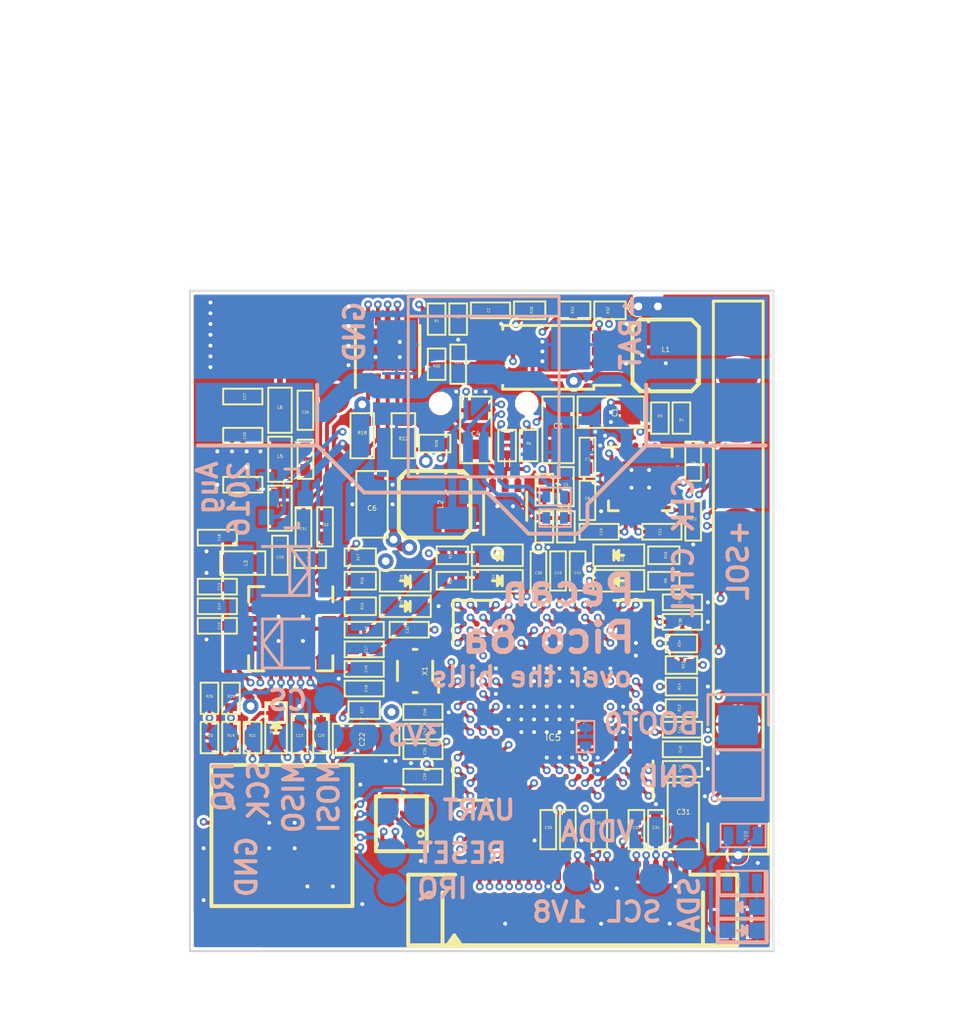
<source format=kicad_pcb>
(kicad_pcb (version 4) (host pcbnew 4.0.2+dfsg1-stable)
  (layers (0 F.Cu signal) (1 In1.Cu signal) (2 In2.Cu signal) (31 B.Cu signal) (34 B.Paste user) (35 F.Paste user) (36 B.SilkS user) (37 F.SilkS user) (38 B.Mask user) (39 F.Mask user) (44 Edge.Cuts user))
  (net 0 "")
  (net 1 +1V8)
  (net 2 GND)
  (net 3 /CLOCK_26M)
  (net 4 /CLOCK_CTRL)
  (net 5 +SOL)
  (net 6 "Net-(C2-Pad1)")
  (net 7 /SENSE_BAT-)
  (net 8 "Net-(C5-Pad2)")
  (net 9 +3V3)
  (net 10 VDDA)
  (net 11 +1V35)
  (net 12 "Net-(C16-Pad2)")
  (net 13 "Net-(C17-Pad2)")
  (net 14 "Net-(C19-Pad1)")
  (net 15 "Net-(C19-Pad2)")
  (net 16 "Net-(C21-Pad1)")
  (net 17 "Net-(C24-Pad2)")
  (net 18 "Net-(C28-Pad2)")
  (net 19 "Net-(C32-Pad2)")
  (net 20 +OSC)
  (net 21 "Net-(IC1-Pad3)")
  (net 22 /RADIO_SDN)
  (net 23 /RADIO_GPIO0)
  (net 24 /RADIO_GPIO1)
  (net 25 /RADIO_IRQ)
  (net 26 /SPI_SCK)
  (net 27 /SPI_MISO)
  (net 28 /SPI_MOSI)
  (net 29 /RADIO_CS)
  (net 30 /RADIO_GPIO2)
  (net 31 /RADIO_GPIO3)
  (net 32 "Net-(IC5-PadD4)")
  (net 33 "Net-(IC5-PadE4)")
  (net 34 "Net-(IC5-PadG4)")
  (net 35 "Net-(IC5-PadH4)")
  (net 36 "Net-(IC5-PadC4)")
  (net 37 /I2C_SDA)
  (net 38 "Net-(IC5-PadA4)")
  (net 39 "Net-(IC5-PadE1)")
  (net 40 "Net-(IC5-PadD1)")
  (net 41 /CAM_D6)
  (net 42 "Net-(IC5-PadA2)")
  (net 43 "Net-(IC5-PadA3)")
  (net 44 /CAM_D9)
  (net 45 /CAM_D8)
  (net 46 "Net-(IC5-PadC2)")
  (net 47 "Net-(IC5-PadC3)")
  (net 48 "Net-(IC5-PadD3)")
  (net 49 "Net-(IC5-PadD2)")
  (net 50 "Net-(IC5-PadE2)")
  (net 51 "Net-(IC5-PadE3)")
  (net 52 "Net-(IC5-PadH3)")
  (net 53 "Net-(IC5-PadH2)")
  (net 54 "Net-(IC5-PadH1)")
  (net 55 /SWD_NRST)
  (net 56 "Net-(IC5-PadJ3)")
  (net 57 "Net-(IC5-PadJ4)")
  (net 58 "Net-(IC5-PadK3)")
  (net 59 "Net-(IC5-PadK2)")
  (net 60 "Net-(IC5-PadK1)")
  (net 61 "Net-(IC5-PadL1)")
  (net 62 "Net-(IC5-PadL2)")
  (net 63 "Net-(IC5-PadL3)")
  (net 64 "Net-(IC5-PadM6)")
  (net 65 "Net-(IC5-PadN6)")
  (net 66 "Net-(IC5-PadP6)")
  (net 67 "Net-(IC5-PadM2)")
  (net 68 "Net-(IC5-PadM3)")
  (net 69 "Net-(IC5-PadM4)")
  (net 70 "Net-(IC5-PadM5)")
  (net 71 /ADC_VSOL)
  (net 72 /ADC_VBAT)
  (net 73 /CAM_PCLK)
  (net 74 "Net-(IC5-PadP2)")
  (net 75 /GPS_RXD)
  (net 76 /GPS_TXD)
  (net 77 /CAM_HREF)
  (net 78 "Net-(IC5-PadR7)")
  (net 79 /IO_LED1)
  (net 80 "Net-(IC5-PadK12)")
  (net 81 "Net-(IC5-PadK13)")
  (net 82 "Net-(IC5-PadK14)")
  (net 83 "Net-(IC5-PadK15)")
  (net 84 "Net-(IC5-PadL15)")
  (net 85 /IO_RXD)
  (net 86 /IO_TXD)
  (net 87 /IO_LED4)
  (net 88 "Net-(IC5-PadP7)")
  (net 89 /IO_LED2)
  (net 90 /IO_LED3)
  (net 91 "Net-(IC5-PadM7)")
  (net 92 "Net-(IC5-PadM11)")
  (net 93 "Net-(IC5-PadM12)")
  (net 94 "Net-(IC5-PadL12)")
  (net 95 "Net-(IC5-PadL13)")
  (net 96 "Net-(IC5-PadM13)")
  (net 97 "Net-(IC5-PadN12)")
  (net 98 "Net-(IC5-PadN7)")
  (net 99 "Net-(IC5-PadE12)")
  (net 100 "Net-(IC5-PadD11)")
  (net 101 "Net-(IC5-PadD10)")
  (net 102 /I2C_SCL)
  (net 103 "Net-(IC5-PadA6)")
  (net 104 "Net-(IC5-PadA7)")
  (net 105 "Net-(IC5-PadA8)")
  (net 106 /SWD_SWO)
  (net 107 "Net-(IC5-PadA13)")
  (net 108 /SWD_SWCLK)
  (net 109 /SWD_SWDIO)
  (net 110 "Net-(IC5-PadE15)")
  (net 111 /CAM_XCLK)
  (net 112 /CAM_D3)
  (net 113 /CAM_D2)
  (net 114 "Net-(IC5-PadJ15)")
  (net 115 "Net-(IC5-PadJ14)")
  (net 116 "Net-(IC5-PadH14)")
  (net 117 /CAM_D4)
  (net 118 /CAM_D5)
  (net 119 "Net-(IC5-PadE14)")
  (net 120 "Net-(IC5-PadD14)")
  (net 121 "Net-(IC5-PadC14)")
  (net 122 "Net-(IC5-PadB13)")
  (net 123 "Net-(IC5-PadB12)")
  (net 124 "Net-(IC5-PadB11)")
  (net 125 "Net-(IC5-PadB10)")
  (net 126 "Net-(IC5-PadB9)")
  (net 127 "Net-(IC5-PadB8)")
  (net 128 /CAM_D7)
  (net 129 "Net-(IC5-PadB7)")
  (net 130 /CAM_VSYNC)
  (net 131 "Net-(IC5-PadC10)")
  (net 132 "Net-(IC5-PadC11)")
  (net 133 "Net-(IC5-PadC12)")
  (net 134 "Net-(IC5-PadC13)")
  (net 135 "Net-(IC5-PadD13)")
  (net 136 "Net-(IC5-PadE13)")
  (net 137 /SENSE_SOL-)
  (net 138 +BATT)
  (net 139 /PAC_ALERT)
  (net 140 "Net-(D5-Pad2)")
  (net 141 "Net-(D6-Pad2)")
  (net 142 "Net-(D7-Pad1)")
  (net 143 /GPS_TIMEPULSE)
  (net 144 "Net-(P1-Pad1)")
  (net 145 "Net-(P1-Pad2)")
  (net 146 /CAM_RESET)
  (net 147 "Net-(P1-Pad24)")
  (net 148 "Net-(IC2-Pad1)")
  (net 149 /CAM_EN)
  (net 150 "Net-(C35-Pad1)")
  (net 151 "Net-(C36-Pad1)")
  (net 152 "Net-(IC6-Pad1)")
  (net 153 "Net-(IC6-Pad5)")
  (net 154 "Net-(IC6-Pad6)")
  (net 155 "Net-(IC6-Pad8)")
  (net 156 "Net-(IC6-Pad12)")
  (net 157 /GPS_IRQ)
  (net 158 /GPS_RESET)
  (net 159 "Net-(IC6-Pad29)")
  (net 160 "Net-(IC6-Pad30)")
  (net 161 "Net-(IC6-Pad32)")
  (net 162 "Net-(IC6-Pad34)")
  (net 163 "Net-(IC6-Pad35)")
  (net 164 "Net-(IC5-PadR8)")
  (net 165 /USB_D-)
  (net 166 /USB_D+)
  (net 167 "Net-(IC5-PadF4)")
  (net 168 "Net-(IC4-Pad7)")
  (net 169 "Net-(D1-Pad2)")
  (net 170 "Net-(D2-Pad2)")
  (net 171 "Net-(D3-Pad2)")
  (net 172 "Net-(D4-Pad2)")
  (net 173 /SOL_SHORT_EN)
  (net 174 "Net-(IC5-PadN11)")
  (net 175 "Net-(IC5-PadN2)")
  (net 176 "Net-(IC5-PadN3)")
  (net 177 "Net-(C28-Pad1)")
  (net 178 "Net-(D9-Pad2)")
  (net 179 "Net-(F1-Pad2)")
  (net 180 "Net-(D8-Pad2)")
  (net 181 /USB_ID)
  (net 182 /ADC_VUSB)
  (net 183 "Net-(IC5-PadN5)")
  (net 184 "Net-(C26-Pad2)")
  (net 185 "Net-(W6-Pad1)")
  (net 186 /GPS_EN)
  (net 187 /BOOT0)
  (net 188 "Net-(D10-Pad2)")
  (net 189 "Net-(IC5-PadP9)")
  (net 190 "Net-(IC5-PadP10)")
  (net 191 "Net-(C50-Pad2)")
  (net 192 "Net-(C51-Pad1)")
  (net 193 "Net-(C51-Pad2)")
  (net 194 "Net-(D11-Pad2)")
  (net 195 "Net-(IC5-PadR11)")
  (net 196 "Net-(IC5-PadR10)")
  (net 197 /V_BOOST)
  (net 198 "Net-(IC5-PadF1)")
  (module stm32f7:R_0402 (layer F.Cu) (at 66.3 102.95 270)
    (fp_text reference R8 (at -0.1 0 360) (layer F.SilkS) (effects (font (size 0.127 0.127) (thickness 0.01875))))
    (fp_text value 250k)
    (pad 1 smd rect (at -0.45 0 270) (size 0.4 0.6) (layers F.Cu F.Paste F.Mask) (net 8 "Net-(C5-Pad2)"))
    (pad 2 smd rect (at 0.45 0 270) (size 0.4 0.6) (layers F.Cu F.Paste F.Mask) (net 2 GND))
  )
  (module stm32f7:LED_0603 (layer B.Cu) (at 75.3 122.35)
    (fp_text reference D10 hide)
    (fp_text value red hide)
    (pad 2 smd rect (at 0.7493 0 180) (size 0.79756 0.79756) (layers B.Cu B.Paste B.Mask) (net 188 "Net-(D10-Pad2)"))
    (pad 1 smd rect (at -0.7493 0 180) (size 0.79756 0.79756) (layers B.Cu B.Paste B.Mask) (net 2 GND))
  )
  (module stm32f7:BME280 (layer F.Cu) (at 57.9 118.1 270)
    (fp_text reference IC8 hide)
    (fp_text value BME280)
    (pad 8 smd rect (at -1.025 -0.975 270) (size 0.5 0.35) (layers F.Cu F.Paste F.Mask) (net 1 +1V8))
    (pad 7 smd rect (at -1.025 -0.325 270) (size 0.5 0.35) (layers F.Cu F.Paste F.Mask) (net 2 GND))
    (pad 6 smd rect (at -1.025 0.325 270) (size 0.5 0.35) (layers F.Cu F.Paste F.Mask) (net 1 +1V8))
    (pad 5 smd rect (at -1.025 0.975 270) (size 0.5 0.35) (layers F.Cu F.Paste F.Mask) (net 1 +1V8))
    (pad 1 smd rect (at 1.025 -0.975 270) (size 0.5 0.35) (layers F.Cu F.Paste F.Mask) (net 2 GND))
    (pad 2 smd rect (at 1.025 -0.325 270) (size 0.5 0.35) (layers F.Cu F.Paste F.Mask) (net 1 +1V8))
    (pad 3 smd rect (at 1.025 0.325 270) (size 0.5 0.35) (layers F.Cu F.Paste F.Mask) (net 37 /I2C_SDA))
    (pad 4 smd rect (at 1.025 0.975 270) (size 0.5 0.35) (layers F.Cu F.Paste F.Mask) (net 102 /I2C_SCL))
  )
  (module stm32f7:C_0402 (layer F.Cu) (at 66.3 100.9 270)
    (fp_text reference C5 (at -0.1 0 360) (layer F.SilkS) (effects (font (size 0.127 0.127) (thickness 0.01875))))
    (fp_text value 22pF)
    (pad 1 smd rect (at -0.55 0 270) (size 0.6 0.5) (layers F.Cu F.Paste F.Mask) (net 1 +1V8))
    (pad 2 smd rect (at 0.55 0 270) (size 0.6 0.5) (layers F.Cu F.Paste F.Mask) (net 8 "Net-(C5-Pad2)"))
  )
  (module stm32f7:PAD_6x3 (layer B.Cu) (at 73.6 97.1 180)
    (fp_text reference W6 hide)
    (fp_text value Pad hide)
    (pad 1 smd rect (at 0 0 180) (size 6 3) (layers B.Cu B.Mask) (net 185 "Net-(W6-Pad1)"))
  )
  (module Housings_DFN_QFN:QFN-16-1EP_3x3mm_Pitch0.5mm (layer F.Cu) (at 70.1 100.5)
    (fp_text reference IC3 hide)
    (fp_text value ADP322ACPZ-115-R7 hide)
    (pad 1 smd oval (at -1.475 -0.75) (size 0.75 0.3) (layers F.Cu F.Paste F.Mask) (net 186 /GPS_EN))
    (pad 2 smd oval (at -1.475 -0.25) (size 0.75 0.3) (layers F.Cu F.Paste F.Mask) (net 7 /SENSE_BAT-))
    (pad 3 smd oval (at -1.475 0.25) (size 0.75 0.3) (layers F.Cu F.Paste F.Mask) (net 7 /SENSE_BAT-))
    (pad 4 smd oval (at -1.475 0.75) (size 0.75 0.3) (layers F.Cu F.Paste F.Mask))
    (pad 5 smd oval (at -0.75 1.475 90) (size 0.75 0.3) (layers F.Cu F.Paste F.Mask) (net 9 +3V3))
    (pad 6 smd oval (at -0.25 1.475 90) (size 0.75 0.3) (layers F.Cu F.Paste F.Mask) (net 10 VDDA))
    (pad 7 smd oval (at 0.25 1.475 90) (size 0.75 0.3) (layers F.Cu F.Paste F.Mask))
    (pad 8 smd oval (at 0.75 1.475 90) (size 0.75 0.3) (layers F.Cu F.Paste F.Mask) (net 11 +1V35))
    (pad 9 smd oval (at 1.475 0.75) (size 0.75 0.3) (layers F.Cu F.Paste F.Mask))
    (pad 10 smd oval (at 1.475 0.25) (size 0.75 0.3) (layers F.Cu F.Paste F.Mask) (net 7 /SENSE_BAT-))
    (pad 11 smd oval (at 1.475 -0.25) (size 0.75 0.3) (layers F.Cu F.Paste F.Mask))
    (pad 12 smd oval (at 1.475 -0.75) (size 0.75 0.3) (layers F.Cu F.Paste F.Mask) (net 2 GND))
    (pad 13 smd oval (at 0.75 -1.475 90) (size 0.75 0.3) (layers F.Cu F.Paste F.Mask))
    (pad 14 smd oval (at 0.25 -1.475 90) (size 0.75 0.3) (layers F.Cu F.Paste F.Mask))
    (pad 15 smd oval (at -0.25 -1.475 90) (size 0.75 0.3) (layers F.Cu F.Paste F.Mask) (net 149 /CAM_EN))
    (pad 16 smd oval (at -0.75 -1.475 90) (size 0.75 0.3) (layers F.Cu F.Paste F.Mask) (net 149 /CAM_EN))
    (pad 17 smd rect (at 0.45 0.45) (size 0.9 0.9) (layers F.Cu F.Paste F.Mask) (net 2 GND))
    (pad 17 smd rect (at 0.45 -0.45) (size 0.9 0.9) (layers F.Cu F.Paste F.Mask) (net 2 GND))
    (pad 17 smd rect (at -0.45 0.45) (size 0.9 0.9) (layers F.Cu F.Paste F.Mask) (net 2 GND))
    (pad 17 smd rect (at -0.45 -0.45) (size 0.9 0.9) (layers F.Cu F.Paste F.Mask) (net 2 GND))
  )
  (module stm32f7:C_0805 (layer F.Cu) (at 68.6 97.1 180)
    (fp_text reference C1 (at -0.2 0 270) (layer F.SilkS) (effects (font (size 0.25 0.25) (thickness 0.0375))))
    (fp_text value 22u)
    (pad 1 smd rect (at -1 0 180) (size 1 1.25) (layers F.Cu F.Paste F.Mask) (net 5 +SOL))
    (pad 2 smd rect (at 1 0 180) (size 1 1.25) (layers F.Cu F.Paste F.Mask) (net 2 GND))
  )
  (module Diodes_SMD:MELF_Standard (layer B.Cu) (at 51.9997 105.2 180)
    (fp_text reference D8 hide)
    (fp_text value DIODE hide)
    (pad 1 smd rect (at -2.4003 0 180) (size 1.50114 2.70002) (layers B.Cu B.Paste B.Mask) (net 5 +SOL))
    (pad 2 smd rect (at 2.4003 0 180) (size 1.50114 2.70002) (layers B.Cu B.Paste B.Mask) (net 180 "Net-(D8-Pad2)"))
  )
  (module TO_SOT_Packages_SMD:SOT-23 (layer B.Cu) (at 52 101.5 90)
    (fp_text reference Q1 hide)
    (fp_text value FDN306P hide)
    (pad 1 smd rect (at -0.95 -1.00076 90) (size 0.8001 0.8001) (layers B.Cu B.Paste B.Mask) (net 173 /SOL_SHORT_EN))
    (pad 2 smd rect (at 0.95 -1.00076 90) (size 0.8001 0.8001) (layers B.Cu B.Paste B.Mask) (net 2 GND))
    (pad 3 smd rect (at 0 0.99822 90) (size 0.8001 0.8001) (layers B.Cu B.Paste B.Mask) (net 137 /SENSE_SOL-))
  )
  (module Housings_DFN_QFN:DFN-10-1EP_3x3mm_Pitch0.5mm (layer F.Cu) (at 57.2 93.9 90)
    (fp_text reference IC7 hide)
    (fp_text value PAC1720 hide)
    (pad 1 smd rect (at -1.55 -1 90) (size 0.65 0.3) (layers F.Cu F.Paste F.Mask) (net 5 +SOL))
    (pad 2 smd rect (at -1.55 -0.5 90) (size 0.65 0.3) (layers F.Cu F.Paste F.Mask) (net 137 /SENSE_SOL-))
    (pad 3 smd rect (at -1.55 0 90) (size 0.65 0.3) (layers F.Cu F.Paste F.Mask) (net 138 +BATT))
    (pad 4 smd rect (at -1.55 0.5 90) (size 0.65 0.3) (layers F.Cu F.Paste F.Mask) (net 7 /SENSE_BAT-))
    (pad 5 smd rect (at -1.55 1 90) (size 0.65 0.3) (layers F.Cu F.Paste F.Mask) (net 2 GND))
    (pad 6 smd rect (at 1.55 1 90) (size 0.65 0.3) (layers F.Cu F.Paste F.Mask) (net 2 GND))
    (pad 7 smd rect (at 1.55 0.5 90) (size 0.65 0.3) (layers F.Cu F.Paste F.Mask) (net 139 /PAC_ALERT))
    (pad 8 smd rect (at 1.55 0 90) (size 0.65 0.3) (layers F.Cu F.Paste F.Mask) (net 37 /I2C_SDA))
    (pad 9 smd rect (at 1.55 -0.5 90) (size 0.65 0.3) (layers F.Cu F.Paste F.Mask) (net 102 /I2C_SCL))
    (pad 10 smd rect (at 1.55 -1 90) (size 0.65 0.3) (layers F.Cu F.Paste F.Mask) (net 7 /SENSE_BAT-))
    (pad 11 smd rect (at 0.3875 0.62 90) (size 0.775 1.24) (layers F.Cu F.Paste F.Mask) (net 2 GND))
    (pad 11 smd rect (at 0.3875 -0.62 90) (size 0.775 1.24) (layers F.Cu F.Paste F.Mask) (net 2 GND))
    (pad 11 smd rect (at -0.3875 0.62 90) (size 0.775 1.24) (layers F.Cu F.Paste F.Mask) (net 2 GND))
    (pad 11 smd rect (at -0.3875 -0.62 90) (size 0.775 1.24) (layers F.Cu F.Paste F.Mask) (net 2 GND))
  )
  (module stm32f7:C_0402 (layer F.Cu) (at 60.8 94.65 270)
    (fp_text reference C28 (at -0.1 0 360) (layer F.SilkS) (effects (font (size 0.127 0.127) (thickness 0.01875))))
    (fp_text value ?)
    (pad 1 smd rect (at -0.55 0 270) (size 0.6 0.5) (layers F.Cu F.Paste F.Mask) (net 177 "Net-(C28-Pad1)"))
    (pad 2 smd rect (at 0.55 0 270) (size 0.6 0.5) (layers F.Cu F.Paste F.Mask) (net 18 "Net-(C28-Pad2)"))
  )
  (module Housings_SSOP:TSSOP-8_4.4x3mm_Pitch0.65mm (layer F.Cu) (at 65.4 94.3 180)
    (fp_text reference IC1 hide)
    (fp_text value SPV1040 hide)
    (pad 1 smd rect (at -2.95 -0.975 180) (size 1.45 0.45) (layers F.Cu F.Paste F.Mask) (net 5 +SOL))
    (pad 2 smd rect (at -2.95 -0.325 180) (size 1.45 0.45) (layers F.Cu F.Paste F.Mask) (net 2 GND))
    (pad 3 smd rect (at -2.95 0.325 180) (size 1.45 0.45) (layers F.Cu F.Paste F.Mask) (net 21 "Net-(IC1-Pad3)"))
    (pad 4 smd rect (at -2.95 0.975 180) (size 1.45 0.45) (layers F.Cu F.Paste F.Mask) (net 7 /SENSE_BAT-))
    (pad 5 smd rect (at 2.95 0.975 180) (size 1.45 0.45) (layers F.Cu F.Paste F.Mask) (net 6 "Net-(C2-Pad1)"))
    (pad 6 smd rect (at 2.95 0.325 180) (size 1.45 0.45) (layers F.Cu F.Paste F.Mask) (net 177 "Net-(C28-Pad1)"))
    (pad 7 smd rect (at 2.95 -0.325 180) (size 1.45 0.45) (layers F.Cu F.Paste F.Mask) (net 18 "Net-(C28-Pad2)"))
    (pad 8 smd rect (at 2.95 -0.975 180) (size 1.45 0.45) (layers F.Cu F.Paste F.Mask) (net 5 +SOL))
  )
  (module stm32f7:R_0402 (layer F.Cu) (at 59.7 94.65 90)
    (fp_text reference R30 (at -0.1 0 180) (layer F.SilkS) (effects (font (size 0.127 0.127) (thickness 0.01875))))
    (fp_text value ?)
    (pad 1 smd rect (at -0.45 0 90) (size 0.4 0.6) (layers F.Cu F.Paste F.Mask) (net 18 "Net-(C28-Pad2)"))
    (pad 2 smd rect (at 0.45 0 90) (size 0.4 0.6) (layers F.Cu F.Paste F.Mask) (net 7 /SENSE_BAT-))
  )
  (module stm32f7:R_0402 (layer F.Cu) (at 59.6 98.7 180)
    (fp_text reference R29 (at -0.1 0 270) (layer F.SilkS) (effects (font (size 0.127 0.127) (thickness 0.01875))))
    (fp_text value ?)
    (pad 1 smd rect (at -0.45 0 180) (size 0.4 0.6) (layers F.Cu F.Paste F.Mask) (net 177 "Net-(C28-Pad1)"))
    (pad 2 smd rect (at 0.45 0 180) (size 0.4 0.6) (layers F.Cu F.Paste F.Mask) (net 138 +BATT))
  )
  (module stm32f7:EVA7M (layer F.Cu) (at 51.8 118.7 90)
    (fp_text reference IC6 hide)
    (fp_text value EVA-7M)
    (pad 1 smd rect (at -3.15 -2.6 90) (size 0.4 0.3) (layers F.Cu F.Paste F.Mask) (net 152 "Net-(IC6-Pad1)"))
    (pad 2 smd rect (at -3.15 -1.95 90) (size 0.4 0.3) (layers F.Cu F.Paste F.Mask) (net 2 GND))
    (pad 3 smd rect (at -3.15 -1.3 90) (size 0.4 0.3) (layers F.Cu F.Paste F.Mask))
    (pad 4 smd rect (at -3.15 -0.65 90) (size 0.4 0.3) (layers F.Cu F.Paste F.Mask))
    (pad 5 smd rect (at -3.15 0 90) (size 0.4 0.3) (layers F.Cu F.Paste F.Mask) (net 153 "Net-(IC6-Pad5)"))
    (pad 6 smd rect (at -3.15 0.65 90) (size 0.4 0.3) (layers F.Cu F.Paste F.Mask) (net 154 "Net-(IC6-Pad6)"))
    (pad 7 smd rect (at -3.15 1.3 90) (size 0.4 0.3) (layers F.Cu F.Paste F.Mask) (net 2 GND))
    (pad 8 smd rect (at -3.15 1.95 90) (size 0.4 0.3) (layers F.Cu F.Paste F.Mask) (net 155 "Net-(IC6-Pad8)"))
    (pad 9 smd rect (at -3.15 2.6 90) (size 0.4 0.3) (layers F.Cu F.Paste F.Mask) (net 2 GND))
    (pad 11 smd rect (at -1.95 3.15 90) (size 0.3 0.4) (layers F.Cu F.Paste F.Mask))
    (pad 12 smd rect (at -1.3 3.15 90) (size 0.3 0.4) (layers F.Cu F.Paste F.Mask) (net 156 "Net-(IC6-Pad12)"))
    (pad 13 smd rect (at -0.65 3.15 90) (size 0.3 0.4) (layers F.Cu F.Paste F.Mask) (net 157 /GPS_IRQ))
    (pad 14 smd rect (at 0 3.15 90) (size 0.3 0.4) (layers F.Cu F.Paste F.Mask) (net 158 /GPS_RESET))
    (pad 15 smd rect (at 0.65 3.15 90) (size 0.3 0.4) (layers F.Cu F.Paste F.Mask) (net 76 /GPS_TXD))
    (pad 16 smd rect (at 1.3 3.15 90) (size 0.3 0.4) (layers F.Cu F.Paste F.Mask) (net 75 /GPS_RXD))
    (pad 17 smd rect (at 1.95 3.15 90) (size 0.3 0.4) (layers F.Cu F.Paste F.Mask))
    (pad 18 smd rect (at 2.6 3.15 90) (size 0.3 0.4) (layers F.Cu F.Paste F.Mask) (net 2 GND))
    (pad 19 smd rect (at 3.15 2.6 90) (size 0.4 0.3) (layers F.Cu F.Paste F.Mask) (net 9 +3V3))
    (pad 10 smd rect (at -2.6 3.15 90) (size 0.3 0.4) (layers F.Cu F.Paste F.Mask))
    (pad 20 smd rect (at 3.15 1.95 90) (size 0.4 0.3) (layers F.Cu F.Paste F.Mask) (net 1 +1V8))
    (pad 21 smd rect (at 3.15 1.3 90) (size 0.4 0.3) (layers F.Cu F.Paste F.Mask) (net 1 +1V8))
    (pad 22 smd rect (at 3.15 0.65 90) (size 0.4 0.3) (layers F.Cu F.Paste F.Mask))
    (pad 23 smd rect (at 3.15 0 90) (size 0.4 0.3) (layers F.Cu F.Paste F.Mask))
    (pad 24 smd rect (at 3.15 -0.65 90) (size 0.4 0.3) (layers F.Cu F.Paste F.Mask))
    (pad 25 smd rect (at 3.15 -1.3 90) (size 0.4 0.3) (layers F.Cu F.Paste F.Mask))
    (pad 26 smd rect (at 3.15 -1.95 90) (size 0.4 0.3) (layers F.Cu F.Paste F.Mask))
    (pad 27 smd rect (at 3.15 -2.6 90) (size 0.4 0.3) (layers F.Cu F.Paste F.Mask))
    (pad 28 smd rect (at 2.6 -3.15 90) (size 0.3 0.4) (layers F.Cu F.Paste F.Mask))
    (pad 29 smd rect (at 1.95 -3.15 90) (size 0.3 0.4) (layers F.Cu F.Paste F.Mask) (net 159 "Net-(IC6-Pad29)"))
    (pad 30 smd rect (at 1.3 -3.15 90) (size 0.3 0.4) (layers F.Cu F.Paste F.Mask) (net 160 "Net-(IC6-Pad30)"))
    (pad 31 smd rect (at 0.65 -3.15 90) (size 0.3 0.4) (layers F.Cu F.Paste F.Mask) (net 143 /GPS_TIMEPULSE))
    (pad 32 smd rect (at 0 -3.15 90) (size 0.3 0.4) (layers F.Cu F.Paste F.Mask) (net 161 "Net-(IC6-Pad32)"))
    (pad 33 smd rect (at -0.65 -3.15 90) (size 0.3 0.4) (layers F.Cu F.Paste F.Mask))
    (pad 34 smd rect (at -1.3 -3.15 90) (size 0.3 0.4) (layers F.Cu F.Paste F.Mask) (net 162 "Net-(IC6-Pad34)"))
    (pad 35 smd rect (at -1.95 -3.15 90) (size 0.3 0.4) (layers F.Cu F.Paste F.Mask) (net 163 "Net-(IC6-Pad35)"))
    (pad 36 smd rect (at -2.6 -3.15 90) (size 0.3 0.4) (layers F.Cu F.Paste F.Mask))
    (pad 37 smd rect (at 0 0 90) (size 0.5 0.5) (layers F.Cu F.Paste F.Mask) (net 2 GND))
    (pad 37 smd rect (at -1.3 0 90) (size 0.5 0.5) (layers F.Cu F.Paste F.Mask) (net 2 GND))
    (pad 37 smd rect (at 0 -1.3 90) (size 0.5 0.5) (layers F.Cu F.Paste F.Mask) (net 2 GND))
    (pad 37 smd rect (at -1.3 -1.3 90) (size 0.5 0.5) (layers F.Cu F.Paste F.Mask) (net 2 GND))
    (pad 37 smd rect (at 0 1.3 90) (size 0.5 0.5) (layers F.Cu F.Paste F.Mask) (net 2 GND))
    (pad 37 smd rect (at -1.3 1.3 90) (size 0.5 0.5) (layers F.Cu F.Paste F.Mask) (net 2 GND))
    (pad 37 smd rect (at 1.3 1.3 90) (size 0.5 0.5) (layers F.Cu F.Paste F.Mask) (net 2 GND))
  )
  (module stm32f7:C_0402 (layer F.Cu) (at 48.5 107 180)
    (fp_text reference C14 (at -0.1 0 270) (layer F.SilkS) (effects (font (size 0.127 0.127) (thickness 0.01875))))
    (fp_text value 100n)
    (pad 1 smd rect (at -0.55 0 180) (size 0.6 0.5) (layers F.Cu F.Paste F.Mask) (net 1 +1V8))
    (pad 2 smd rect (at 0.55 0 180) (size 0.6 0.5) (layers F.Cu F.Paste F.Mask) (net 2 GND))
  )
  (module stm32f7:C_0402 (layer F.Cu) (at 72.25 107.8)
    (fp_text reference C38 (at -0.1 0 90) (layer F.SilkS) (effects (font (size 0.127 0.127) (thickness 0.01875))))
    (fp_text value 10n)
    (pad 1 smd rect (at -0.55 0) (size 0.6 0.5) (layers F.Cu F.Paste F.Mask) (net 1 +1V8))
    (pad 2 smd rect (at 0.55 0) (size 0.6 0.5) (layers F.Cu F.Paste F.Mask) (net 2 GND))
  )
  (module stm32f7:C_0402 (layer F.Cu) (at 52.7 113.5 90)
    (fp_text reference C23 (at -0.1 0 180) (layer F.SilkS) (effects (font (size 0.127 0.127) (thickness 0.01875))))
    (fp_text value 100n)
    (pad 1 smd rect (at -0.55 0 90) (size 0.6 0.5) (layers F.Cu F.Paste F.Mask) (net 1 +1V8))
    (pad 2 smd rect (at 0.55 0 90) (size 0.6 0.5) (layers F.Cu F.Paste F.Mask) (net 2 GND))
  )
  (module stm32f7:R_0402 (layer F.Cu) (at 49.2 111.7 270)
    (fp_text reference R25 (at -0.1 0 360) (layer F.SilkS) (effects (font (size 0.127 0.127) (thickness 0.01875))))
    (fp_text value 4k7)
    (pad 1 smd rect (at -0.45 0 270) (size 0.4 0.6) (layers F.Cu F.Paste F.Mask) (net 1 +1V8))
    (pad 2 smd rect (at 0.45 0 270) (size 0.4 0.6) (layers F.Cu F.Paste F.Mask) (net 102 /I2C_SCL))
  )
  (module stm32f7:R_0603 (layer F.Cu) (at 51.7 99.5 270)
    (fp_text reference L5 (at -0.15 0 360) (layer F.SilkS) (effects (font (size 0.166 0.166) (thickness 0.025))))
    (fp_text value 68n)
    (pad 1 smd rect (at -0.75 0 270) (size 0.5 0.9) (layers F.Cu F.Paste F.Mask) (net 17 "Net-(C24-Pad2)"))
    (pad 2 smd rect (at 0.75 0 270) (size 0.5 0.9) (layers F.Cu F.Paste F.Mask) (net 16 "Net-(C21-Pad1)"))
  )
  (module stm32f7:R_0402 (layer F.Cu) (at 60.5 104.4)
    (fp_text reference R11 (at -0.1 0 90) (layer F.SilkS) (effects (font (size 0.127 0.127) (thickness 0.01875))))
    (fp_text value 0R)
    (pad 1 smd rect (at -0.45 0) (size 0.4 0.6) (layers F.Cu F.Paste F.Mask) (net 1 +1V8))
    (pad 2 smd rect (at 0.45 0) (size 0.4 0.6) (layers F.Cu F.Paste F.Mask) (net 171 "Net-(D3-Pad2)"))
  )
  (module stm32f7:C_0402 (layer F.Cu) (at 56 111.2 180)
    (fp_text reference C48 (at -0.1 0 270) (layer F.SilkS) (effects (font (size 0.127 0.127) (thickness 0.01875))))
    (fp_text value 100n)
    (pad 1 smd rect (at -0.55 0 180) (size 0.6 0.5) (layers F.Cu F.Paste F.Mask) (net 20 +OSC))
    (pad 2 smd rect (at 0.55 0 180) (size 0.6 0.5) (layers F.Cu F.Paste F.Mask) (net 2 GND))
  )
  (module stm32f7:R_0402 (layer F.Cu) (at 49.2 113.7 270)
    (fp_text reference R19 (at -0.1 0 360) (layer F.SilkS) (effects (font (size 0.127 0.127) (thickness 0.01875))))
    (fp_text value 0R)
    (pad 1 smd rect (at -0.45 0 270) (size 0.4 0.6) (layers F.Cu F.Paste F.Mask) (net 102 /I2C_SCL))
    (pad 2 smd rect (at 0.45 0 270) (size 0.4 0.6) (layers F.Cu F.Paste F.Mask) (net 159 "Net-(IC6-Pad29)"))
  )
  (module stm32f7:R_0402 (layer F.Cu) (at 48.1 113.7 270)
    (fp_text reference R20 (at -0.1 0 360) (layer F.SilkS) (effects (font (size 0.127 0.127) (thickness 0.01875))))
    (fp_text value 0R)
    (pad 1 smd rect (at -0.45 0 270) (size 0.4 0.6) (layers F.Cu F.Paste F.Mask) (net 37 /I2C_SDA))
    (pad 2 smd rect (at 0.45 0 270) (size 0.4 0.6) (layers F.Cu F.Paste F.Mask) (net 160 "Net-(IC6-Pad30)"))
  )
  (module stm32f7:R_0402 (layer F.Cu) (at 50.3 113.7 270)
    (fp_text reference R21 (at -0.1 0 360) (layer F.SilkS) (effects (font (size 0.127 0.127) (thickness 0.01875))))
    (fp_text value 1k5)
    (pad 1 smd rect (at -0.45 0 270) (size 0.4 0.6) (layers F.Cu F.Paste F.Mask) (net 142 "Net-(D7-Pad1)"))
    (pad 2 smd rect (at 0.45 0 270) (size 0.4 0.6) (layers F.Cu F.Paste F.Mask) (net 143 /GPS_TIMEPULSE))
  )
  (module stm32f7:R_0402 (layer F.Cu) (at 48.1 111.7 270)
    (fp_text reference R26 (at -0.1 0 360) (layer F.SilkS) (effects (font (size 0.127 0.127) (thickness 0.01875))))
    (fp_text value 4k7)
    (pad 1 smd rect (at -0.45 0 270) (size 0.4 0.6) (layers F.Cu F.Paste F.Mask) (net 1 +1V8))
    (pad 2 smd rect (at 0.45 0 270) (size 0.4 0.6) (layers F.Cu F.Paste F.Mask) (net 37 /I2C_SDA))
  )
  (module Housings_DFN_QFN:QFN-20-1EP_4x4mm_Pitch0.5mm (layer F.Cu) (at 52.25 108.15 270)
    (fp_text reference IC4 hide)
    (fp_text value Si4464 hide)
    (pad 1 smd rect (at -1.965 -1 270) (size 0.73 0.3) (layers F.Cu F.Paste F.Mask) (net 22 /RADIO_SDN))
    (pad 2 smd rect (at -1.965 -0.5 270) (size 0.73 0.3) (layers F.Cu F.Paste F.Mask) (net 191 "Net-(C50-Pad2)"))
    (pad 3 smd rect (at -1.965 0 270) (size 0.73 0.3) (layers F.Cu F.Paste F.Mask) (net 192 "Net-(C51-Pad1)"))
    (pad 4 smd rect (at -1.965 0.5 270) (size 0.73 0.3) (layers F.Cu F.Paste F.Mask) (net 14 "Net-(C19-Pad1)"))
    (pad 5 smd rect (at -1.965 1 270) (size 0.73 0.3) (layers F.Cu F.Paste F.Mask))
    (pad 6 smd rect (at -1 1.965) (size 0.73 0.3) (layers F.Cu F.Paste F.Mask) (net 1 +1V8))
    (pad 7 smd rect (at -0.5 1.965) (size 0.73 0.3) (layers F.Cu F.Paste F.Mask) (net 168 "Net-(IC4-Pad7)"))
    (pad 8 smd rect (at 0 1.965) (size 0.73 0.3) (layers F.Cu F.Paste F.Mask) (net 1 +1V8))
    (pad 9 smd rect (at 0.5 1.965) (size 0.73 0.3) (layers F.Cu F.Paste F.Mask) (net 23 /RADIO_GPIO0))
    (pad 10 smd rect (at 1 1.965) (size 0.73 0.3) (layers F.Cu F.Paste F.Mask) (net 24 /RADIO_GPIO1))
    (pad 11 smd rect (at 1.965 1 270) (size 0.73 0.3) (layers F.Cu F.Paste F.Mask) (net 25 /RADIO_IRQ))
    (pad 12 smd rect (at 1.965 0.5 270) (size 0.73 0.3) (layers F.Cu F.Paste F.Mask) (net 26 /SPI_SCK))
    (pad 13 smd rect (at 1.965 0 270) (size 0.73 0.3) (layers F.Cu F.Paste F.Mask) (net 27 /SPI_MISO))
    (pad 14 smd rect (at 1.965 -0.5 270) (size 0.73 0.3) (layers F.Cu F.Paste F.Mask) (net 28 /SPI_MOSI))
    (pad 15 smd rect (at 1.965 -1 270) (size 0.73 0.3) (layers F.Cu F.Paste F.Mask) (net 29 /RADIO_CS))
    (pad 16 smd rect (at 1 -1.965) (size 0.73 0.3) (layers F.Cu F.Paste F.Mask) (net 13 "Net-(C17-Pad2)"))
    (pad 17 smd rect (at 0.5 -1.965) (size 0.73 0.3) (layers F.Cu F.Paste F.Mask) (net 12 "Net-(C16-Pad2)"))
    (pad 18 smd rect (at 0 -1.965) (size 0.73 0.3) (layers F.Cu F.Paste F.Mask) (net 2 GND))
    (pad 19 smd rect (at -0.5 -1.965) (size 0.73 0.3) (layers F.Cu F.Paste F.Mask) (net 30 /RADIO_GPIO2))
    (pad 20 smd rect (at -1 -1.965) (size 0.73 0.3) (layers F.Cu F.Paste F.Mask) (net 31 /RADIO_GPIO3))
    (pad 21 smd rect (at 0.625 0.625 270) (size 1.25 1.25) (layers F.Cu F.Paste F.Mask) (net 2 GND))
    (pad 21 smd rect (at 0.625 -0.625 270) (size 1.25 1.25) (layers F.Cu F.Paste F.Mask) (net 2 GND))
    (pad 21 smd rect (at -0.625 0.625 270) (size 1.25 1.25) (layers F.Cu F.Paste F.Mask) (net 2 GND))
    (pad 21 smd rect (at -0.625 -0.625 270) (size 1.25 1.25) (layers F.Cu F.Paste F.Mask) (net 2 GND))
  )
  (module stm32f7:R_0402 (layer F.Cu) (at 55.8 107 180)
    (fp_text reference R15 (at -0.1 0 270) (layer F.SilkS) (effects (font (size 0.127 0.127) (thickness 0.01875))))
    (fp_text value 1k5)
    (pad 1 smd rect (at -0.45 0 180) (size 0.4 0.6) (layers F.Cu F.Paste F.Mask) (net 140 "Net-(D5-Pad2)"))
    (pad 2 smd rect (at 0.45 0 180) (size 0.4 0.6) (layers F.Cu F.Paste F.Mask) (net 30 /RADIO_GPIO2))
  )
  (module stm32f7:R_0402 (layer F.Cu) (at 55.8 105.7 180)
    (fp_text reference R16 (at -0.1 0 270) (layer F.SilkS) (effects (font (size 0.127 0.127) (thickness 0.01875))))
    (fp_text value 330R)
    (pad 1 smd rect (at -0.45 0 180) (size 0.4 0.6) (layers F.Cu F.Paste F.Mask) (net 141 "Net-(D6-Pad2)"))
    (pad 2 smd rect (at 0.45 0 180) (size 0.4 0.6) (layers F.Cu F.Paste F.Mask) (net 31 /RADIO_GPIO3))
  )
  (module Housings_DFN_QFN:DFN-6-1EP_2x2mm_Pitch0.65mm (layer F.Cu) (at 63.2 101.9 90)
    (fp_text reference IC2 hide)
    (fp_text value TPS62260 hide)
    (pad 1 smd rect (at -1.05 -0.65 90) (size 0.65 0.35) (layers F.Cu F.Paste F.Mask) (net 148 "Net-(IC2-Pad1)"))
    (pad 2 smd rect (at -1.05 0 90) (size 0.65 0.35) (layers F.Cu F.Paste F.Mask) (net 2 GND))
    (pad 3 smd rect (at -1.05 0.65 90) (size 0.65 0.35) (layers F.Cu F.Paste F.Mask) (net 8 "Net-(C5-Pad2)"))
    (pad 4 smd rect (at 1.05 0.65 90) (size 0.65 0.35) (layers F.Cu F.Paste F.Mask) (net 7 /SENSE_BAT-))
    (pad 5 smd rect (at 1.05 0 90) (size 0.65 0.35) (layers F.Cu F.Paste F.Mask) (net 7 /SENSE_BAT-))
    (pad 6 smd rect (at 1.05 -0.65 90) (size 0.65 0.35) (layers F.Cu F.Paste F.Mask) (net 2 GND))
    (pad 7 smd rect (at 0 0.4 90) (size 1 0.8) (layers F.Cu F.Paste F.Mask) (net 2 GND))
    (pad 7 smd rect (at 0 -0.4 90) (size 1 0.8) (layers F.Cu F.Paste F.Mask) (net 2 GND))
  )
  (module stm32f7:C_0402 (layer F.Cu) (at 62.45 91.9)
    (fp_text reference C2 (at -0.1 0 90) (layer F.SilkS) (effects (font (size 0.127 0.127) (thickness 0.01875))))
    (fp_text value 1n)
    (pad 1 smd rect (at -0.55 0) (size 0.6 0.5) (layers F.Cu F.Paste F.Mask) (net 6 "Net-(C2-Pad1)"))
    (pad 2 smd rect (at 0.55 0) (size 0.6 0.5) (layers F.Cu F.Paste F.Mask) (net 2 GND))
  )
  (module stm32f7:C_0805 (layer F.Cu) (at 61.7 98 90)
    (fp_text reference C4 (at -0.2 0 180) (layer F.SilkS) (effects (font (size 0.25 0.25) (thickness 0.0375))))
    (fp_text value 10u)
    (pad 1 smd rect (at -1 0 90) (size 1 1.25) (layers F.Cu F.Paste F.Mask) (net 7 /SENSE_BAT-))
    (pad 2 smd rect (at 1 0 90) (size 1 1.25) (layers F.Cu F.Paste F.Mask) (net 2 GND))
  )
  (module stm32f7:C_0805 (layer F.Cu) (at 56.4 101.8 90)
    (fp_text reference C6 (at -0.2 0 180) (layer F.SilkS) (effects (font (size 0.25 0.25) (thickness 0.0375))))
    (fp_text value 10u)
    (pad 1 smd rect (at -1 0 90) (size 1 1.25) (layers F.Cu F.Paste F.Mask) (net 1 +1V8))
    (pad 2 smd rect (at 1 0 90) (size 1 1.25) (layers F.Cu F.Paste F.Mask) (net 2 GND))
  )
  (module stm32f7:C_0402 (layer F.Cu) (at 67.4 99.4 90)
    (fp_text reference C7 (at -0.1 0 180) (layer F.SilkS) (effects (font (size 0.127 0.127) (thickness 0.01875))))
    (fp_text value 2u2)
    (pad 1 smd rect (at -0.55 0 90) (size 0.6 0.5) (layers F.Cu F.Paste F.Mask) (net 7 /SENSE_BAT-))
    (pad 2 smd rect (at 0.55 0 90) (size 0.6 0.5) (layers F.Cu F.Paste F.Mask) (net 2 GND))
  )
  (module stm32f7:C_0402 (layer F.Cu) (at 67.4 101.6 270)
    (fp_text reference C8 (at -0.1 0 360) (layer F.SilkS) (effects (font (size 0.127 0.127) (thickness 0.01875))))
    (fp_text value 2u2)
    (pad 1 smd rect (at -0.55 0 270) (size 0.6 0.5) (layers F.Cu F.Paste F.Mask) (net 7 /SENSE_BAT-))
    (pad 2 smd rect (at 0.55 0 270) (size 0.6 0.5) (layers F.Cu F.Paste F.Mask) (net 2 GND))
  )
  (module stm32f7:C_0402 (layer F.Cu) (at 72.8 99.6 90)
    (fp_text reference C9 (at -0.1 0 180) (layer F.SilkS) (effects (font (size 0.127 0.127) (thickness 0.01875))))
    (fp_text value 2u2)
    (pad 1 smd rect (at -0.55 0 90) (size 0.6 0.5) (layers F.Cu F.Paste F.Mask) (net 7 /SENSE_BAT-))
    (pad 2 smd rect (at 0.55 0 90) (size 0.6 0.5) (layers F.Cu F.Paste F.Mask) (net 2 GND))
  )
  (module stm32f7:C_0402 (layer F.Cu) (at 68 103.2 180)
    (fp_text reference C10 (at -0.1 0 270) (layer F.SilkS) (effects (font (size 0.127 0.127) (thickness 0.01875))))
    (fp_text value 2u2)
    (pad 1 smd rect (at -0.55 0 180) (size 0.6 0.5) (layers F.Cu F.Paste F.Mask) (net 9 +3V3))
    (pad 2 smd rect (at 0.55 0 180) (size 0.6 0.5) (layers F.Cu F.Paste F.Mask) (net 2 GND))
  )
  (module stm32f7:C_0402 (layer F.Cu) (at 71.2 103.2)
    (fp_text reference C11 (at -0.1 0 90) (layer F.SilkS) (effects (font (size 0.127 0.127) (thickness 0.01875))))
    (fp_text value 2u2)
    (pad 1 smd rect (at -0.55 0) (size 0.6 0.5) (layers F.Cu F.Paste F.Mask) (net 10 VDDA))
    (pad 2 smd rect (at 0.55 0) (size 0.6 0.5) (layers F.Cu F.Paste F.Mask) (net 2 GND))
  )
  (module stm32f7:C_0402 (layer F.Cu) (at 72.8 102.65 270)
    (fp_text reference C12 (at -0.1 0 360) (layer F.SilkS) (effects (font (size 0.127 0.127) (thickness 0.01875))))
    (fp_text value 2u2)
    (pad 1 smd rect (at -0.55 0 270) (size 0.6 0.5) (layers F.Cu F.Paste F.Mask) (net 11 +1V35))
    (pad 2 smd rect (at 0.55 0 270) (size 0.6 0.5) (layers F.Cu F.Paste F.Mask) (net 2 GND))
  )
  (module stm32f7:C_0402 (layer F.Cu) (at 48.5 106 180)
    (fp_text reference C13 (at -0.1 0 270) (layer F.SilkS) (effects (font (size 0.127 0.127) (thickness 0.01875))))
    (fp_text value 2u2)
    (pad 1 smd rect (at -0.55 0 180) (size 0.6 0.5) (layers F.Cu F.Paste F.Mask) (net 1 +1V8))
    (pad 2 smd rect (at 0.55 0 180) (size 0.6 0.5) (layers F.Cu F.Paste F.Mask) (net 2 GND))
  )
  (module stm32f7:C_0402 (layer F.Cu) (at 48.5 108 180)
    (fp_text reference C15 (at -0.1 0 270) (layer F.SilkS) (effects (font (size 0.127 0.127) (thickness 0.01875))))
    (fp_text value 100p)
    (pad 1 smd rect (at -0.55 0 180) (size 0.6 0.5) (layers F.Cu F.Paste F.Mask) (net 1 +1V8))
    (pad 2 smd rect (at 0.55 0 180) (size 0.6 0.5) (layers F.Cu F.Paste F.Mask) (net 2 GND))
  )
  (module stm32f7:C_0402 (layer F.Cu) (at 56 108.2 180)
    (fp_text reference C16 (at -0.1 0 270) (layer F.SilkS) (effects (font (size 0.127 0.127) (thickness 0.01875))))
    (fp_text value 100p)
    (pad 1 smd rect (at -0.55 0 180) (size 0.6 0.5) (layers F.Cu F.Paste F.Mask) (net 3 /CLOCK_26M))
    (pad 2 smd rect (at 0.55 0 180) (size 0.6 0.5) (layers F.Cu F.Paste F.Mask) (net 12 "Net-(C16-Pad2)"))
  )
  (module stm32f7:C_0402 (layer F.Cu) (at 56 109.2 180)
    (fp_text reference C17 (at -0.1 0 270) (layer F.SilkS) (effects (font (size 0.127 0.127) (thickness 0.01875))))
    (fp_text value NA)
    (pad 1 smd rect (at -0.55 0 180) (size 0.6 0.5) (layers F.Cu F.Paste F.Mask) (net 3 /CLOCK_26M))
    (pad 2 smd rect (at 0.55 0 180) (size 0.6 0.5) (layers F.Cu F.Paste F.Mask) (net 13 "Net-(C17-Pad2)"))
  )
  (module stm32f7:C_0402 (layer F.Cu) (at 48.5 103.5 180)
    (fp_text reference C18 (at -0.1 0 270) (layer F.SilkS) (effects (font (size 0.127 0.127) (thickness 0.01875))))
    (fp_text value 470p)
    (pad 1 smd rect (at -0.55 0 180) (size 0.6 0.5) (layers F.Cu F.Paste F.Mask) (net 1 +1V8))
    (pad 2 smd rect (at 0.55 0 180) (size 0.6 0.5) (layers F.Cu F.Paste F.Mask) (net 2 GND))
  )
  (module stm32f7:C_0402 (layer F.Cu) (at 51.7 104.4 90)
    (fp_text reference C19 (at -0.1 0 180) (layer F.SilkS) (effects (font (size 0.127 0.127) (thickness 0.01875))))
    (fp_text value 470p)
    (pad 1 smd rect (at -0.55 0 90) (size 0.6 0.5) (layers F.Cu F.Paste F.Mask) (net 14 "Net-(C19-Pad1)"))
    (pad 2 smd rect (at 0.55 0 90) (size 0.6 0.5) (layers F.Cu F.Paste F.Mask) (net 15 "Net-(C19-Pad2)"))
  )
  (module stm32f7:C_0402 (layer F.Cu) (at 53.8 113.5 90)
    (fp_text reference C20 (at -0.1 0 180) (layer F.SilkS) (effects (font (size 0.127 0.127) (thickness 0.01875))))
    (fp_text value 100n)
    (pad 1 smd rect (at -0.55 0 90) (size 0.6 0.5) (layers F.Cu F.Paste F.Mask) (net 9 +3V3))
    (pad 2 smd rect (at 0.55 0 90) (size 0.6 0.5) (layers F.Cu F.Paste F.Mask) (net 2 GND))
  )
  (module stm32f7:C_0402 (layer F.Cu) (at 49.8 100.8 180)
    (fp_text reference C21 (at -0.1 0 270) (layer F.SilkS) (effects (font (size 0.127 0.127) (thickness 0.01875))))
    (fp_text value 18p)
    (pad 1 smd rect (at -0.55 0 180) (size 0.6 0.5) (layers F.Cu F.Paste F.Mask) (net 16 "Net-(C21-Pad1)"))
    (pad 2 smd rect (at 0.55 0 180) (size 0.6 0.5) (layers F.Cu F.Paste F.Mask) (net 2 GND))
  )
  (module stm32f7:C_0402 (layer F.Cu) (at 53 99.5 90)
    (fp_text reference C24 (at -0.1 0 180) (layer F.SilkS) (effects (font (size 0.127 0.127) (thickness 0.01875))))
    (fp_text value 4p7)
    (pad 1 smd rect (at -0.55 0 90) (size 0.6 0.5) (layers F.Cu F.Paste F.Mask) (net 16 "Net-(C21-Pad1)"))
    (pad 2 smd rect (at 0.55 0 90) (size 0.6 0.5) (layers F.Cu F.Paste F.Mask) (net 17 "Net-(C24-Pad2)"))
  )
  (module stm32f7:C_0402 (layer F.Cu) (at 49.8 98.3 180)
    (fp_text reference C25 (at -0.1 0 270) (layer F.SilkS) (effects (font (size 0.127 0.127) (thickness 0.01875))))
    (fp_text value 22p)
    (pad 1 smd rect (at -0.55 0 180) (size 0.6 0.5) (layers F.Cu F.Paste F.Mask) (net 17 "Net-(C24-Pad2)"))
    (pad 2 smd rect (at 0.55 0 180) (size 0.6 0.5) (layers F.Cu F.Paste F.Mask) (net 2 GND))
  )
  (module stm32f7:C_0402 (layer F.Cu) (at 53 97 90)
    (fp_text reference C26 (at -0.1 0 180) (layer F.SilkS) (effects (font (size 0.127 0.127) (thickness 0.01875))))
    (fp_text value 1p8)
    (pad 1 smd rect (at -0.55 0 90) (size 0.6 0.5) (layers F.Cu F.Paste F.Mask) (net 17 "Net-(C24-Pad2)"))
    (pad 2 smd rect (at 0.55 0 90) (size 0.6 0.5) (layers F.Cu F.Paste F.Mask) (net 184 "Net-(C26-Pad2)"))
  )
  (module stm32f7:C_0402 (layer F.Cu) (at 49.8 96.3 180)
    (fp_text reference C27 (at -0.1 0 270) (layer F.SilkS) (effects (font (size 0.127 0.127) (thickness 0.01875))))
    (fp_text value 22p)
    (pad 1 smd rect (at -0.55 0 180) (size 0.6 0.5) (layers F.Cu F.Paste F.Mask) (net 184 "Net-(C26-Pad2)"))
    (pad 2 smd rect (at 0.55 0 180) (size 0.6 0.5) (layers F.Cu F.Paste F.Mask) (net 2 GND))
  )
  (module stm32f7:C_0402 (layer F.Cu) (at 68 118.4 270)
    (fp_text reference C30 (at -0.340001 0.099999 360) (layer F.SilkS) (effects (font (size 0.127 0.127) (thickness 0.01875))))
    (fp_text value 100n)
    (pad 1 smd rect (at -0.55 0 270) (size 0.6 0.5) (layers F.Cu F.Paste F.Mask) (net 2 GND))
    (pad 2 smd rect (at 0.55 0 270) (size 0.6 0.5) (layers F.Cu F.Paste F.Mask) (net 11 +1V35))
  )
  (module stm32f7:C_0402 (layer F.Cu) (at 58.3 108.2)
    (fp_text reference C32 (at -0.1 0 90) (layer F.SilkS) (effects (font (size 0.127 0.127) (thickness 0.01875))))
    (fp_text value 10nF)
    (pad 1 smd rect (at -0.55 0) (size 0.6 0.5) (layers F.Cu F.Paste F.Mask) (net 3 /CLOCK_26M))
    (pad 2 smd rect (at 0.55 0) (size 0.6 0.5) (layers F.Cu F.Paste F.Mask) (net 19 "Net-(C32-Pad2)"))
  )
  (module stm32f7:C_0402 (layer F.Cu) (at 69.9 118.4 270)
    (fp_text reference C33 (at -0.1 0 360) (layer F.SilkS) (effects (font (size 0.127 0.127) (thickness 0.01875))))
    (fp_text value 100n)
    (pad 1 smd rect (at -0.55 0 270) (size 0.6 0.5) (layers F.Cu F.Paste F.Mask) (net 2 GND))
    (pad 2 smd rect (at 0.55 0 270) (size 0.6 0.5) (layers F.Cu F.Paste F.Mask) (net 10 VDDA))
  )
  (module stm32f7:C_0402 (layer F.Cu) (at 70.9 118.4 270)
    (fp_text reference C34 (at -0.1 0 360) (layer F.SilkS) (effects (font (size 0.127 0.127) (thickness 0.01875))))
    (fp_text value 100p)
    (pad 1 smd rect (at -0.55 0 270) (size 0.6 0.5) (layers F.Cu F.Paste F.Mask) (net 2 GND))
    (pad 2 smd rect (at 0.55 0 270) (size 0.6 0.5) (layers F.Cu F.Paste F.Mask) (net 10 VDDA))
  )
  (module stm32f7:C_0402 (layer F.Cu) (at 59 114.4 180)
    (fp_text reference C35 (at -0.1 0 270) (layer F.SilkS) (effects (font (size 0.127 0.127) (thickness 0.01875))))
    (fp_text value 2u2)
    (pad 1 smd rect (at -0.55 0 180) (size 0.6 0.5) (layers F.Cu F.Paste F.Mask) (net 150 "Net-(C35-Pad1)"))
    (pad 2 smd rect (at 0.55 0 180) (size 0.6 0.5) (layers F.Cu F.Paste F.Mask) (net 2 GND))
  )
  (module stm32f7:C_0402 (layer F.Cu) (at 64.9 105.2 90)
    (fp_text reference C36 (at -0.1 0 180) (layer F.SilkS) (effects (font (size 0.127 0.127) (thickness 0.01875))))
    (fp_text value 2u2)
    (pad 1 smd rect (at -0.55 0 90) (size 0.6 0.5) (layers F.Cu F.Paste F.Mask) (net 151 "Net-(C36-Pad1)"))
    (pad 2 smd rect (at 0.55 0 90) (size 0.6 0.5) (layers F.Cu F.Paste F.Mask) (net 2 GND))
  )
  (module stm32f7:C_0402 (layer F.Cu) (at 72.25 106.8)
    (fp_text reference C37 (at -0.1 0 90) (layer F.SilkS) (effects (font (size 0.127 0.127) (thickness 0.01875))))
    (fp_text value 2u2)
    (pad 1 smd rect (at -0.55 0) (size 0.6 0.5) (layers F.Cu F.Paste F.Mask) (net 1 +1V8))
    (pad 2 smd rect (at 0.55 0) (size 0.6 0.5) (layers F.Cu F.Paste F.Mask) (net 2 GND))
  )
  (module stm32f7:C_0402 (layer F.Cu) (at 65.4 118.4 270)
    (fp_text reference C39 (at -0.1 0 360) (layer F.SilkS) (effects (font (size 0.127 0.127) (thickness 0.01875))))
    (fp_text value 2u2)
    (pad 1 smd rect (at -0.55 0 270) (size 0.6 0.5) (layers F.Cu F.Paste F.Mask) (net 1 +1V8))
    (pad 2 smd rect (at 0.55 0 270) (size 0.6 0.5) (layers F.Cu F.Paste F.Mask) (net 2 GND))
  )
  (module stm32f7:C_0402 (layer F.Cu) (at 72.25 114.3)
    (fp_text reference C40 (at -0.1 0 90) (layer F.SilkS) (effects (font (size 0.127 0.127) (thickness 0.01875))))
    (fp_text value 2u2)
    (pad 1 smd rect (at -0.55 0) (size 0.6 0.5) (layers F.Cu F.Paste F.Mask) (net 1 +1V8))
    (pad 2 smd rect (at 0.55 0) (size 0.6 0.5) (layers F.Cu F.Paste F.Mask) (net 2 GND))
  )
  (module stm32f7:C_0402 (layer F.Cu) (at 66.9 105.2 90)
    (fp_text reference C41 (at -0.1 0 180) (layer F.SilkS) (effects (font (size 0.127 0.127) (thickness 0.01875))))
    (fp_text value 2u2)
    (pad 1 smd rect (at -0.55 0 90) (size 0.6 0.5) (layers F.Cu F.Paste F.Mask) (net 1 +1V8))
    (pad 2 smd rect (at 0.55 0 90) (size 0.6 0.5) (layers F.Cu F.Paste F.Mask) (net 2 GND))
  )
  (module stm32f7:C_0402 (layer F.Cu) (at 59 113.4 180)
    (fp_text reference C42 (at -0.1 0 270) (layer F.SilkS) (effects (font (size 0.127 0.127) (thickness 0.01875))))
    (fp_text value 2u2)
    (pad 1 smd rect (at -0.55 0 180) (size 0.6 0.5) (layers F.Cu F.Paste F.Mask) (net 1 +1V8))
    (pad 2 smd rect (at 0.55 0 180) (size 0.6 0.5) (layers F.Cu F.Paste F.Mask) (net 2 GND))
  )
  (module stm32f7:C_0402 (layer F.Cu) (at 66.4 118.4 270)
    (fp_text reference C43 (at -0.1 0 360) (layer F.SilkS) (effects (font (size 0.127 0.127) (thickness 0.01875))))
    (fp_text value 100n)
    (pad 1 smd rect (at -0.55 0 270) (size 0.6 0.5) (layers F.Cu F.Paste F.Mask) (net 1 +1V8))
    (pad 2 smd rect (at 0.55 0 270) (size 0.6 0.5) (layers F.Cu F.Paste F.Mask) (net 2 GND))
  )
  (module stm32f7:C_0402 (layer F.Cu) (at 72.25 113.3)
    (fp_text reference C44 (at -0.140001 0 90) (layer F.SilkS) (effects (font (size 0.127 0.127) (thickness 0.01875))))
    (fp_text value 100n)
    (pad 1 smd rect (at -0.55 0) (size 0.6 0.5) (layers F.Cu F.Paste F.Mask) (net 1 +1V8))
    (pad 2 smd rect (at 0.55 0) (size 0.6 0.5) (layers F.Cu F.Paste F.Mask) (net 2 GND))
  )
  (module stm32f7:C_0402 (layer F.Cu) (at 65.9 105.2 90)
    (fp_text reference C45 (at -0.1 0 180) (layer F.SilkS) (effects (font (size 0.127 0.127) (thickness 0.01875))))
    (fp_text value 100n)
    (pad 1 smd rect (at -0.55 0 90) (size 0.6 0.5) (layers F.Cu F.Paste F.Mask) (net 1 +1V8))
    (pad 2 smd rect (at 0.55 0 90) (size 0.6 0.5) (layers F.Cu F.Paste F.Mask) (net 2 GND))
  )
  (module stm32f7:C_0402 (layer F.Cu) (at 59 112.4 180)
    (fp_text reference C46 (at -0.1 0 270) (layer F.SilkS) (effects (font (size 0.127 0.127) (thickness 0.01875))))
    (fp_text value 100n)
    (pad 1 smd rect (at -0.55 0 180) (size 0.6 0.5) (layers F.Cu F.Paste F.Mask) (net 1 +1V8))
    (pad 2 smd rect (at 0.55 0 180) (size 0.6 0.5) (layers F.Cu F.Paste F.Mask) (net 2 GND))
  )
  (module stm32f7:C_0402 (layer F.Cu) (at 72.25 115.3)
    (fp_text reference C47 (at -0.1 0 90) (layer F.SilkS) (effects (font (size 0.127 0.127) (thickness 0.01875))))
    (fp_text value 100n)
    (pad 1 smd rect (at -0.55 0) (size 0.6 0.5) (layers F.Cu F.Paste F.Mask) (net 1 +1V8))
    (pad 2 smd rect (at 0.55 0) (size 0.6 0.5) (layers F.Cu F.Paste F.Mask) (net 2 GND))
  )
  (module stm32f7:LED_0603 (layer F.Cu) (at 69 105.7)
    (fp_text reference D1 (at 0.2 0.2 90) (layer F.SilkS) (effects (font (size 0.127 0.127) (thickness 0.01875))))
    (fp_text value green)
    (pad 2 smd rect (at 0.7493 0 180) (size 0.79756 0.79756) (layers F.Cu F.Paste F.Mask) (net 169 "Net-(D1-Pad2)"))
    (pad 1 smd rect (at -0.7493 0 180) (size 0.79756 0.79756) (layers F.Cu F.Paste F.Mask) (net 79 /IO_LED1))
  )
  (module stm32f7:LED_0603 (layer F.Cu) (at 69 104.4)
    (fp_text reference D2 (at 0.2 0.2 90) (layer F.SilkS) (effects (font (size 0.127 0.127) (thickness 0.01875))))
    (fp_text value green)
    (pad 2 smd rect (at 0.7493 0 180) (size 0.79756 0.79756) (layers F.Cu F.Paste F.Mask) (net 170 "Net-(D2-Pad2)"))
    (pad 1 smd rect (at -0.7493 0 180) (size 0.79756 0.79756) (layers F.Cu F.Paste F.Mask) (net 89 /IO_LED2))
  )
  (module stm32f7:LED_0603 (layer F.Cu) (at 62.8 104.4 180)
    (fp_text reference D3 (at 0.2 0.2 270) (layer F.SilkS) (effects (font (size 0.127 0.127) (thickness 0.01875))))
    (fp_text value green)
    (pad 2 smd rect (at 0.7493 0) (size 0.79756 0.79756) (layers F.Cu F.Paste F.Mask) (net 171 "Net-(D3-Pad2)"))
    (pad 1 smd rect (at -0.7493 0) (size 0.79756 0.79756) (layers F.Cu F.Paste F.Mask) (net 90 /IO_LED3))
  )
  (module stm32f7:LED_0603 (layer F.Cu) (at 62.8 105.7 180)
    (fp_text reference D4 (at 0.2 0.2 270) (layer F.SilkS) (effects (font (size 0.127 0.127) (thickness 0.01875))))
    (fp_text value green)
    (pad 2 smd rect (at 0.7493 0) (size 0.79756 0.79756) (layers F.Cu F.Paste F.Mask) (net 172 "Net-(D4-Pad2)"))
    (pad 1 smd rect (at -0.7493 0) (size 0.79756 0.79756) (layers F.Cu F.Paste F.Mask) (net 87 /IO_LED4))
  )
  (module stm32f7:LED_0603 (layer F.Cu) (at 51.5 113.2 270)
    (fp_text reference D7 (at 0.2 0.2 360) (layer F.SilkS) (effects (font (size 0.127 0.127) (thickness 0.01875))))
    (fp_text value red)
    (pad 2 smd rect (at 0.7493 0 90) (size 0.79756 0.79756) (layers F.Cu F.Paste F.Mask) (net 9 +3V3))
    (pad 1 smd rect (at -0.7493 0 90) (size 0.79756 0.79756) (layers F.Cu F.Paste F.Mask) (net 142 "Net-(D7-Pad1)"))
  )
  (module stm32f7:R_0603 (layer F.Cu) (at 51.7 102 270)
    (fp_text reference L4 (at -0.15 0 360) (layer F.SilkS) (effects (font (size 0.166 0.166) (thickness 0.025))))
    (fp_text value 56n)
    (pad 1 smd rect (at -0.75 0 270) (size 0.5 0.9) (layers F.Cu F.Paste F.Mask) (net 16 "Net-(C21-Pad1)"))
    (pad 2 smd rect (at 0.75 0 270) (size 0.5 0.9) (layers F.Cu F.Paste F.Mask) (net 15 "Net-(C19-Pad2)"))
  )
  (module stm32f7:R_0603 (layer F.Cu) (at 51.7 97 270)
    (fp_text reference L6 (at -0.15 0 360) (layer F.SilkS) (effects (font (size 0.166 0.166) (thickness 0.025))))
    (fp_text value 68n)
    (pad 1 smd rect (at -0.75 0 270) (size 0.5 0.9) (layers F.Cu F.Paste F.Mask) (net 184 "Net-(C26-Pad2)"))
    (pad 2 smd rect (at 0.75 0 270) (size 0.5 0.9) (layers F.Cu F.Paste F.Mask) (net 17 "Net-(C24-Pad2)"))
  )
  (module stm32f7:R_0402 (layer F.Cu) (at 59.7 92.35 90)
    (fp_text reference R1 (at -0.1 0 180) (layer F.SilkS) (effects (font (size 0.127 0.127) (thickness 0.01875))))
    (fp_text value 22k)
    (pad 1 smd rect (at -0.45 0 90) (size 0.4 0.6) (layers F.Cu F.Paste F.Mask) (net 7 /SENSE_BAT-))
    (pad 2 smd rect (at 0.45 0 90) (size 0.4 0.6) (layers F.Cu F.Paste F.Mask) (net 6 "Net-(C2-Pad1)"))
  )
  (module stm32f7:R_0402 (layer F.Cu) (at 60.8 92.35 270)
    (fp_text reference R2 (at -0.1 0 360) (layer F.SilkS) (effects (font (size 0.127 0.127) (thickness 0.01875))))
    (fp_text value 10k)
    (pad 1 smd rect (at -0.45 0 270) (size 0.4 0.6) (layers F.Cu F.Paste F.Mask) (net 6 "Net-(C2-Pad1)"))
    (pad 2 smd rect (at 0.45 0 270) (size 0.4 0.6) (layers F.Cu F.Paste F.Mask) (net 2 GND))
  )
  (module stm32f7:R_0402 (layer F.Cu) (at 71.1 97.4 270)
    (fp_text reference R3 (at -0.1 0 360) (layer F.SilkS) (effects (font (size 0.127 0.127) (thickness 0.01875))))
    (fp_text value 22k)
    (pad 1 smd rect (at -0.45 0 270) (size 0.4 0.6) (layers F.Cu F.Paste F.Mask) (net 5 +SOL))
    (pad 2 smd rect (at 0.45 0 270) (size 0.4 0.6) (layers F.Cu F.Paste F.Mask) (net 71 /ADC_VSOL))
  )
  (module stm32f7:R_0402 (layer F.Cu) (at 72.2 97.4 90)
    (fp_text reference R4 (at -0.1 0 180) (layer F.SilkS) (effects (font (size 0.127 0.127) (thickness 0.01875))))
    (fp_text value 10k)
    (pad 1 smd rect (at -0.45 0 90) (size 0.4 0.6) (layers F.Cu F.Paste F.Mask) (net 71 /ADC_VSOL))
    (pad 2 smd rect (at 0.45 0 90) (size 0.4 0.6) (layers F.Cu F.Paste F.Mask) (net 2 GND))
  )
  (module stm32f7:R_0402 (layer F.Cu) (at 64.4 98.8 270)
    (fp_text reference R6 (at -0.1 0 360) (layer F.SilkS) (effects (font (size 0.127 0.127) (thickness 0.01875))))
    (fp_text value 10k)
    (pad 1 smd rect (at -0.45 0 270) (size 0.4 0.6) (layers F.Cu F.Paste F.Mask) (net 72 /ADC_VBAT))
    (pad 2 smd rect (at 0.45 0 270) (size 0.4 0.6) (layers F.Cu F.Paste F.Mask) (net 2 GND))
  )
  (module stm32f7:R_0402 (layer F.Cu) (at 65.2 101.05 270)
    (fp_text reference R7 (at -0.1 0 360) (layer F.SilkS) (effects (font (size 0.127 0.127) (thickness 0.01875))))
    (fp_text value 500k)
    (pad 1 smd rect (at -0.45 0 270) (size 0.4 0.6) (layers F.Cu F.Paste F.Mask) (net 1 +1V8))
    (pad 2 smd rect (at 0.45 0 270) (size 0.4 0.6) (layers F.Cu F.Paste F.Mask) (net 8 "Net-(C5-Pad2)"))
  )
  (module stm32f7:R_0402 (layer F.Cu) (at 71.3 105.7 180)
    (fp_text reference R9 (at -0.1 0 270) (layer F.SilkS) (effects (font (size 0.127 0.127) (thickness 0.01875))))
    (fp_text value 0R)
    (pad 1 smd rect (at -0.45 0 180) (size 0.4 0.6) (layers F.Cu F.Paste F.Mask) (net 1 +1V8))
    (pad 2 smd rect (at 0.45 0 180) (size 0.4 0.6) (layers F.Cu F.Paste F.Mask) (net 169 "Net-(D1-Pad2)"))
  )
  (module stm32f7:R_0402 (layer F.Cu) (at 60.5 105.7)
    (fp_text reference R12 (at -0.1 0 90) (layer F.SilkS) (effects (font (size 0.127 0.127) (thickness 0.01875))))
    (fp_text value 0R)
    (pad 1 smd rect (at -0.45 0) (size 0.4 0.6) (layers F.Cu F.Paste F.Mask) (net 1 +1V8))
    (pad 2 smd rect (at 0.45 0) (size 0.4 0.6) (layers F.Cu F.Paste F.Mask) (net 172 "Net-(D4-Pad2)"))
  )
  (module stm32f7:R_0402 (layer F.Cu) (at 72.2 112.2)
    (fp_text reference R13 (at -0.1 0 90) (layer F.SilkS) (effects (font (size 0.127 0.127) (thickness 0.01875))))
    (fp_text value 100k)
    (pad 1 smd rect (at -0.45 0) (size 0.4 0.6) (layers F.Cu F.Paste F.Mask) (net 186 /GPS_EN))
    (pad 2 smd rect (at 0.45 0) (size 0.4 0.6) (layers F.Cu F.Paste F.Mask) (net 2 GND))
  )
  (module stm32f7:R_0402 (layer F.Cu) (at 72.2 111.1)
    (fp_text reference R14 (at -0.1 0 90) (layer F.SilkS) (effects (font (size 0.127 0.127) (thickness 0.01875))))
    (fp_text value 100k)
    (pad 1 smd rect (at -0.45 0) (size 0.4 0.6) (layers F.Cu F.Paste F.Mask) (net 149 /CAM_EN))
    (pad 2 smd rect (at 0.45 0) (size 0.4 0.6) (layers F.Cu F.Paste F.Mask) (net 2 GND))
  )
  (module stm32f7:R_0402 (layer F.Cu) (at 55.8 104.5)
    (fp_text reference R17 (at -0.1 0 90) (layer F.SilkS) (effects (font (size 0.127 0.127) (thickness 0.01875))))
    (fp_text value 100k)
    (pad 1 smd rect (at -0.45 0) (size 0.4 0.6) (layers F.Cu F.Paste F.Mask) (net 22 /RADIO_SDN))
    (pad 2 smd rect (at 0.45 0) (size 0.4 0.6) (layers F.Cu F.Paste F.Mask) (net 1 +1V8))
  )
  (module stm32f7:R_0603 (layer F.Cu) (at 55.9 98.3 270)
    (fp_text reference R18 (at -0.15 0 360) (layer F.SilkS) (effects (font (size 0.166 0.166) (thickness 0.025))))
    (fp_text value 0R1)
    (pad 1 smd rect (at -0.75 0 270) (size 0.5 0.9) (layers F.Cu F.Paste F.Mask) (net 5 +SOL))
    (pad 2 smd rect (at 0.75 0 270) (size 0.5 0.9) (layers F.Cu F.Paste F.Mask) (net 137 /SENSE_SOL-))
  )
  (module stm32f7:R_0603 (layer F.Cu) (at 58 98.3 90)
    (fp_text reference R22 (at -0.15 0 360) (layer F.SilkS) (effects (font (size 0.166 0.166) (thickness 0.025))))
    (fp_text value 0R1)
    (pad 1 smd rect (at -0.75 0 90) (size 0.5 0.9) (layers F.Cu F.Paste F.Mask) (net 138 +BATT))
    (pad 2 smd rect (at 0.75 0 90) (size 0.5 0.9) (layers F.Cu F.Paste F.Mask) (net 7 /SENSE_BAT-))
  )
  (module stm32f7:R_0402 (layer B.Cu) (at 67.3 113.65 270)
    (fp_text reference W1 hide)
    (fp_text value TEST)
    (pad 1 smd rect (at -0.45 0 270) (size 0.4 0.6) (layers B.Cu B.Paste B.Mask) (net 2 GND))
    (pad 2 smd rect (at 0.45 0 270) (size 0.4 0.6) (layers B.Cu B.Paste B.Mask) (net 187 /BOOT0))
  )
  (module stm32f7:LED_0603 (layer F.Cu) (at 58.1 107 180)
    (fp_text reference D5 (at 0.2 0.2 270) (layer F.SilkS) (effects (font (size 0.127 0.127) (thickness 0.01875))))
    (fp_text value red)
    (pad 2 smd rect (at 0.7493 0) (size 0.79756 0.79756) (layers F.Cu F.Paste F.Mask) (net 140 "Net-(D5-Pad2)"))
    (pad 1 smd rect (at -0.7493 0) (size 0.79756 0.79756) (layers F.Cu F.Paste F.Mask) (net 2 GND))
  )
  (module stm32f7:LED_0603 (layer F.Cu) (at 58.1 105.7 180)
    (fp_text reference D6 (at 0.2 0.2 270) (layer F.SilkS) (effects (font (size 0.127 0.127) (thickness 0.01875))))
    (fp_text value green)
    (pad 2 smd rect (at 0.7493 0) (size 0.79756 0.79756) (layers F.Cu F.Paste F.Mask) (net 141 "Net-(D6-Pad2)"))
    (pad 1 smd rect (at -0.7493 0) (size 0.79756 0.79756) (layers F.Cu F.Paste F.Mask) (net 2 GND))
  )
  (module stm32f7:C_0402 (layer F.Cu) (at 56 110.2 180)
    (fp_text reference C49 (at -0.1 0 270) (layer F.SilkS) (effects (font (size 0.127 0.127) (thickness 0.01875))))
    (fp_text value 2u2)
    (pad 1 smd rect (at -0.55 0 180) (size 0.6 0.5) (layers F.Cu F.Paste F.Mask) (net 20 +OSC))
    (pad 2 smd rect (at 0.55 0 180) (size 0.6 0.5) (layers F.Cu F.Paste F.Mask) (net 2 GND))
  )
  (module stm32f7:R_0402 (layer F.Cu) (at 56 112.3)
    (fp_text reference R27 (at -0.1 0 90) (layer F.SilkS) (effects (font (size 0.127 0.127) (thickness 0.01875))))
    (fp_text value NA)
    (pad 1 smd rect (at -0.45 0) (size 0.4 0.6) (layers F.Cu F.Paste F.Mask) (net 1 +1V8))
    (pad 2 smd rect (at 0.45 0) (size 0.4 0.6) (layers F.Cu F.Paste F.Mask) (net 20 +OSC))
  )
  (module stm32f7:C_0805 (layer F.Cu) (at 72.3 117.7 270)
    (fp_text reference C31 (at -0.2 0 360) (layer F.SilkS) (effects (font (size 0.25 0.25) (thickness 0.0375))))
    (fp_text value 22u)
    (pad 1 smd rect (at -1 0 270) (size 1 1.25) (layers F.Cu F.Paste F.Mask) (net 2 GND))
    (pad 2 smd rect (at 1 0 270) (size 1 1.25) (layers F.Cu F.Paste F.Mask) (net 10 VDDA))
  )
  (module Connect:USB_Mini-B (layer B.Cu) (at 62.1 95.8 270)
    (fp_text reference P3 hide)
    (fp_text value USB_OTG hide)
    (pad 1 smd rect (at 3.44932 1.6002 270) (size 2.30124 0.50038) (layers B.Cu B.Paste B.Mask) (net 179 "Net-(F1-Pad2)"))
    (pad 2 smd rect (at 3.44932 0.8001 270) (size 2.30124 0.50038) (layers B.Cu B.Paste B.Mask) (net 165 /USB_D-))
    (pad 3 smd rect (at 3.44932 0 270) (size 2.30124 0.50038) (layers B.Cu B.Paste B.Mask) (net 166 /USB_D+))
    (pad 4 smd rect (at 3.44932 -0.8001 270) (size 2.30124 0.50038) (layers B.Cu B.Paste B.Mask) (net 181 /USB_ID))
    (pad 5 smd rect (at 3.44932 -1.6002 270) (size 2.30124 0.50038) (layers B.Cu B.Paste B.Mask) (net 2 GND))
    (pad 6 smd rect (at 3.35026 4.45008 270) (size 2.49936 1.99898) (layers B.Cu B.Paste B.Mask) (net 2 GND))
    (pad 6 smd rect (at -2.14884 4.45008 270) (size 2.49936 1.99898) (layers B.Cu B.Paste B.Mask) (net 2 GND))
    (pad 6 smd rect (at 3.35026 -4.45008 270) (size 2.49936 1.99898) (layers B.Cu B.Paste B.Mask) (net 2 GND))
    (pad 6 smd rect (at -2.14884 -4.45008 270) (size 2.49936 1.99898) (layers B.Cu B.Paste B.Mask) (net 2 GND))
    (pad "" np_thru_hole circle (at 0.8509 2.19964 270) (size 0.89916 0.89916) (drill 0.89916) (layers *.Cu *.Mask B.SilkS))
    (pad "" np_thru_hole circle (at 0.8509 -2.19964 270) (size 0.89916 0.89916) (drill 0.89916) (layers *.Cu *.Mask B.SilkS))
  )
  (module stm32f7:C_0805 (layer F.Cu) (at 65.9 98 270)
    (fp_text reference C3 (at -0.2 0 360) (layer F.SilkS) (effects (font (size 0.25 0.25) (thickness 0.0375))))
    (fp_text value 10u)
    (pad 1 smd rect (at -1 0 270) (size 1 1.25) (layers F.Cu F.Paste F.Mask) (net 7 /SENSE_BAT-))
    (pad 2 smd rect (at 1 0 270) (size 1 1.25) (layers F.Cu F.Paste F.Mask) (net 2 GND))
  )
  (module stm32f7:R_0402 (layer F.Cu) (at 64.45 91.9 180)
    (fp_text reference R28 (at -0.1 0 270) (layer F.SilkS) (effects (font (size 0.127 0.127) (thickness 0.01875))))
    (fp_text value 100k)
    (pad 1 smd rect (at -0.45 0 180) (size 0.4 0.6) (layers F.Cu F.Paste F.Mask) (net 5 +SOL))
    (pad 2 smd rect (at 0.45 0 180) (size 0.4 0.6) (layers F.Cu F.Paste F.Mask) (net 173 /SOL_SHORT_EN))
  )
  (module stm32f7:R_0402 (layer F.Cu) (at 72.2 110 180)
    (fp_text reference R23 (at -0.1 0 270) (layer F.SilkS) (effects (font (size 0.127 0.127) (thickness 0.01875))))
    (fp_text value 100k)
    (pad 1 smd rect (at -0.45 0 180) (size 0.4 0.6) (layers F.Cu F.Paste F.Mask) (net 1 +1V8))
    (pad 2 smd rect (at 0.45 0 180) (size 0.4 0.6) (layers F.Cu F.Paste F.Mask) (net 4 /CLOCK_CTRL))
  )
  (module stm32f7:LPS3015 (layer F.Cu) (at 59.6 101.8 180)
    (fp_text reference L2 (at -0.3 0 270) (layer F.SilkS) (effects (font (size 0.25 0.25) (thickness 0.0375))))
    (fp_text value 2u2)
    (pad 1 smd rect (at -1.27 0 180) (size 0.762 2.54) (layers F.Cu F.Paste F.Mask) (net 148 "Net-(IC2-Pad1)"))
    (pad 2 smd rect (at 1.27 0 180) (size 0.762 2.54) (layers F.Cu F.Paste F.Mask) (net 1 +1V8))
    (pad 1 smd rect (at -0.9525 -1.397 180) (size 0.889 0.254) (layers F.Cu F.Paste F.Mask) (net 148 "Net-(IC2-Pad1)"))
    (pad 1 smd rect (at -0.9525 1.397 180) (size 0.889 0.254) (layers F.Cu F.Paste F.Mask) (net 148 "Net-(IC2-Pad1)"))
    (pad 2 smd rect (at 0.9525 -1.397 180) (size 0.889 0.254) (layers F.Cu F.Paste F.Mask) (net 1 +1V8))
    (pad 2 smd rect (at 0.9525 1.397 180) (size 0.889 0.254) (layers F.Cu F.Paste F.Mask) (net 1 +1V8))
    (pad 1 smd rect (at -0.6985 1.04775 180) (size 0.381 0.4445) (layers F.Cu F.Paste F.Mask) (net 148 "Net-(IC2-Pad1)"))
    (pad 2 smd rect (at 0.6985 1.04775 180) (size 0.381 0.4445) (layers F.Cu F.Paste F.Mask) (net 1 +1V8))
    (pad 2 smd rect (at 0.6985 -1.04775 180) (size 0.381 0.4445) (layers F.Cu F.Paste F.Mask) (net 1 +1V8))
    (pad 1 smd rect (at -0.6985 -1.04775 180) (size 0.381 0.4445) (layers F.Cu F.Paste F.Mask) (net 148 "Net-(IC2-Pad1)"))
    (pad 1 smd rect (at -1.397 1.27 225) (size 0.359156 0.359156) (layers F.Cu F.Paste F.Mask) (net 148 "Net-(IC2-Pad1)"))
    (pad 1 smd rect (at -1.397 -1.27 225) (size 0.359156 0.359156) (layers F.Cu F.Paste F.Mask) (net 148 "Net-(IC2-Pad1)"))
    (pad 2 smd rect (at 1.397 -1.27 225) (size 0.359156 0.359156) (layers F.Cu F.Paste F.Mask) (net 1 +1V8))
    (pad 2 smd rect (at 1.397 1.27 225) (size 0.359156 0.359156) (layers F.Cu F.Paste F.Mask) (net 1 +1V8))
    (pad 1 smd rect (at -0.889 0.8255 225) (size 0.538481 0.538481) (layers F.Cu F.Paste F.Mask) (net 148 "Net-(IC2-Pad1)"))
    (pad 1 smd rect (at -0.889 -0.8255 225) (size 0.538481 0.538481) (layers F.Cu F.Paste F.Mask) (net 148 "Net-(IC2-Pad1)"))
    (pad 2 smd rect (at 0.889 -0.8255 225) (size 0.538481 0.538481) (layers F.Cu F.Paste F.Mask) (net 1 +1V8))
    (pad 2 smd rect (at 0.889 0.8255 225) (size 0.538481 0.538481) (layers F.Cu F.Paste F.Mask) (net 1 +1V8))
  )
  (module stm32f7:C_0805 (layer F.Cu) (at 56.1 113.8)
    (fp_text reference C22 (at -0.2 0 90) (layer F.SilkS) (effects (font (size 0.25 0.25) (thickness 0.0375))))
    (fp_text value 22u)
    (pad 1 smd rect (at -1 0) (size 1 1.25) (layers F.Cu F.Paste F.Mask) (net 9 +3V3))
    (pad 2 smd rect (at 1 0) (size 1 1.25) (layers F.Cu F.Paste F.Mask) (net 2 GND))
  )
  (module Diodes_SMD:MELF_Standard (layer B.Cu) (at 52 108.9)
    (fp_text reference D9 hide)
    (fp_text value DIODE hide)
    (pad 1 smd rect (at -2.4003 0) (size 1.50114 2.70002) (layers B.Cu B.Paste B.Mask) (net 180 "Net-(D8-Pad2)"))
    (pad 2 smd rect (at 2.4003 0) (size 1.50114 2.70002) (layers B.Cu B.Paste B.Mask) (net 178 "Net-(D9-Pad2)"))
  )
  (module stm32f7:R_0402 (layer F.Cu) (at 72.2 108.9)
    (fp_text reference R24 (at -0.1 0 90) (layer F.SilkS) (effects (font (size 0.127 0.127) (thickness 0.01875))))
    (fp_text value 100k)
    (pad 1 smd rect (at -0.45 0) (size 0.4 0.6) (layers F.Cu F.Paste F.Mask) (net 4 /CLOCK_CTRL))
    (pad 2 smd rect (at 0.45 0) (size 0.4 0.6) (layers F.Cu F.Paste F.Mask) (net 2 GND))
  )
  (module stm32f7:R_0402 (layer B.Cu) (at 65.75 101.4 180)
    (fp_text reference R31 (at -0.1 0 450) (layer B.SilkS) (effects (font (size 0.127 0.127) (thickness 0.01875)) (justify mirror)))
    (fp_text value NA)
    (pad 1 smd rect (at -0.45 0 180) (size 0.4 0.6) (layers B.Cu B.Paste B.Mask) (net 1 +1V8))
    (pad 2 smd rect (at 0.45 0 180) (size 0.4 0.6) (layers B.Cu B.Paste B.Mask) (net 181 /USB_ID))
  )
  (module Fuse_Holders_and_Fuses:Fuse_SMD1206_Reflow (layer B.Cu) (at 60.7 103.7 90)
    (fp_text reference F1 hide)
    (fp_text value 500mA hide)
    (pad 1 smd rect (at -1.20396 0) (size 2.02946 1.14046) (layers B.Cu B.Paste B.Mask) (net 178 "Net-(D9-Pad2)"))
    (pad 2 smd rect (at 1.20396 0) (size 2.02946 1.14046) (layers B.Cu B.Paste B.Mask) (net 179 "Net-(F1-Pad2)"))
  )
  (module stm32f7:R_0402 (layer F.Cu) (at 68.55 91.9)
    (fp_text reference R32 (at -0.1 0 90) (layer F.SilkS) (effects (font (size 0.127 0.127) (thickness 0.01875))))
    (fp_text value 10k)
    (pad 1 smd rect (at -0.45 0) (size 0.4 0.6) (layers F.Cu F.Paste F.Mask) (net 182 /ADC_VUSB))
    (pad 2 smd rect (at 0.45 0) (size 0.4 0.6) (layers F.Cu F.Paste F.Mask) (net 2 GND))
  )
  (module stm32f7:R_0402 (layer F.Cu) (at 66.75 91.9)
    (fp_text reference R33 (at -0.1 0 90) (layer F.SilkS) (effects (font (size 0.127 0.127) (thickness 0.01875))))
    (fp_text value 22k)
    (pad 1 smd rect (at -0.45 0) (size 0.4 0.6) (layers F.Cu F.Paste F.Mask) (net 179 "Net-(F1-Pad2)"))
    (pad 2 smd rect (at 0.45 0) (size 0.4 0.6) (layers F.Cu F.Paste F.Mask) (net 182 /ADC_VUSB))
  )
  (module stm32f7:C_0402 (layer F.Cu) (at 59 115.7 180)
    (fp_text reference C29 (at -0.1 0 270) (layer F.SilkS) (effects (font (size 0.127 0.127) (thickness 0.01875))))
    (fp_text value 100n)
    (pad 1 smd rect (at -0.55 0 180) (size 0.6 0.5) (layers F.Cu F.Paste F.Mask) (net 1 +1V8))
    (pad 2 smd rect (at 0.55 0 180) (size 0.6 0.5) (layers F.Cu F.Paste F.Mask) (net 2 GND))
  )
  (module stm32f7:LPS3015 (layer F.Cu) (at 71.4 94.2 270)
    (fp_text reference L1 (at -0.3 0 360) (layer F.SilkS) (effects (font (size 0.25 0.25) (thickness 0.0375))))
    (fp_text value 10u)
    (pad 1 smd rect (at -1.27 0 270) (size 0.762 2.54) (layers F.Cu F.Paste F.Mask) (net 21 "Net-(IC1-Pad3)"))
    (pad 2 smd rect (at 1.27 0 270) (size 0.762 2.54) (layers F.Cu F.Paste F.Mask) (net 5 +SOL))
    (pad 1 smd rect (at -0.9525 -1.397 270) (size 0.889 0.254) (layers F.Cu F.Paste F.Mask) (net 21 "Net-(IC1-Pad3)"))
    (pad 1 smd rect (at -0.9525 1.397 270) (size 0.889 0.254) (layers F.Cu F.Paste F.Mask) (net 21 "Net-(IC1-Pad3)"))
    (pad 2 smd rect (at 0.9525 -1.397 270) (size 0.889 0.254) (layers F.Cu F.Paste F.Mask) (net 5 +SOL))
    (pad 2 smd rect (at 0.9525 1.397 270) (size 0.889 0.254) (layers F.Cu F.Paste F.Mask) (net 5 +SOL))
    (pad 1 smd rect (at -0.6985 1.04775 270) (size 0.381 0.4445) (layers F.Cu F.Paste F.Mask) (net 21 "Net-(IC1-Pad3)"))
    (pad 2 smd rect (at 0.6985 1.04775 270) (size 0.381 0.4445) (layers F.Cu F.Paste F.Mask) (net 5 +SOL))
    (pad 2 smd rect (at 0.6985 -1.04775 270) (size 0.381 0.4445) (layers F.Cu F.Paste F.Mask) (net 5 +SOL))
    (pad 1 smd rect (at -0.6985 -1.04775 270) (size 0.381 0.4445) (layers F.Cu F.Paste F.Mask) (net 21 "Net-(IC1-Pad3)"))
    (pad 1 smd rect (at -1.397 1.27 315) (size 0.359156 0.359156) (layers F.Cu F.Paste F.Mask) (net 21 "Net-(IC1-Pad3)"))
    (pad 1 smd rect (at -1.397 -1.27 315) (size 0.359156 0.359156) (layers F.Cu F.Paste F.Mask) (net 21 "Net-(IC1-Pad3)"))
    (pad 2 smd rect (at 1.397 -1.27 315) (size 0.359156 0.359156) (layers F.Cu F.Paste F.Mask) (net 5 +SOL))
    (pad 2 smd rect (at 1.397 1.27 315) (size 0.359156 0.359156) (layers F.Cu F.Paste F.Mask) (net 5 +SOL))
    (pad 1 smd rect (at -0.889 0.8255 315) (size 0.538481 0.538481) (layers F.Cu F.Paste F.Mask) (net 21 "Net-(IC1-Pad3)"))
    (pad 1 smd rect (at -0.889 -0.8255 315) (size 0.538481 0.538481) (layers F.Cu F.Paste F.Mask) (net 21 "Net-(IC1-Pad3)"))
    (pad 2 smd rect (at 0.889 -0.8255 315) (size 0.538481 0.538481) (layers F.Cu F.Paste F.Mask) (net 5 +SOL))
    (pad 2 smd rect (at 0.889 0.8255 315) (size 0.538481 0.538481) (layers F.Cu F.Paste F.Mask) (net 5 +SOL))
  )
  (module stm32f7:SMA_EDGE (layer F.Cu) (at 51.7 91.1085 180)
    (fp_text reference P4 hide)
    (fp_text value "SMA Edge" hide)
    (pad 2 smd rect (at -2.1463 -2.0955 180) (size 1.27 4.191) (layers F.Cu F.Mask) (net 2 GND))
    (pad 2 smd rect (at 2.1463 -2.0955 180) (size 1.27 4.191) (layers F.Cu F.Mask) (net 2 GND))
    (pad 1 smd rect (at 0 -1.8415 180) (size 1.27 3.683) (layers F.Cu F.Mask) (net 184 "Net-(C26-Pad2)"))
    (pad 2 smd rect (at -2.1463 -2.0955 180) (size 1.27 4.191) (layers B.Cu B.Mask) (net 2 GND))
    (pad 2 smd rect (at 2.1463 -2.0955 180) (size 1.27 4.191) (layers B.Cu B.Mask) (net 2 GND))
  )
  (module stm32f7:FFC1x24_0.5mm (layer F.Cu) (at 66.65 120.5)
    (fp_text reference P1 hide)
    (fp_text value CONN_01X25 hide)
    (pad 1 smd rect (at -5.75 0) (size 0.3 1) (layers F.Cu F.Paste F.Mask) (net 144 "Net-(P1-Pad1)"))
    (pad 2 smd rect (at -5.25 0) (size 0.3 1) (layers F.Cu F.Paste F.Mask) (net 145 "Net-(P1-Pad2)"))
    (pad 3 smd rect (at -4.75 0) (size 0.3 1) (layers F.Cu F.Paste F.Mask) (net 117 /CAM_D4))
    (pad 4 smd rect (at -4.25 0) (size 0.3 1) (layers F.Cu F.Paste F.Mask) (net 112 /CAM_D3))
    (pad 5 smd rect (at -3.75 0) (size 0.3 1) (layers F.Cu F.Paste F.Mask) (net 118 /CAM_D5))
    (pad 6 smd rect (at -3.25 0) (size 0.3 1) (layers F.Cu F.Paste F.Mask) (net 113 /CAM_D2))
    (pad 7 smd rect (at -2.75 0) (size 0.3 1) (layers F.Cu F.Paste F.Mask) (net 41 /CAM_D6))
    (pad 8 smd rect (at -2.25 0) (size 0.3 1) (layers F.Cu F.Paste F.Mask) (net 73 /CAM_PCLK))
    (pad 9 smd rect (at -1.75 0) (size 0.3 1) (layers F.Cu F.Paste F.Mask) (net 128 /CAM_D7))
    (pad 10 smd rect (at -1.25 0) (size 0.3 1) (layers F.Cu F.Paste F.Mask) (net 2 GND))
    (pad 11 smd rect (at -0.75 0) (size 0.3 1) (layers F.Cu F.Paste F.Mask) (net 45 /CAM_D8))
    (pad 12 smd rect (at -0.25 0) (size 0.3 1) (layers F.Cu F.Paste F.Mask) (net 111 /CAM_XCLK))
    (pad 13 smd rect (at 0.25 0) (size 0.3 1) (layers F.Cu F.Paste F.Mask) (net 44 /CAM_D9))
    (pad 14 smd rect (at 0.75 0) (size 0.3 1) (layers F.Cu F.Paste F.Mask) (net 11 +1V35))
    (pad 15 smd rect (at 1.25 0) (size 0.3 1) (layers F.Cu F.Paste F.Mask) (net 11 +1V35))
    (pad 16 smd rect (at 1.75 0) (size 0.3 1) (layers F.Cu F.Paste F.Mask) (net 77 /CAM_HREF))
    (pad 17 smd rect (at 2.25 0) (size 0.3 1) (layers F.Cu F.Paste F.Mask) (net 2 GND))
    (pad 18 smd rect (at 2.75 0) (size 0.3 1) (layers F.Cu F.Paste F.Mask) (net 130 /CAM_VSYNC))
    (pad 19 smd rect (at 3.25 0) (size 0.3 1) (layers F.Cu F.Paste F.Mask) (net 146 /CAM_RESET))
    (pad 20 smd rect (at 3.75 0) (size 0.3 1) (layers F.Cu F.Paste F.Mask) (net 102 /I2C_SCL))
    (pad 21 smd rect (at 4.25 0) (size 0.3 1) (layers F.Cu F.Paste F.Mask) (net 10 VDDA))
    (pad 22 smd rect (at 4.75 0) (size 0.3 1) (layers F.Cu F.Paste F.Mask) (net 37 /I2C_SDA))
    (pad 23 smd rect (at 5.25 0) (size 0.3 1) (layers F.Cu F.Paste F.Mask) (net 2 GND))
    (pad 24 smd rect (at 5.75 0) (size 0.3 1) (layers F.Cu F.Paste F.Mask) (net 147 "Net-(P1-Pad24)"))
    (pad 25 smd rect (at -8.05 2.7) (size 2 1.3) (layers F.Cu F.Paste F.Mask) (net 2 GND))
    (pad 25 smd rect (at 8.05 2.7) (size 2 1.3) (layers F.Cu F.Paste F.Mask) (net 2 GND))
  )
  (module stm32f7:SMA_Antenna (layer F.Cu) (at 51.7 81 90)
    (fp_text reference REF** hide)
    (fp_text value "SMA Antenna")
  )
  (module stm32f7:tcxo (layer F.Cu) (at 58.6 110.3 90)
    (fp_text reference X1 (at 0 0.5 90) (layer F.SilkS) (effects (font (size 0.25 0.25) (thickness 0.0375))))
    (fp_text value KT2016K26000BCW18ZAS)
    (pad 3 smd rect (at 0.9 -0.6 90) (size 0.6 0.8) (layers F.Cu F.Paste F.Mask) (net 3 /CLOCK_26M))
    (pad 2 smd rect (at 0.9 0.6 90) (size 0.6 0.8) (layers F.Cu F.Paste F.Mask) (net 2 GND))
    (pad 4 smd rect (at -0.9 -0.6 90) (size 0.6 0.8) (layers F.Cu F.Paste F.Mask) (net 20 +OSC))
    (pad 1 smd rect (at -0.9 0.6 90) (size 0.6 0.8) (layers F.Cu F.Paste F.Mask) (net 4 /CLOCK_CTRL))
  )
  (module stm32f7:UFBGA176 (layer F.Cu) (at 65.65 111.8 180)
    (fp_text reference IC5 (at 0 -1.9 180) (layer F.SilkS) (effects (font (size 0.33 0.33) (thickness 0.05))))
    (fp_text value STM32F745IGKx)
    (pad H8 smd circle (at 0 0 180) (size 0.3 0.3) (layers F.Cu F.Paste F.Mask) (net 2 GND))
    (pad H7 smd circle (at -0.65 0 180) (size 0.3 0.3) (layers F.Cu F.Paste F.Mask) (net 2 GND))
    (pad G7 smd circle (at -0.65 -0.65 180) (size 0.3 0.3) (layers F.Cu F.Paste F.Mask) (net 2 GND))
    (pad G8 smd circle (at 0 -0.65 180) (size 0.3 0.3) (layers F.Cu F.Paste F.Mask) (net 2 GND))
    (pad G9 smd circle (at 0.65 -0.65 180) (size 0.3 0.3) (layers F.Cu F.Paste F.Mask) (net 2 GND))
    (pad H9 smd circle (at 0.65 0 180) (size 0.3 0.3) (layers F.Cu F.Paste F.Mask) (net 2 GND))
    (pad J9 smd circle (at 0.65 0.65 180) (size 0.3 0.3) (layers F.Cu F.Paste F.Mask) (net 2 GND))
    (pad J8 smd circle (at 0 0.65 180) (size 0.3 0.3) (layers F.Cu F.Paste F.Mask) (net 2 GND))
    (pad J7 smd circle (at -0.65 0.65 180) (size 0.3 0.3) (layers F.Cu F.Paste F.Mask) (net 2 GND))
    (pad J6 smd circle (at -1.3 0.65 180) (size 0.3 0.3) (layers F.Cu F.Paste F.Mask) (net 2 GND))
    (pad H6 smd circle (at -1.3 0 180) (size 0.3 0.3) (layers F.Cu F.Paste F.Mask) (net 2 GND))
    (pad G6 smd circle (at -1.3 -0.65 180) (size 0.3 0.3) (layers F.Cu F.Paste F.Mask) (net 2 GND))
    (pad F6 smd circle (at -1.3 -1.3 180) (size 0.3 0.3) (layers F.Cu F.Paste F.Mask) (net 2 GND))
    (pad F7 smd circle (at -0.65 -1.3 180) (size 0.3 0.3) (layers F.Cu F.Paste F.Mask) (net 2 GND))
    (pad F8 smd circle (at 0 -1.3 180) (size 0.3 0.3) (layers F.Cu F.Paste F.Mask) (net 2 GND))
    (pad F9 smd circle (at 0.65 -1.3 180) (size 0.3 0.3) (layers F.Cu F.Paste F.Mask) (net 2 GND))
    (pad F10 smd circle (at 1.3 -1.3 180) (size 0.3 0.3) (layers F.Cu F.Paste F.Mask) (net 2 GND))
    (pad G10 smd circle (at 1.3 -0.65 180) (size 0.3 0.3) (layers F.Cu F.Paste F.Mask) (net 2 GND))
    (pad H10 smd circle (at 1.3 0 180) (size 0.3 0.3) (layers F.Cu F.Paste F.Mask) (net 2 GND))
    (pad J10 smd circle (at 1.3 0.65 180) (size 0.3 0.3) (layers F.Cu F.Paste F.Mask) (net 2 GND))
    (pad K10 smd circle (at 1.3 1.3 180) (size 0.3 0.3) (layers F.Cu F.Paste F.Mask) (net 2 GND))
    (pad K9 smd circle (at 0.65 1.3 180) (size 0.3 0.3) (layers F.Cu F.Paste F.Mask) (net 2 GND))
    (pad K8 smd circle (at 0 1.3 180) (size 0.3 0.3) (layers F.Cu F.Paste F.Mask) (net 2 GND))
    (pad K7 smd circle (at -0.65 1.3 180) (size 0.3 0.3) (layers F.Cu F.Paste F.Mask) (net 2 GND))
    (pad K6 smd circle (at -1.3 1.3 180) (size 0.3 0.3) (layers F.Cu F.Paste F.Mask) (net 2 GND))
    (pad D4 smd circle (at -2.6 -2.6 180) (size 0.3 0.3) (layers F.Cu F.Paste F.Mask) (net 32 "Net-(IC5-PadD4)"))
    (pad E4 smd circle (at -2.6 -1.95 180) (size 0.3 0.3) (layers F.Cu F.Paste F.Mask) (net 33 "Net-(IC5-PadE4)"))
    (pad F4 smd circle (at -2.6 -1.3 180) (size 0.3 0.3) (layers F.Cu F.Paste F.Mask) (net 167 "Net-(IC5-PadF4)"))
    (pad G4 smd circle (at -2.6 -0.65 180) (size 0.3 0.3) (layers F.Cu F.Paste F.Mask) (net 34 "Net-(IC5-PadG4)"))
    (pad H4 smd circle (at -2.6 0 180) (size 0.3 0.3) (layers F.Cu F.Paste F.Mask) (net 35 "Net-(IC5-PadH4)"))
    (pad C4 smd circle (at -2.6 -3.25 180) (size 0.3 0.3) (layers F.Cu F.Paste F.Mask) (net 36 "Net-(IC5-PadC4)"))
    (pad B4 smd circle (at -2.6 -3.9 180) (size 0.3 0.3) (layers F.Cu F.Paste F.Mask) (net 37 /I2C_SDA))
    (pad A4 smd circle (at -2.6 -4.55 180) (size 0.3 0.3) (layers F.Cu F.Paste F.Mask) (net 38 "Net-(IC5-PadA4)"))
    (pad F3 smd circle (at -3.25 -1.3 180) (size 0.3 0.3) (layers F.Cu F.Paste F.Mask) (net 1 +1V8))
    (pad F2 smd circle (at -3.9 -1.3 180) (size 0.3 0.3) (layers F.Cu F.Paste F.Mask) (net 2 GND))
    (pad F1 smd circle (at -4.55 -1.3 180) (size 0.3 0.3) (layers F.Cu F.Paste F.Mask) (net 198 "Net-(IC5-PadF1)"))
    (pad E1 smd circle (at -4.55 -1.95 180) (size 0.3 0.3) (layers F.Cu F.Paste F.Mask) (net 39 "Net-(IC5-PadE1)"))
    (pad D1 smd circle (at -4.55 -2.6 180) (size 0.3 0.3) (layers F.Cu F.Paste F.Mask) (net 40 "Net-(IC5-PadD1)"))
    (pad C1 smd circle (at -4.55 -3.25 180) (size 0.3 0.3) (layers F.Cu F.Paste F.Mask) (net 1 +1V8))
    (pad B1 smd circle (at -4.55 -3.9 180) (size 0.3 0.3) (layers F.Cu F.Paste F.Mask) (net 41 /CAM_D6))
    (pad A1 smd circle (at -4.55 -4.55 180) (size 0.3 0.3) (layers F.Cu F.Paste F.Mask) (net 146 /CAM_RESET))
    (pad A2 smd circle (at -3.9 -4.55 180) (size 0.3 0.3) (layers F.Cu F.Paste F.Mask) (net 42 "Net-(IC5-PadA2)"))
    (pad A3 smd circle (at -3.25 -4.55 180) (size 0.3 0.3) (layers F.Cu F.Paste F.Mask) (net 43 "Net-(IC5-PadA3)"))
    (pad B3 smd circle (at -3.25 -3.9 180) (size 0.3 0.3) (layers F.Cu F.Paste F.Mask) (net 44 /CAM_D9))
    (pad B2 smd circle (at -3.9 -3.9 180) (size 0.3 0.3) (layers F.Cu F.Paste F.Mask) (net 45 /CAM_D8))
    (pad C2 smd circle (at -3.9 -3.25 180) (size 0.3 0.3) (layers F.Cu F.Paste F.Mask) (net 46 "Net-(IC5-PadC2)"))
    (pad C3 smd circle (at -3.25 -3.25 180) (size 0.3 0.3) (layers F.Cu F.Paste F.Mask) (net 47 "Net-(IC5-PadC3)"))
    (pad D3 smd circle (at -3.25 -2.6 180) (size 0.3 0.3) (layers F.Cu F.Paste F.Mask) (net 48 "Net-(IC5-PadD3)"))
    (pad D2 smd circle (at -3.9 -2.6 180) (size 0.3 0.3) (layers F.Cu F.Paste F.Mask) (net 49 "Net-(IC5-PadD2)"))
    (pad E2 smd circle (at -3.9 -1.95 180) (size 0.3 0.3) (layers F.Cu F.Paste F.Mask) (net 50 "Net-(IC5-PadE2)"))
    (pad E3 smd circle (at -3.25 -1.95 180) (size 0.3 0.3) (layers F.Cu F.Paste F.Mask) (net 51 "Net-(IC5-PadE3)"))
    (pad G1 smd circle (at -4.55 -0.65 180) (size 0.3 0.3) (layers F.Cu F.Paste F.Mask) (net 19 "Net-(C32-Pad2)"))
    (pad G2 smd circle (at -3.9 -0.65 180) (size 0.3 0.3) (layers F.Cu F.Paste F.Mask) (net 2 GND))
    (pad G3 smd circle (at -3.25 -0.65 180) (size 0.3 0.3) (layers F.Cu F.Paste F.Mask) (net 1 +1V8))
    (pad H3 smd circle (at -3.25 0 180) (size 0.3 0.3) (layers F.Cu F.Paste F.Mask) (net 52 "Net-(IC5-PadH3)"))
    (pad H2 smd circle (at -3.9 0 180) (size 0.3 0.3) (layers F.Cu F.Paste F.Mask) (net 53 "Net-(IC5-PadH2)"))
    (pad H1 smd circle (at -4.55 0 180) (size 0.3 0.3) (layers F.Cu F.Paste F.Mask) (net 54 "Net-(IC5-PadH1)"))
    (pad J1 smd circle (at -4.55 0.65 180) (size 0.3 0.3) (layers F.Cu F.Paste F.Mask) (net 55 /SWD_NRST))
    (pad J2 smd circle (at -3.9 0.65 180) (size 0.3 0.3) (layers F.Cu F.Paste F.Mask) (net 186 /GPS_EN))
    (pad J3 smd circle (at -3.25 0.65 180) (size 0.3 0.3) (layers F.Cu F.Paste F.Mask) (net 56 "Net-(IC5-PadJ3)"))
    (pad J4 smd circle (at -2.6 0.65 180) (size 0.3 0.3) (layers F.Cu F.Paste F.Mask) (net 57 "Net-(IC5-PadJ4)"))
    (pad K4 smd circle (at -2.6 1.3 180) (size 0.3 0.3) (layers F.Cu F.Paste F.Mask) (net 1 +1V8))
    (pad K3 smd circle (at -3.25 1.3 180) (size 0.3 0.3) (layers F.Cu F.Paste F.Mask) (net 58 "Net-(IC5-PadK3)"))
    (pad K2 smd circle (at -3.9 1.3 180) (size 0.3 0.3) (layers F.Cu F.Paste F.Mask) (net 59 "Net-(IC5-PadK2)"))
    (pad K1 smd circle (at -4.55 1.3 180) (size 0.3 0.3) (layers F.Cu F.Paste F.Mask) (net 60 "Net-(IC5-PadK1)"))
    (pad L1 smd circle (at -4.55 1.95 180) (size 0.3 0.3) (layers F.Cu F.Paste F.Mask) (net 61 "Net-(IC5-PadL1)"))
    (pad L2 smd circle (at -3.9 1.95 180) (size 0.3 0.3) (layers F.Cu F.Paste F.Mask) (net 62 "Net-(IC5-PadL2)"))
    (pad L3 smd circle (at -3.25 1.95 180) (size 0.3 0.3) (layers F.Cu F.Paste F.Mask) (net 63 "Net-(IC5-PadL3)"))
    (pad L4 smd circle (at -2.6 1.95 180) (size 0.3 0.3) (layers F.Cu F.Paste F.Mask) (net 2 GND))
    (pad M6 smd circle (at -1.3 2.6 180) (size 0.3 0.3) (layers F.Cu F.Paste F.Mask) (net 64 "Net-(IC5-PadM6)"))
    (pad N6 smd circle (at -1.3 3.25 180) (size 0.3 0.3) (layers F.Cu F.Paste F.Mask) (net 65 "Net-(IC5-PadN6)"))
    (pad P6 smd circle (at -1.3 3.9 180) (size 0.3 0.3) (layers F.Cu F.Paste F.Mask) (net 66 "Net-(IC5-PadP6)"))
    (pad R6 smd circle (at -1.3 4.55 180) (size 0.3 0.3) (layers F.Cu F.Paste F.Mask) (net 197 /V_BOOST))
    (pad R5 smd circle (at -1.95 4.55 180) (size 0.3 0.3) (layers F.Cu F.Paste F.Mask) (net 89 /IO_LED2))
    (pad R4 smd circle (at -2.6 4.55 180) (size 0.3 0.3) (layers F.Cu F.Paste F.Mask) (net 79 /IO_LED1))
    (pad R3 smd circle (at -3.25 4.55 180) (size 0.3 0.3) (layers F.Cu F.Paste F.Mask) (net 182 /ADC_VUSB))
    (pad R2 smd circle (at -3.9 4.55 180) (size 0.3 0.3) (layers F.Cu F.Paste F.Mask) (net 71 /ADC_VSOL))
    (pad R1 smd circle (at -4.55 4.55 180) (size 0.3 0.3) (layers F.Cu F.Paste F.Mask) (net 1 +1V8))
    (pad P1 smd circle (at -4.55 3.9 180) (size 0.3 0.3) (layers F.Cu F.Paste F.Mask) (net 1 +1V8))
    (pad N1 smd circle (at -4.55 3.25 180) (size 0.3 0.3) (layers F.Cu F.Paste F.Mask) (net 2 GND))
    (pad M1 smd circle (at -4.55 2.6 180) (size 0.3 0.3) (layers F.Cu F.Paste F.Mask) (net 2 GND))
    (pad M2 smd circle (at -3.9 2.6 180) (size 0.3 0.3) (layers F.Cu F.Paste F.Mask) (net 67 "Net-(IC5-PadM2)"))
    (pad M3 smd circle (at -3.25 2.6 180) (size 0.3 0.3) (layers F.Cu F.Paste F.Mask) (net 68 "Net-(IC5-PadM3)"))
    (pad M4 smd circle (at -2.6 2.6 180) (size 0.3 0.3) (layers F.Cu F.Paste F.Mask) (net 69 "Net-(IC5-PadM4)"))
    (pad M5 smd circle (at -1.95 2.6 180) (size 0.3 0.3) (layers F.Cu F.Paste F.Mask) (net 70 "Net-(IC5-PadM5)"))
    (pad N5 smd circle (at -1.95 3.25 180) (size 0.3 0.3) (layers F.Cu F.Paste F.Mask) (net 183 "Net-(IC5-PadN5)"))
    (pad P5 smd circle (at -1.95 3.9 180) (size 0.3 0.3) (layers F.Cu F.Paste F.Mask) (net 72 /ADC_VBAT))
    (pad P4 smd circle (at -2.6 3.9 180) (size 0.3 0.3) (layers F.Cu F.Paste F.Mask) (net 4 /CLOCK_CTRL))
    (pad P3 smd circle (at -3.25 3.9 180) (size 0.3 0.3) (layers F.Cu F.Paste F.Mask) (net 73 /CAM_PCLK))
    (pad P2 smd circle (at -3.9 3.9 180) (size 0.3 0.3) (layers F.Cu F.Paste F.Mask) (net 74 "Net-(IC5-PadP2)"))
    (pad N2 smd circle (at -3.9 3.25 180) (size 0.3 0.3) (layers F.Cu F.Paste F.Mask) (net 175 "Net-(IC5-PadN2)"))
    (pad N3 smd circle (at -3.25 3.25 180) (size 0.3 0.3) (layers F.Cu F.Paste F.Mask) (net 176 "Net-(IC5-PadN3)"))
    (pad N4 smd circle (at -2.6 3.25 180) (size 0.3 0.3) (layers F.Cu F.Paste F.Mask) (net 77 /CAM_HREF))
    (pad R7 smd circle (at -0.65 4.55 180) (size 0.3 0.3) (layers F.Cu F.Paste F.Mask) (net 78 "Net-(IC5-PadR7)"))
    (pad R8 smd circle (at 0 4.55 180) (size 0.3 0.3) (layers F.Cu F.Paste F.Mask) (net 164 "Net-(IC5-PadR8)"))
    (pad K12 smd circle (at 2.6 1.3 180) (size 0.3 0.3) (layers F.Cu F.Paste F.Mask) (net 80 "Net-(IC5-PadK12)"))
    (pad K13 smd circle (at 3.25 1.3 180) (size 0.3 0.3) (layers F.Cu F.Paste F.Mask) (net 81 "Net-(IC5-PadK13)"))
    (pad K14 smd circle (at 3.9 1.3 180) (size 0.3 0.3) (layers F.Cu F.Paste F.Mask) (net 82 "Net-(IC5-PadK14)"))
    (pad K15 smd circle (at 4.55 1.3 180) (size 0.3 0.3) (layers F.Cu F.Paste F.Mask) (net 83 "Net-(IC5-PadK15)"))
    (pad L15 smd circle (at 4.55 1.95 180) (size 0.3 0.3) (layers F.Cu F.Paste F.Mask) (net 84 "Net-(IC5-PadL15)"))
    (pad M15 smd circle (at 4.55 2.6 180) (size 0.3 0.3) (layers F.Cu F.Paste F.Mask) (net 20 +OSC))
    (pad N15 smd circle (at 4.55 3.25 180) (size 0.3 0.3) (layers F.Cu F.Paste F.Mask) (net 23 /RADIO_GPIO0))
    (pad P15 smd circle (at 4.55 3.9 180) (size 0.3 0.3) (layers F.Cu F.Paste F.Mask) (net 24 /RADIO_GPIO1))
    (pad R15 smd circle (at 4.55 4.55 180) (size 0.3 0.3) (layers F.Cu F.Paste F.Mask) (net 28 /SPI_MOSI))
    (pad R14 smd circle (at 3.9 4.55 180) (size 0.3 0.3) (layers F.Cu F.Paste F.Mask) (net 27 /SPI_MISO))
    (pad R13 smd circle (at 3.25 4.55 180) (size 0.3 0.3) (layers F.Cu F.Paste F.Mask) (net 85 /IO_RXD))
    (pad R12 smd circle (at 2.6 4.55 180) (size 0.3 0.3) (layers F.Cu F.Paste F.Mask) (net 86 /IO_TXD))
    (pad R11 smd circle (at 1.95 4.55 180) (size 0.3 0.3) (layers F.Cu F.Paste F.Mask) (net 195 "Net-(IC5-PadR11)"))
    (pad R10 smd circle (at 1.3 4.55 180) (size 0.3 0.3) (layers F.Cu F.Paste F.Mask) (net 196 "Net-(IC5-PadR10)"))
    (pad R9 smd circle (at 0.65 4.55 180) (size 0.3 0.3) (layers F.Cu F.Paste F.Mask) (net 173 /SOL_SHORT_EN))
    (pad P7 smd circle (at -0.65 3.9 180) (size 0.3 0.3) (layers F.Cu F.Paste F.Mask) (net 88 "Net-(IC5-PadP7)"))
    (pad P8 smd circle (at 0 3.9 180) (size 0.3 0.3) (layers F.Cu F.Paste F.Mask) (net 90 /IO_LED3))
    (pad P9 smd circle (at 0.65 3.9 180) (size 0.3 0.3) (layers F.Cu F.Paste F.Mask) (net 189 "Net-(IC5-PadP9)"))
    (pad P10 smd circle (at 1.3 3.9 180) (size 0.3 0.3) (layers F.Cu F.Paste F.Mask) (net 190 "Net-(IC5-PadP10)"))
    (pad P11 smd circle (at 1.95 3.9 180) (size 0.3 0.3) (layers F.Cu F.Paste F.Mask) (net 87 /IO_LED4))
    (pad P12 smd circle (at 2.6 3.9 180) (size 0.3 0.3) (layers F.Cu F.Paste F.Mask) (net 139 /PAC_ALERT))
    (pad P13 smd circle (at 3.25 3.9 180) (size 0.3 0.3) (layers F.Cu F.Paste F.Mask) (net 26 /SPI_SCK))
    (pad P14 smd circle (at 3.9 3.9 180) (size 0.3 0.3) (layers F.Cu F.Paste F.Mask) (net 29 /RADIO_CS))
    (pad N14 smd circle (at 3.9 3.25 180) (size 0.3 0.3) (layers F.Cu F.Paste F.Mask) (net 25 /RADIO_IRQ))
    (pad N13 smd circle (at 3.25 3.25 180) (size 0.3 0.3) (layers F.Cu F.Paste F.Mask) (net 22 /RADIO_SDN))
    (pad N11 smd circle (at 1.95 3.25 180) (size 0.3 0.3) (layers F.Cu F.Paste F.Mask) (net 174 "Net-(IC5-PadN11)"))
    (pad M7 smd circle (at -0.65 2.6 180) (size 0.3 0.3) (layers F.Cu F.Paste F.Mask) (net 91 "Net-(IC5-PadM7)"))
    (pad M8 smd circle (at 0 2.6 180) (size 0.3 0.3) (layers F.Cu F.Paste F.Mask) (net 2 GND))
    (pad M9 smd circle (at 0.65 2.6 180) (size 0.3 0.3) (layers F.Cu F.Paste F.Mask) (net 2 GND))
    (pad M10 smd circle (at 1.3 2.6 180) (size 0.3 0.3) (layers F.Cu F.Paste F.Mask) (net 151 "Net-(C36-Pad1)"))
    (pad M11 smd circle (at 1.95 2.6 180) (size 0.3 0.3) (layers F.Cu F.Paste F.Mask) (net 92 "Net-(IC5-PadM11)"))
    (pad M12 smd circle (at 2.6 2.6 180) (size 0.3 0.3) (layers F.Cu F.Paste F.Mask) (net 93 "Net-(IC5-PadM12)"))
    (pad L12 smd circle (at 2.6 1.95 180) (size 0.3 0.3) (layers F.Cu F.Paste F.Mask) (net 94 "Net-(IC5-PadL12)"))
    (pad L13 smd circle (at 3.25 1.95 180) (size 0.3 0.3) (layers F.Cu F.Paste F.Mask) (net 95 "Net-(IC5-PadL13)"))
    (pad L14 smd circle (at 3.9 1.95 180) (size 0.3 0.3) (layers F.Cu F.Paste F.Mask) (net 20 +OSC))
    (pad M14 smd circle (at 3.9 2.6 180) (size 0.3 0.3) (layers F.Cu F.Paste F.Mask) (net 20 +OSC))
    (pad M13 smd circle (at 3.25 2.6 180) (size 0.3 0.3) (layers F.Cu F.Paste F.Mask) (net 96 "Net-(IC5-PadM13)"))
    (pad N12 smd circle (at 2.6 3.25 180) (size 0.3 0.3) (layers F.Cu F.Paste F.Mask) (net 97 "Net-(IC5-PadN12)"))
    (pad N10 smd circle (at 1.3 3.25 180) (size 0.3 0.3) (layers F.Cu F.Paste F.Mask) (net 1 +1V8))
    (pad N9 smd circle (at 0.65 3.25 180) (size 0.3 0.3) (layers F.Cu F.Paste F.Mask) (net 1 +1V8))
    (pad N8 smd circle (at 0 3.25 180) (size 0.3 0.3) (layers F.Cu F.Paste F.Mask) (net 1 +1V8))
    (pad N7 smd circle (at -0.65 3.25 180) (size 0.3 0.3) (layers F.Cu F.Paste F.Mask) (net 98 "Net-(IC5-PadN7)"))
    (pad J12 smd circle (at 2.6 0.65 180) (size 0.3 0.3) (layers F.Cu F.Paste F.Mask) (net 1 +1V8))
    (pad H12 smd circle (at 2.6 0 180) (size 0.3 0.3) (layers F.Cu F.Paste F.Mask) (net 2 GND))
    (pad G12 smd circle (at 2.6 -0.65 180) (size 0.3 0.3) (layers F.Cu F.Paste F.Mask) (net 2 GND))
    (pad F12 smd circle (at 2.6 -1.3 180) (size 0.3 0.3) (layers F.Cu F.Paste F.Mask) (net 2 GND))
    (pad E12 smd circle (at 2.6 -1.95 180) (size 0.3 0.3) (layers F.Cu F.Paste F.Mask) (net 99 "Net-(IC5-PadE12)"))
    (pad D12 smd circle (at 2.6 -2.6 180) (size 0.3 0.3) (layers F.Cu F.Paste F.Mask) (net 75 /GPS_RXD))
    (pad D11 smd circle (at 1.95 -2.6 180) (size 0.3 0.3) (layers F.Cu F.Paste F.Mask) (net 100 "Net-(IC5-PadD11)"))
    (pad D10 smd circle (at 1.3 -2.6 180) (size 0.3 0.3) (layers F.Cu F.Paste F.Mask) (net 101 "Net-(IC5-PadD10)"))
    (pad D9 smd circle (at 0.65 -2.6 180) (size 0.3 0.3) (layers F.Cu F.Paste F.Mask) (net 2 GND))
    (pad D5 smd circle (at -1.95 -2.6 180) (size 0.3 0.3) (layers F.Cu F.Paste F.Mask) (net 2 GND))
    (pad D6 smd circle (at -1.3 -2.6 180) (size 0.3 0.3) (layers F.Cu F.Paste F.Mask) (net 187 /BOOT0))
    (pad D7 smd circle (at -0.65 -2.6 180) (size 0.3 0.3) (layers F.Cu F.Paste F.Mask) (net 2 GND))
    (pad D8 smd circle (at 0 -2.6 180) (size 0.3 0.3) (layers F.Cu F.Paste F.Mask) (net 2 GND))
    (pad A5 smd circle (at -1.95 -4.55 180) (size 0.3 0.3) (layers F.Cu F.Paste F.Mask) (net 102 /I2C_SCL))
    (pad A6 smd circle (at -1.3 -4.55 180) (size 0.3 0.3) (layers F.Cu F.Paste F.Mask) (net 103 "Net-(IC5-PadA6)"))
    (pad A7 smd circle (at -0.65 -4.55 180) (size 0.3 0.3) (layers F.Cu F.Paste F.Mask) (net 104 "Net-(IC5-PadA7)"))
    (pad A8 smd circle (at 0 -4.55 180) (size 0.3 0.3) (layers F.Cu F.Paste F.Mask) (net 105 "Net-(IC5-PadA8)"))
    (pad A9 smd circle (at 0.65 -4.55 180) (size 0.3 0.3) (layers F.Cu F.Paste F.Mask) (net 143 /GPS_TIMEPULSE))
    (pad A10 smd circle (at 1.3 -4.55 180) (size 0.3 0.3) (layers F.Cu F.Paste F.Mask) (net 106 /SWD_SWO))
    (pad A11 smd circle (at 1.95 -4.55 180) (size 0.3 0.3) (layers F.Cu F.Paste F.Mask) (net 158 /GPS_RESET))
    (pad A12 smd circle (at 2.6 -4.55 180) (size 0.3 0.3) (layers F.Cu F.Paste F.Mask) (net 76 /GPS_TXD))
    (pad A13 smd circle (at 3.25 -4.55 180) (size 0.3 0.3) (layers F.Cu F.Paste F.Mask) (net 107 "Net-(IC5-PadA13)"))
    (pad A14 smd circle (at 3.9 -4.55 180) (size 0.3 0.3) (layers F.Cu F.Paste F.Mask) (net 108 /SWD_SWCLK))
    (pad A15 smd circle (at 4.55 -4.55 180) (size 0.3 0.3) (layers F.Cu F.Paste F.Mask) (net 109 /SWD_SWDIO))
    (pad B15 smd circle (at 4.55 -3.9 180) (size 0.3 0.3) (layers F.Cu F.Paste F.Mask) (net 166 /USB_D+))
    (pad C15 smd circle (at 4.55 -3.25 180) (size 0.3 0.3) (layers F.Cu F.Paste F.Mask) (net 165 /USB_D-))
    (pad E15 smd circle (at 4.55 -1.95 180) (size 0.3 0.3) (layers F.Cu F.Paste F.Mask) (net 110 "Net-(IC5-PadE15)"))
    (pad D15 smd circle (at 4.55 -2.6 180) (size 0.3 0.3) (layers F.Cu F.Paste F.Mask) (net 181 /USB_ID))
    (pad F15 smd circle (at 4.55 -1.3 180) (size 0.3 0.3) (layers F.Cu F.Paste F.Mask) (net 111 /CAM_XCLK))
    (pad G15 smd circle (at 4.55 -0.65 180) (size 0.3 0.3) (layers F.Cu F.Paste F.Mask) (net 112 /CAM_D3))
    (pad H15 smd circle (at 4.55 0 180) (size 0.3 0.3) (layers F.Cu F.Paste F.Mask) (net 113 /CAM_D2))
    (pad J15 smd circle (at 4.55 0.65 180) (size 0.3 0.3) (layers F.Cu F.Paste F.Mask) (net 114 "Net-(IC5-PadJ15)"))
    (pad J14 smd circle (at 3.9 0.65 180) (size 0.3 0.3) (layers F.Cu F.Paste F.Mask) (net 115 "Net-(IC5-PadJ14)"))
    (pad H14 smd circle (at 3.9 0 180) (size 0.3 0.3) (layers F.Cu F.Paste F.Mask) (net 116 "Net-(IC5-PadH14)"))
    (pad G14 smd circle (at 3.9 -0.65 180) (size 0.3 0.3) (layers F.Cu F.Paste F.Mask) (net 117 /CAM_D4))
    (pad F14 smd circle (at 3.9 -1.3 180) (size 0.3 0.3) (layers F.Cu F.Paste F.Mask) (net 118 /CAM_D5))
    (pad E14 smd circle (at 3.9 -1.95 180) (size 0.3 0.3) (layers F.Cu F.Paste F.Mask) (net 119 "Net-(IC5-PadE14)"))
    (pad D14 smd circle (at 3.9 -2.6 180) (size 0.3 0.3) (layers F.Cu F.Paste F.Mask) (net 120 "Net-(IC5-PadD14)"))
    (pad C14 smd circle (at 3.9 -3.25 180) (size 0.3 0.3) (layers F.Cu F.Paste F.Mask) (net 121 "Net-(IC5-PadC14)"))
    (pad B14 smd circle (at 3.9 -3.9 180) (size 0.3 0.3) (layers F.Cu F.Paste F.Mask) (net 157 /GPS_IRQ))
    (pad B13 smd circle (at 3.25 -3.9 180) (size 0.3 0.3) (layers F.Cu F.Paste F.Mask) (net 122 "Net-(IC5-PadB13)"))
    (pad B12 smd circle (at 2.6 -3.9 180) (size 0.3 0.3) (layers F.Cu F.Paste F.Mask) (net 123 "Net-(IC5-PadB12)"))
    (pad B11 smd circle (at 1.95 -3.9 180) (size 0.3 0.3) (layers F.Cu F.Paste F.Mask) (net 124 "Net-(IC5-PadB11)"))
    (pad B10 smd circle (at 1.3 -3.9 180) (size 0.3 0.3) (layers F.Cu F.Paste F.Mask) (net 125 "Net-(IC5-PadB10)"))
    (pad B9 smd circle (at 0.65 -3.9 180) (size 0.3 0.3) (layers F.Cu F.Paste F.Mask) (net 126 "Net-(IC5-PadB9)"))
    (pad B8 smd circle (at 0 -3.9 180) (size 0.3 0.3) (layers F.Cu F.Paste F.Mask) (net 127 "Net-(IC5-PadB8)"))
    (pad B6 smd circle (at -1.3 -3.9 180) (size 0.3 0.3) (layers F.Cu F.Paste F.Mask) (net 128 /CAM_D7))
    (pad B7 smd circle (at -0.65 -3.9 180) (size 0.3 0.3) (layers F.Cu F.Paste F.Mask) (net 129 "Net-(IC5-PadB7)"))
    (pad B5 smd circle (at -1.95 -3.9 180) (size 0.3 0.3) (layers F.Cu F.Paste F.Mask) (net 130 /CAM_VSYNC))
    (pad C5 smd circle (at -1.95 -3.25 180) (size 0.3 0.3) (layers F.Cu F.Paste F.Mask) (net 1 +1V8))
    (pad C6 smd circle (at -1.3 -3.25 180) (size 0.3 0.3) (layers F.Cu F.Paste F.Mask) (net 1 +1V8))
    (pad C7 smd circle (at -0.65 -3.25 180) (size 0.3 0.3) (layers F.Cu F.Paste F.Mask) (net 1 +1V8))
    (pad C8 smd circle (at 0 -3.25 180) (size 0.3 0.3) (layers F.Cu F.Paste F.Mask) (net 1 +1V8))
    (pad C9 smd circle (at 0.65 -3.25 180) (size 0.3 0.3) (layers F.Cu F.Paste F.Mask) (net 1 +1V8))
    (pad C10 smd circle (at 1.3 -3.25 180) (size 0.3 0.3) (layers F.Cu F.Paste F.Mask) (net 131 "Net-(IC5-PadC10)"))
    (pad C11 smd circle (at 1.95 -3.25 180) (size 0.3 0.3) (layers F.Cu F.Paste F.Mask) (net 132 "Net-(IC5-PadC11)"))
    (pad C12 smd circle (at 2.6 -3.25 180) (size 0.3 0.3) (layers F.Cu F.Paste F.Mask) (net 133 "Net-(IC5-PadC12)"))
    (pad C13 smd circle (at 3.25 -3.25 180) (size 0.3 0.3) (layers F.Cu F.Paste F.Mask) (net 134 "Net-(IC5-PadC13)"))
    (pad D13 smd circle (at 3.25 -2.6 180) (size 0.3 0.3) (layers F.Cu F.Paste F.Mask) (net 135 "Net-(IC5-PadD13)"))
    (pad E13 smd circle (at 3.25 -1.95 180) (size 0.3 0.3) (layers F.Cu F.Paste F.Mask) (net 136 "Net-(IC5-PadE13)"))
    (pad F13 smd circle (at 3.25 -1.3 180) (size 0.3 0.3) (layers F.Cu F.Paste F.Mask) (net 150 "Net-(C35-Pad1)"))
    (pad G13 smd circle (at 3.25 -0.65 180) (size 0.3 0.3) (layers F.Cu F.Paste F.Mask) (net 1 +1V8))
    (pad H13 smd circle (at 3.25 0 180) (size 0.3 0.3) (layers F.Cu F.Paste F.Mask) (net 1 +1V8))
    (pad J13 smd circle (at 3.25 0.65 180) (size 0.3 0.3) (layers F.Cu F.Paste F.Mask) (net 1 +1V8))
  )
  (module stm32f7:PAD_3x1.5 (layer F.Cu) (at 48.9 123.55)
    (fp_text reference W3 hide)
    (fp_text value Pad hide)
    (pad 1 smd rect (at 0 0) (size 3 1.5) (layers F.Cu F.Mask) (net 152 "Net-(IC6-Pad1)"))
  )
  (module stm32f7:PAD_6x1.5 (layer F.Cu) (at 53.9 123.55)
    (fp_text reference W2 hide)
    (fp_text value Pad hide)
    (pad 1 smd rect (at 0 0) (size 6 1.5) (layers F.Cu F.Mask) (net 2 GND))
  )
  (module stm32f7:PAD_4x4 (layer B.Cu) (at 52.9 120.8)
    (fp_text reference W4 hide)
    (fp_text value Pad hide)
    (pad 1 smd rect (at 0 0) (size 4 4) (layers B.Cu B.Mask) (net 2 GND))
  )
  (module stm32f7:PAD_6x1.5 (layer B.Cu) (at 53.9 123.55 180)
    (fp_text reference W5 hide)
    (fp_text value Pad hide)
    (pad 1 smd rect (at 0 0 180) (size 6 1.5) (layers B.Cu B.Mask) (net 2 GND))
  )
  (module stm32f7:PAD_6x3 (layer B.Cu) (at 50.4 97.1)
    (fp_text reference W8 hide)
    (fp_text value Pad hide)
    (pad 1 smd rect (at 0 0) (size 6 3) (layers B.Cu B.Mask) (net 185 "Net-(W6-Pad1)"))
  )
  (module stm32f7:PAD_3x3 (layer B.Cu) (at 75.1 100.5 180)
    (fp_text reference W7 hide)
    (fp_text value Pad)
    (pad 1 smd rect (at 0 0 180) (size 3 3) (layers B.Cu B.Mask) (net 5 +SOL))
  )
  (module stm32f7:R_0603 (layer F.Cu) (at 49.8 104.8 180)
    (fp_text reference L3 (at -0.15 0 270) (layer F.SilkS) (effects (font (size 0.166 0.166) (thickness 0.025))))
    (fp_text value 470nH)
    (pad 1 smd rect (at -0.75 0 180) (size 0.5 0.9) (layers F.Cu F.Paste F.Mask) (net 14 "Net-(C19-Pad1)"))
    (pad 2 smd rect (at 0.75 0 180) (size 0.5 0.9) (layers F.Cu F.Paste F.Mask) (net 1 +1V8))
  )
  (module stm32f7:Pin_Header_Straight_1x11 (layer F.Cu) (at 75.1 118.1 180)
    (fp_text reference P2 hide)
    (fp_text value CONN_01X11 hide)
    (pad 1 smd rect (at 0 0 180) (size 2.032 1.7272) (layers F.Cu F.Mask) (net 1 +1V8))
    (pad 2 smd oval (at 0 2.54 180) (size 2.032 1.7272) (layers F.Cu F.Mask) (net 108 /SWD_SWCLK))
    (pad 3 smd oval (at 0 5.08 180) (size 2.032 1.7272) (layers F.Cu F.Mask) (net 2 GND))
    (pad 4 smd oval (at 0 7.62 180) (size 2.032 1.7272) (layers F.Cu F.Mask) (net 109 /SWD_SWDIO))
    (pad 5 smd oval (at 0 10.16 180) (size 2.032 1.7272) (layers F.Cu F.Mask) (net 55 /SWD_NRST))
    (pad 6 smd oval (at 0 12.7 180) (size 2.032 1.7272) (layers F.Cu F.Mask) (net 106 /SWD_SWO))
    (pad 7 smd oval (at 0 15.24 180) (size 2.032 1.7272) (layers F.Cu F.Mask) (net 79 /IO_LED1))
    (pad 8 smd oval (at 0 17.78 180) (size 2.032 1.7272) (layers F.Cu F.Mask) (net 89 /IO_LED2))
    (pad 9 smd oval (at 0 20.32 180) (size 2.032 1.7272) (layers F.Cu F.Mask) (net 86 /IO_TXD))
    (pad 10 smd oval (at 0 22.86 180) (size 2.032 1.7272) (layers F.Cu F.Mask) (net 85 /IO_RXD))
    (pad 11 smd oval (at 0 25.4 180) (size 2.032 1.7272) (layers F.Cu F.Mask) (net 2 GND))
  )
  (module stm32f7:PAD_6x3 (layer B.Cu) (at 73.6 92.7)
    (fp_text reference W11 hide)
    (fp_text value Pad hide)
    (pad 1 smd rect (at 0 0) (size 6 3) (layers B.Cu B.Mask) (net 138 +BATT))
  )
  (module stm32f7:PAD_6x3 (layer B.Cu) (at 50.4 92.7)
    (fp_text reference W10 hide)
    (fp_text value Pad hide)
    (pad 1 smd rect (at 0 0) (size 6 3) (layers B.Cu B.Mask) (net 2 GND))
  )
  (module stm32f7:R_0402 (layer F.Cu) (at 63.3 98.8 90)
    (fp_text reference R5 (at -0.1 0 180) (layer F.SilkS) (effects (font (size 0.127 0.127) (thickness 0.01875))))
    (fp_text value 22k)
    (pad 1 smd rect (at -0.45 0 90) (size 0.4 0.6) (layers F.Cu F.Paste F.Mask) (net 7 /SENSE_BAT-))
    (pad 2 smd rect (at 0.45 0 90) (size 0.4 0.6) (layers F.Cu F.Paste F.Mask) (net 72 /ADC_VBAT))
  )
  (module stm32f7:Pin_Header_Straight_1x02_SMD (layer B.Cu) (at 75.1 113.06 180)
    (fp_text reference P5 hide)
    (fp_text value CONN_01X02 hide)
    (pad 1 smd rect (at 0 0 180) (size 2.032 2.032) (layers B.Cu B.Mask) (net 187 /BOOT0))
    (pad 2 smd oval (at 0 -2.54 180) (size 2.032 2.032) (layers B.Cu B.Mask) (net 2 GND))
  )
  (module Oddities:Dummy_Empty (layer F.Cu) (at 44.6 97.1)
    (fp_text reference REF** hide)
    (fp_text value Solar)
  )
  (module Oddities:Dummy_Empty (layer F.Cu) (at 39.6 97.1)
    (fp_text reference REF** hide)
    (fp_text value Solar)
  )
  (module Oddities:Dummy_Empty (layer F.Cu) (at 79.1 97.1)
    (fp_text reference REF** hide)
    (fp_text value Solar)
  )
  (module Oddities:Dummy_Empty (layer F.Cu) (at 84.1 97.1)
    (fp_text reference REF** hide)
    (fp_text value Solar)
  )
  (module stm32f7:R_0603 (layer B.Cu) (at 75.3 121.1)
    (fp_text reference R34 (at -0.15 0 270) (layer B.SilkS) (effects (font (size 0.166 0.166) (thickness 0.025)) (justify mirror)))
    (fp_text value 1k5)
    (pad 1 smd rect (at -0.75 0) (size 0.5 0.9) (layers B.Cu B.Paste B.Mask) (net 1 +1V8))
    (pad 2 smd rect (at 0.75 0) (size 0.5 0.9) (layers B.Cu B.Paste B.Mask) (net 188 "Net-(D10-Pad2)"))
  )
  (module stm32f7:R_0402 (layer F.Cu) (at 71.3 104.4 180)
    (fp_text reference R10 (at -0.1 0 270) (layer F.SilkS) (effects (font (size 0.127 0.127) (thickness 0.01875))))
    (fp_text value 0R)
    (pad 1 smd rect (at -0.45 0 180) (size 0.4 0.6) (layers F.Cu F.Paste F.Mask) (net 1 +1V8))
    (pad 2 smd rect (at 0.45 0 180) (size 0.4 0.6) (layers F.Cu F.Paste F.Mask) (net 170 "Net-(D2-Pad2)"))
  )
  (module Measurement_Points:Measurement_Point_Round-SMD-Pad_Small (layer B.Cu) (at 54.2 111.8)
    (fp_text reference W12 hide)
    (fp_text value Testpad hide)
    (pad 1 smd circle (at 0 0) (size 1.524 1.524) (layers B.Cu B.Mask) (net 29 /RADIO_CS))
  )
  (module Measurement_Points:Measurement_Point_Round-SMD-Pad_Small (layer B.Cu) (at 54.2 113.6)
    (fp_text reference W13 hide)
    (fp_text value Testpad hide)
    (pad 1 smd circle (at 0 0) (size 1.524 1.524) (layers B.Cu B.Mask) (net 28 /SPI_MOSI))
  )
  (module Measurement_Points:Measurement_Point_Round-SMD-Pad_Small (layer B.Cu) (at 52.4 113.7)
    (fp_text reference W14 hide)
    (fp_text value Testpad hide)
    (pad 1 smd circle (at 0 0) (size 1.524 1.524) (layers B.Cu B.Mask) (net 27 /SPI_MISO))
  )
  (module Measurement_Points:Measurement_Point_Round-SMD-Pad_Small (layer B.Cu) (at 58.8 117.4)
    (fp_text reference W15 hide)
    (fp_text value Testpad hide)
    (pad 1 smd circle (at 0 0) (size 1.524 1.524) (layers B.Cu B.Mask) (net 75 /GPS_RXD))
  )
  (module Measurement_Points:Measurement_Point_Round-SMD-Pad_Small (layer B.Cu) (at 50.6 113.7)
    (fp_text reference W16 hide)
    (fp_text value Testpad hide)
    (pad 1 smd circle (at 0 0) (size 1.524 1.524) (layers B.Cu B.Mask) (net 26 /SPI_SCK))
  )
  (module Measurement_Points:Measurement_Point_Round-SMD-Pad_Small (layer B.Cu) (at 57 117.4)
    (fp_text reference W17 hide)
    (fp_text value Testpad hide)
    (pad 1 smd circle (at 0 0) (size 1.524 1.524) (layers B.Cu B.Mask) (net 76 /GPS_TXD))
  )
  (module Measurement_Points:Measurement_Point_Round-SMD-Pad_Small (layer B.Cu) (at 48.8 113.7)
    (fp_text reference W18 hide)
    (fp_text value Testpad hide)
    (pad 1 smd circle (at 0 0) (size 1.524 1.524) (layers B.Cu B.Mask) (net 25 /RADIO_IRQ))
  )
  (module Measurement_Points:Measurement_Point_Round-SMD-Pad_Small (layer B.Cu) (at 57.4 119.6)
    (fp_text reference W19 hide)
    (fp_text value Testpad hide)
    (pad 1 smd circle (at 0 0) (size 1.524 1.524) (layers B.Cu B.Mask) (net 158 /GPS_RESET))
  )
  (module Measurement_Points:Measurement_Point_Round-SMD-Pad_Small (layer B.Cu) (at 57.4 121.4)
    (fp_text reference W20 hide)
    (fp_text value Testpad hide)
    (pad 1 smd circle (at 0 0) (size 1.524 1.524) (layers B.Cu B.Mask) (net 157 /GPS_IRQ))
  )
  (module Measurement_Points:Measurement_Point_Round-SMD-Pad_Small (layer B.Cu) (at 56 113.6)
    (fp_text reference W21 hide)
    (fp_text value Testpad hide)
    (pad 1 smd circle (at 0 0) (size 1.524 1.524) (layers B.Cu B.Mask) (net 9 +3V3))
  )
  (module Measurement_Points:Measurement_Point_Round-SMD-Pad_Small (layer B.Cu) (at 70.9 118.5)
    (fp_text reference W22 hide)
    (fp_text value Testpad hide)
    (pad 1 smd circle (at 0 0) (size 1.524 1.524) (layers B.Cu B.Mask) (net 10 VDDA))
  )
  (module Measurement_Points:Measurement_Point_Round-SMD-Pad_Small (layer B.Cu) (at 66.9 120.8)
    (fp_text reference W23 hide)
    (fp_text value Testpad hide)
    (pad 1 smd circle (at 0 0) (size 1.524 1.524) (layers B.Cu B.Mask) (net 11 +1V35))
  )
  (module Measurement_Points:Measurement_Point_Round-SMD-Pad_Small (layer B.Cu) (at 72.3 108.9)
    (fp_text reference W24 hide)
    (fp_text value Testpad hide)
    (pad 1 smd circle (at 0 0) (size 1.524 1.524) (layers B.Cu B.Mask) (net 4 /CLOCK_CTRL))
  )
  (module Measurement_Points:Measurement_Point_Round-SMD-Pad_Small (layer B.Cu) (at 70.8 120.9)
    (fp_text reference W26 hide)
    (fp_text value Testpad hide)
    (pad 1 smd circle (at 0 0) (size 1.524 1.524) (layers B.Cu B.Mask) (net 102 /I2C_SCL))
  )
  (module Measurement_Points:Measurement_Point_Round-SMD-Pad_Small (layer B.Cu) (at 72.6 119.7)
    (fp_text reference W27 hide)
    (fp_text value Testpad hide)
    (pad 1 smd circle (at 0 0) (size 1.524 1.524) (layers B.Cu B.Mask) (net 37 /I2C_SDA))
  )
  (module stm32f7:C_0402 (layer F.Cu) (at 52.9 102.95 90)
    (fp_text reference C51 (at -0.1 0 180) (layer F.SilkS) (effects (font (size 0.127 0.127) (thickness 0.01875))))
    (fp_text value 470p)
    (pad 1 smd rect (at -0.55 0 90) (size 0.6 0.5) (layers F.Cu F.Paste F.Mask) (net 192 "Net-(C51-Pad1)"))
    (pad 2 smd rect (at 0.55 0 90) (size 0.6 0.5) (layers F.Cu F.Paste F.Mask) (net 193 "Net-(C51-Pad2)"))
  )
  (module Measurement_Points:Measurement_Point_Round-SMD-Pad_Small (layer F.Cu) (at 54.5 96.4)
    (fp_text reference W25 hide)
    (fp_text value Pad hide)
    (pad 1 smd circle (at 0 0) (size 1.524 1.524) (layers F.Cu F.Mask) (net 193 "Net-(C51-Pad2)"))
  )
  (module stm32f7:C_0402 (layer F.Cu) (at 54 102.95 270)
    (fp_text reference C50 (at -0.1 0 360) (layer F.SilkS) (effects (font (size 0.127 0.127) (thickness 0.01875))))
    (fp_text value 470p)
    (pad 1 smd rect (at -0.55 0 270) (size 0.6 0.5) (layers F.Cu F.Paste F.Mask) (net 2 GND))
    (pad 2 smd rect (at 0.55 0 270) (size 0.6 0.5) (layers F.Cu F.Paste F.Mask) (net 191 "Net-(C50-Pad2)"))
  )
  (module stm32f7:R_0402 (layer F.Cu) (at 53.25 104.6)
    (fp_text reference L7 (at -0.1 0 90) (layer F.SilkS) (effects (font (size 0.127 0.127) (thickness 0.01875))))
    (fp_text value 56n)
    (pad 1 smd rect (at -0.45 0) (size 0.4 0.6) (layers F.Cu F.Paste F.Mask) (net 192 "Net-(C51-Pad1)"))
    (pad 2 smd rect (at 0.45 0) (size 0.4 0.6) (layers F.Cu F.Paste F.Mask) (net 191 "Net-(C50-Pad2)"))
  )
  (module stm32f7:LED_0603 (layer B.Cu) (at 75.3007 123.55 180)
    (fp_text reference D11 (at 0.2 -0.2 450) (layer B.SilkS) (effects (font (size 0.127 0.127) (thickness 0.01875)) (justify mirror)))
    (fp_text value yellow)
    (pad 2 smd rect (at 0.7493 0) (size 0.79756 0.79756) (layers B.Cu B.Paste B.Mask) (net 194 "Net-(D11-Pad2)"))
    (pad 1 smd rect (at -0.7493 0) (size 0.79756 0.79756) (layers B.Cu B.Paste B.Mask) (net 2 GND))
  )
  (module stm32f7:R_0402 (layer B.Cu) (at 65.75 102.5 180)
    (fp_text reference R35 (at -0.1 0 450) (layer B.SilkS) (effects (font (size 0.127 0.127) (thickness 0.01875)) (justify mirror)))
    (fp_text value 1k5)
    (pad 1 smd rect (at -0.45 0 180) (size 0.4 0.6) (layers B.Cu B.Paste B.Mask) (net 1 +1V8))
    (pad 2 smd rect (at 0.45 0 180) (size 0.4 0.6) (layers B.Cu B.Paste B.Mask) (net 166 /USB_D+))
  )
  (module stm32f7:R_0402 (layer F.Cu) (at 65.2 102.95 270)
    (fp_text reference R36 (at -0.1 0 360) (layer F.SilkS) (effects (font (size 0.127 0.127) (thickness 0.01875))))
    (fp_text value 250k)
    (pad 1 smd rect (at -0.45 0 270) (size 0.4 0.6) (layers F.Cu F.Paste F.Mask) (net 8 "Net-(C5-Pad2)"))
    (pad 2 smd rect (at 0.45 0 270) (size 0.4 0.6) (layers F.Cu F.Paste F.Mask) (net 197 /V_BOOST))
  )
  (module stm32f7:R_0603 (layer B.Cu) (at 75.35 118.7 180)
    (fp_text reference R37 (at -0.15 0 450) (layer B.SilkS) (effects (font (size 0.166 0.166) (thickness 0.025)) (justify mirror)))
    (fp_text value 330R)
    (pad 1 smd rect (at -0.75 0 180) (size 0.5 0.9) (layers B.Cu B.Paste B.Mask) (net 1 +1V8))
    (pad 2 smd rect (at 0.75 0 180) (size 0.5 0.9) (layers B.Cu B.Paste B.Mask) (net 194 "Net-(D11-Pad2)"))
  )
  (gr_text "Pecan\nPico 8a" (at 70 107.4) (layer B.SilkS) (effects (font (size 1.5 1.5) (thickness 0.3)) (justify left mirror)))
  (gr_line (start 66.9 103.3) (end 64.4 103.3) (layer B.SilkS) (width 0.2))
  (gr_line (start 67.4 102.8) (end 66.9 103.3) (layer B.SilkS) (width 0.2))
  (gr_line (start 67.4 101.8) (end 67.4 102.8) (layer B.SilkS) (width 0.2))
  (gr_line (start 64.4 103.3) (end 62.3 101.2) (layer B.SilkS) (width 0.2))
  (gr_line (start 62.3 101.2) (end 56 101.2) (layer B.SilkS) (width 0.2))
  (gr_line (start 70.4 98.8) (end 67.4 101.8) (layer B.SilkS) (width 0.2))
  (gr_text "Aug\n2016" (at 48.8 99.5 90) (layer B.SilkS) (effects (font (size 1 1) (thickness 0.2)) (justify left mirror)))
  (gr_text GND (at 73.2 115.7) (layer B.SilkS) (effects (font (size 1 1) (thickness 0.2)) (justify left mirror)))
  (gr_text 1V8 (at 67.5 122.6) (layer B.SilkS) (effects (font (size 1 1) (thickness 0.2)) (justify left mirror)))
  (gr_text 3V3 (at 57.1 113.6) (layer B.SilkS) (effects (font (size 1 1) (thickness 0.2)) (justify right mirror)))
  (gr_text "CLK CTRL" (at 72.3 107.7 90) (layer B.SilkS) (effects (font (size 1 1) (thickness 0.2)) (justify right mirror)))
  (gr_text VDDA (at 69.9 118.5) (layer B.SilkS) (effects (font (size 1 1) (thickness 0.2)) (justify left mirror)))
  (gr_text SCL (at 71.3 122.6) (layer B.SilkS) (effects (font (size 1 1) (thickness 0.2)) (justify left mirror)))
  (gr_text SDA (at 72.6 120.7 90) (layer B.SilkS) (effects (font (size 1 1) (thickness 0.2)) (justify left mirror)))
  (gr_text IRQ (at 58.6 121.4) (layer B.SilkS) (effects (font (size 1 1) (thickness 0.2)) (justify right mirror)))
  (gr_text RESET (at 58.6 119.6) (layer B.SilkS) (effects (font (size 1 1) (thickness 0.2)) (justify right mirror)))
  (gr_text CS (at 53.2 111.8) (layer B.SilkS) (effects (font (size 1 1) (thickness 0.2)) (justify left mirror)))
  (gr_text UART (at 59.9 117.4) (layer B.SilkS) (effects (font (size 1 1) (thickness 0.2)) (justify right mirror)))
  (gr_text MOSI (at 54.2 114.8 90) (layer B.SilkS) (effects (font (size 1 1) (thickness 0.2)) (justify left mirror)))
  (gr_text MISO (at 52.4 114.8 90) (layer B.SilkS) (effects (font (size 1 1) (thickness 0.2)) (justify left mirror)))
  (gr_text SCK (at 50.6 114.8 90) (layer B.SilkS) (effects (font (size 1 1) (thickness 0.2)) (justify left mirror)))
  (gr_text IRQ (at 48.8 114.8 90) (layer B.SilkS) (effects (font (size 1 1) (thickness 0.2)) (justify left mirror)))
  (gr_line (start 76.55 120.5) (end 74.05 120.5) (layer B.SilkS) (width 0.1))
  (gr_line (start 74.05 124.2) (end 76.55 124.2) (layer B.SilkS) (width 0.1))
  (gr_line (start 76.55 120.55) (end 76.55 124.15) (layer B.SilkS) (width 0.2))
  (gr_line (start 74.05 120.55) (end 74.05 124.15) (layer B.SilkS) (width 0.2))
  (gr_text "over the hills" (at 69.8 110.6) (layer B.SilkS) (effects (font (size 1 1) (thickness 0.2)) (justify left mirror)))
  (gr_line (start 70.4 98.8) (end 70.4 95.7) (layer B.SilkS) (width 0.2))
  (gr_line (start 70.4 98.8) (end 76.5 98.8) (layer B.SilkS) (width 0.2))
  (gr_line (start 53.6 98.8) (end 53.6 95.7) (layer B.SilkS) (width 0.2))
  (gr_line (start 53.6 98.8) (end 47.5 98.8) (layer B.SilkS) (width 0.2))
  (gr_line (start 56 101.2) (end 53.6 98.8) (layer B.SilkS) (width 0.2))
  (gr_text GND (at 50 120.3 90) (layer B.SilkS) (effects (font (size 1 1) (thickness 0.2)) (justify mirror)))
  (gr_text +SOL (at 75.1 102.5 90) (layer B.SilkS) (effects (font (size 1 1) (thickness 0.2)) (justify left mirror)))
  (gr_text +BAT (at 69.6 93 90) (layer B.SilkS) (effects (font (size 1 1) (thickness 0.2)) (justify mirror)))
  (gr_text GND (at 55.5 93 90) (layer B.SilkS) (effects (font (size 1 1) (thickness 0.2)) (justify mirror)))
  (gr_text BOOT0 (at 73.2 113) (layer B.SilkS) (effects (font (size 1 1) (thickness 0.2)) (justify left mirror)))
  (gr_line (start 47.1 90.9) (end 76.9 90.9) (layer Edge.Cuts) (width 0.1))
  (gr_line (start 76.9 124.6) (end 76.9 90.9) (layer Edge.Cuts) (width 0.1))
  (gr_line (start 47.1 124.6) (end 47.1 90.9) (layer Edge.Cuts) (width 0.1))
  (gr_line (start 76.9 124.6) (end 47.1 124.6) (angle 90) (layer Edge.Cuts) (width 0.1))
  (segment (start 50.2 112.1) (end 50.2 111.7) (width 0.4) (layer F.Cu) (net 1))
  (segment (start 50.2 111.7) (end 49.75 111.25) (width 0.4) (layer F.Cu) (net 1))
  (via (at 59.2 115.05) (size 0.4) (drill 0.2) (layers F.Cu B.Cu) (net 1))
  (via (at 71.1 107.8) (size 0.4) (drill 0.2) (layers F.Cu B.Cu) (net 1))
  (via (at 73.3 110) (size 0.4) (drill 0.2) (layers F.Cu B.Cu) (net 1))
  (via (at 67.925 115.375) (size 0.4) (drill 0.2) (layers F.Cu B.Cu) (net 1))
  (via (at 67.275 115.375) (size 0.4) (drill 0.2) (layers F.Cu B.Cu) (net 1))
  (via (at 66.625 115.375) (size 0.4) (drill 0.2) (layers F.Cu B.Cu) (net 1))
  (via (at 65.975 115.375) (size 0.4) (drill 0.2) (layers F.Cu B.Cu) (net 1))
  (via (at 65.325 115.375) (size 0.4) (drill 0.2) (layers F.Cu B.Cu) (net 1))
  (via (at 60.775 110.825) (size 0.4) (drill 0.2) (layers F.Cu B.Cu) (net 1))
  (via (at 65.975 106.925) (size 0.4) (drill 0.2) (layers F.Cu B.Cu) (net 1))
  (via (at 64.675 108.225) (size 0.4) (drill 0.2) (layers F.Cu B.Cu) (net 1))
  (via (at 65.325 108.225) (size 0.4) (drill 0.2) (layers F.Cu B.Cu) (net 1))
  (via (at 65.975 108.225) (size 0.4) (drill 0.2) (layers F.Cu B.Cu) (net 1))
  (via (at 62.725 110.825) (size 0.4) (drill 0.2) (layers F.Cu B.Cu) (net 1))
  (via (at 62.075 110.825) (size 0.4) (drill 0.2) (layers F.Cu B.Cu) (net 1))
  (via (at 62.075 111.475) (size 0.4) (drill 0.2) (layers F.Cu B.Cu) (net 1))
  (via (at 62.725 112.125) (size 0.4) (drill 0.2) (layers F.Cu B.Cu) (net 1))
  (via (at 68.575 110.825) (size 0.4) (drill 0.2) (layers F.Cu B.Cu) (net 1))
  (via (at 68.575 112.125) (size 0.4) (drill 0.2) (layers F.Cu B.Cu) (net 1))
  (via (at 70.85 113.425) (size 0.4) (drill 0.2) (layers F.Cu B.Cu) (net 1))
  (via (at 69.225 113.425) (size 0.4) (drill 0.2) (layers F.Cu B.Cu) (net 1))
  (via (at 68.575 112.775) (size 0.4) (drill 0.2) (layers F.Cu B.Cu) (net 1))
  (via (at 70.525 115.375) (size 0.4) (drill 0.2) (layers F.Cu B.Cu) (net 1))
  (via (at 65.975 117.325) (size 0.4) (drill 0.2) (layers F.Cu B.Cu) (net 1))
  (via (at 54.9 112.7) (size 0.4) (drill 0.2) (layers F.Cu B.Cu) (net 1))
  (via (at 53.1 114.7) (size 0.4) (drill 0.2) (layers F.Cu B.Cu) (net 1))
  (segment (start 58.225 119.125) (end 58.225 118.4) (width 0.2) (layer F.Cu) (net 1))
  (segment (start 58.225 118.4) (end 57.575 117.75) (width 0.2) (layer F.Cu) (net 1))
  (segment (start 57.575 117.75) (end 57.575 117.525) (width 0.2) (layer F.Cu) (net 1))
  (segment (start 57.575 117.525) (end 57.575 117.075) (width 0.2) (layer F.Cu) (net 1))
  (segment (start 75.1 119.7) (end 76.1 118.7) (width 0.2) (layer B.Cu) (net 1))
  (segment (start 71.75 105.7) (end 71.75 106.75) (width 0.2) (layer F.Cu) (net 1))
  (segment (start 71.75 104.4) (end 71.75 105.7) (width 0.2) (layer F.Cu) (net 1))
  (segment (start 65.2 100.6) (end 66.05 100.6) (width 0.2) (layer F.Cu) (net 1))
  (segment (start 66.05 100.6) (end 66.3 100.35) (width 0.2) (layer F.Cu) (net 1))
  (segment (start 65.2 100.6) (end 65.2 100.1) (width 0.2) (layer F.Cu) (net 1))
  (segment (start 65.2 100.1) (end 65.1 100) (width 0.2) (layer F.Cu) (net 1))
  (segment (start 65.1 100.5) (end 65.1 100) (width 0.2) (layer B.Cu) (net 1))
  (via (at 65.1 100) (size 0.4) (drill 0.2) (layers F.Cu B.Cu) (net 1))
  (segment (start 66.25 100.4) (end 66.3 100.35) (width 0.2) (layer F.Cu) (net 1))
  (segment (start 66.2 101.4) (end 66.2 101.3) (width 0.2) (layer B.Cu) (net 1))
  (segment (start 65.4 100.8) (end 65.1 100.5) (width 0.2) (layer B.Cu) (net 1))
  (segment (start 66.2 101.3) (end 65.7 100.8) (width 0.2) (layer B.Cu) (net 1))
  (segment (start 65.7 100.8) (end 65.4 100.8) (width 0.2) (layer B.Cu) (net 1))
  (segment (start 66.2 102.5) (end 66.2 101.4) (width 0.2) (layer B.Cu) (net 1))
  (segment (start 74.55 121.1) (end 74.55 120.25) (width 0.2) (layer B.Cu) (net 1))
  (segment (start 74.55 120.25) (end 75.1 119.7) (width 0.2) (layer B.Cu) (net 1))
  (segment (start 65.975 106.925) (end 65.975 105.825) (width 0.2) (layer F.Cu) (net 1))
  (segment (start 65.975 105.825) (end 65.9 105.75) (width 0.2) (layer F.Cu) (net 1))
  (segment (start 66.9 105.75) (end 65.9 105.75) (width 0.2) (layer F.Cu) (net 1))
  (segment (start 75.1 119.7) (end 75.1 118.1) (width 1) (layer F.Cu) (net 1))
  (via (at 75.1 119.7) (size 0.8) (drill 0.4) (layers F.Cu B.Cu) (net 1))
  (segment (start 57.9 104) (end 58.3 104) (width 0.4) (layer F.Cu) (net 1))
  (segment (start 57.5 103.6) (end 57.9 104) (width 0.4) (layer F.Cu) (net 1))
  (via (at 58.3 104) (size 0.8) (drill 0.4) (layers F.Cu B.Cu) (net 1))
  (segment (start 69.225 113.425) (end 69.225 114.3) (width 0.6) (layer B.Cu) (net 1))
  (segment (start 68.325 115.375) (end 69.225 114.475) (width 0.6) (layer B.Cu) (net 1))
  (segment (start 69.225 114.475) (end 69.225 114.3) (width 0.6) (layer B.Cu) (net 1))
  (segment (start 67.925 115.375) (end 68.325 115.375) (width 0.6) (layer B.Cu) (net 1))
  (via (at 57.4 112.4) (size 0.8) (drill 0.4) (layers F.Cu B.Cu) (net 1))
  (segment (start 57.4 102.8) (end 57.6 102.8) (width 0.4) (layer F.Cu) (net 1))
  (segment (start 57.6 102.8) (end 57.933 102.8) (width 0.4) (layer F.Cu) (net 1))
  (segment (start 57.5 103.6) (end 57.5 102.9) (width 0.4) (layer F.Cu) (net 1))
  (segment (start 57.5 102.9) (end 57.6 102.8) (width 0.2) (layer F.Cu) (net 1))
  (segment (start 72.65 110) (end 73.3 110) (width 0.2) (layer F.Cu) (net 1))
  (segment (start 59.55 112.4) (end 59.6 112.4) (width 0.2) (layer F.Cu) (net 1))
  (segment (start 59.6 112.4) (end 60.2 111.8) (width 0.2) (layer F.Cu) (net 1))
  (segment (start 60.2 111.8) (end 60.2 111.4) (width 0.2) (layer F.Cu) (net 1))
  (segment (start 60.2 111.4) (end 60.775 110.825) (width 0.2) (layer F.Cu) (net 1))
  (segment (start 54.9 112.5) (end 55.1 112.3) (width 0.2) (layer F.Cu) (net 1))
  (segment (start 68.9 112.45) (end 68.575 112.775) (width 0.2) (layer F.Cu) (net 1))
  (segment (start 59.55 115.7) (end 59.55 115.4) (width 0.2) (layer F.Cu) (net 1))
  (segment (start 59.55 115.4) (end 59.2 115.05) (width 0.2) (layer F.Cu) (net 1))
  (segment (start 58.9 116.5) (end 59.2 116.5) (width 0.2) (layer F.Cu) (net 1))
  (segment (start 59.2 116.5) (end 59.55 116.15) (width 0.2) (layer F.Cu) (net 1))
  (segment (start 59.55 116.15) (end 59.55 115.7) (width 0.2) (layer F.Cu) (net 1))
  (segment (start 54.9 112.5) (end 54.9 112.7) (width 0.2) (layer F.Cu) (net 1))
  (segment (start 58.9 116.5) (end 57.6 116.5) (width 0.2) (layer F.Cu) (net 1))
  (segment (start 58.875 117.075) (end 58.875 116.525) (width 0.2) (layer F.Cu) (net 1))
  (segment (start 58.875 116.525) (end 58.9 116.5) (width 0.2) (layer F.Cu) (net 1))
  (segment (start 57.575 117.075) (end 57.575 116.525) (width 0.2) (layer F.Cu) (net 1))
  (segment (start 57.6 116.5) (end 57.05 116.5) (width 0.2) (layer F.Cu) (net 1))
  (segment (start 57.575 116.525) (end 57.6 116.5) (width 0.2) (layer F.Cu) (net 1))
  (segment (start 57.05 116.5) (end 56.925 116.625) (width 0.2) (layer F.Cu) (net 1))
  (segment (start 56.925 116.625) (end 56.925 117.075) (width 0.2) (layer F.Cu) (net 1))
  (segment (start 56.4 102.8) (end 57.4 102.8) (width 0.4) (layer F.Cu) (net 1))
  (segment (start 66.3 115.05) (end 66.625 115.375) (width 0.2) (layer F.Cu) (net 1))
  (segment (start 49.05 108) (end 49.05 111.1) (width 0.4) (layer F.Cu) (net 1))
  (segment (start 49.05 111.1) (end 49.2 111.25) (width 0.4) (layer F.Cu) (net 1))
  (segment (start 49.2 111.25) (end 49.75 111.25) (width 0.4) (layer F.Cu) (net 1))
  (via (at 50.2 112.1) (size 0.8) (drill 0.4) (layers F.Cu B.Cu) (net 1))
  (segment (start 53.1 114.45) (end 53.1 114.7) (width 0.2) (layer F.Cu) (net 1))
  (segment (start 53.1 114.7) (end 53.1 115.55) (width 0.2) (layer F.Cu) (net 1))
  (segment (start 55.55 112.3) (end 55.1 112.3) (width 0.2) (layer F.Cu) (net 1))
  (via (at 57.5 103.6) (size 0.8) (drill 0.4) (layers F.Cu B.Cu) (net 1))
  (segment (start 68.25 110.5) (end 68.575 110.825) (width 0.2) (layer F.Cu) (net 1))
  (segment (start 48.1 111.25) (end 49.2 111.25) (width 0.2) (layer F.Cu) (net 1))
  (segment (start 62.4 111.15) (end 62.075 110.825) (width 0.2) (layer F.Cu) (net 1))
  (segment (start 63.05 111.15) (end 62.725 110.825) (width 0.2) (layer F.Cu) (net 1))
  (segment (start 62.4 111.8) (end 62.075 111.475) (width 0.2) (layer F.Cu) (net 1))
  (segment (start 70.2 107.6) (end 70.9 107.6) (width 0.2) (layer F.Cu) (net 1))
  (segment (start 70.9 107.6) (end 71.1 107.8) (width 0.2) (layer F.Cu) (net 1))
  (segment (start 71.2 107.8) (end 71.1 107.8) (width 0.2) (layer F.Cu) (net 1))
  (segment (start 71.7 115.3) (end 70.6 115.3) (width 0.2) (layer F.Cu) (net 1))
  (segment (start 70.6 115.3) (end 70.525 115.375) (width 0.2) (layer F.Cu) (net 1))
  (segment (start 71.7 106.8) (end 71.7 107.8) (width 0.2) (layer F.Cu) (net 1))
  (segment (start 71.75 106.75) (end 71.7 106.8) (width 0.2) (layer F.Cu) (net 1))
  (segment (start 56.25 104.5) (end 56.25 102.95) (width 0.2) (layer F.Cu) (net 1))
  (segment (start 56.25 102.95) (end 56.4 102.8) (width 0.2) (layer F.Cu) (net 1))
  (segment (start 57.933 102.8) (end 58.203 103.07) (width 0.2) (layer F.Cu) (net 1))
  (segment (start 60.05 104.4) (end 60.05 104.3) (width 0.2) (layer F.Cu) (net 1))
  (segment (start 60.05 104.3) (end 58.9015 103.1515) (width 0.2) (layer F.Cu) (net 1))
  (segment (start 58.9015 103.1515) (end 58.9015 102.84775) (width 0.2) (layer F.Cu) (net 1))
  (segment (start 60.05 105.7) (end 60.05 104.4) (width 0.2) (layer F.Cu) (net 1))
  (segment (start 49.05 107) (end 49.05 106) (width 0.4) (layer F.Cu) (net 1))
  (segment (start 70.85 113.425) (end 71.575 113.425) (width 0.2) (layer F.Cu) (net 1))
  (segment (start 71.575 113.425) (end 71.7 113.3) (width 0.2) (layer F.Cu) (net 1))
  (segment (start 71.7 113.3) (end 71.7 114.3) (width 0.2) (layer F.Cu) (net 1))
  (segment (start 71.7 107.8) (end 71.2 107.8) (width 0.2) (layer F.Cu) (net 1))
  (segment (start 70.2 107.6) (end 70.2 107.25) (width 0.2) (layer F.Cu) (net 1))
  (segment (start 70.2 107.9) (end 70.2 107.6) (width 0.2) (layer F.Cu) (net 1))
  (segment (start 62.4 112.45) (end 62.725 112.125) (width 0.2) (layer F.Cu) (net 1))
  (segment (start 59.55 113.4) (end 59.55 112.4) (width 0.2) (layer F.Cu) (net 1))
  (segment (start 65.975 117.85) (end 66.4 117.85) (width 0.2) (layer F.Cu) (net 1))
  (segment (start 49.05 103.5) (end 49.05 104.8) (width 0.4) (layer F.Cu) (net 1))
  (segment (start 53.75 115.55) (end 53.1 115.55) (width 0.2) (layer F.Cu) (net 1))
  (segment (start 52.7 114.05) (end 53.1 114.45) (width 0.2) (layer F.Cu) (net 1))
  (segment (start 70.2 115.05) (end 70.525 115.375) (width 0.2) (layer F.Cu) (net 1))
  (segment (start 65.65 108.55) (end 65.975 108.225) (width 0.2) (layer F.Cu) (net 1))
  (segment (start 65 108.55) (end 65.325 108.225) (width 0.2) (layer F.Cu) (net 1))
  (segment (start 64.499999 108.400001) (end 64.675 108.225) (width 0.2) (layer F.Cu) (net 1))
  (segment (start 64.35 108.55) (end 64.499999 108.400001) (width 0.2) (layer F.Cu) (net 1))
  (segment (start 65 115.05) (end 65.325 115.375) (width 0.2) (layer F.Cu) (net 1))
  (segment (start 65.65 115.05) (end 65.975 115.375) (width 0.2) (layer F.Cu) (net 1))
  (segment (start 66.95 115.05) (end 67.275 115.375) (width 0.2) (layer F.Cu) (net 1))
  (segment (start 67.6 115.05) (end 67.925 115.375) (width 0.2) (layer F.Cu) (net 1))
  (segment (start 68.9 113.1) (end 69.225 113.425) (width 0.2) (layer F.Cu) (net 1))
  (segment (start 49.05 106) (end 49.05 104.8) (width 0.4) (layer F.Cu) (net 1))
  (segment (start 49.05 107) (end 49.05 108) (width 0.4) (layer F.Cu) (net 1))
  (segment (start 50.285 107.15) (end 49.2 107.15) (width 0.2) (layer F.Cu) (net 1))
  (segment (start 49.2 107.15) (end 49.05 107) (width 0.2) (layer F.Cu) (net 1))
  (segment (start 50.285 108.15) (end 49.2 108.15) (width 0.2) (layer F.Cu) (net 1))
  (segment (start 49.2 108.15) (end 49.05 108) (width 0.2) (layer F.Cu) (net 1))
  (segment (start 65.4 117.85) (end 65.975 117.85) (width 0.2) (layer F.Cu) (net 1))
  (segment (start 65.975 117.325) (end 65.975 117.85) (width 0.2) (layer F.Cu) (net 1))
  (segment (start 48.15 94.8) (end 48.15 94.849998) (width 0.2) (layer B.Cu) (net 2))
  (segment (start 50 99.1) (end 50.7 99.1) (width 0.2) (layer F.Cu) (net 2))
  (segment (start 50 99.1) (end 50 99.9) (width 0.2) (layer F.Cu) (net 2))
  (segment (start 49.25 99.1) (end 50 99.1) (width 0.2) (layer F.Cu) (net 2))
  (segment (start 48.5 99.1) (end 49.25 99.1) (width 0.2) (layer F.Cu) (net 2))
  (segment (start 49.25 98.3) (end 49.25 99.1) (width 0.2) (layer F.Cu) (net 2))
  (segment (start 68.049997 98.8) (end 68.049997 98.517158) (width 0.2) (layer F.Cu) (net 2))
  (segment (start 68.049997 98.517158) (end 68.049997 98.349997) (width 0.2) (layer F.Cu) (net 2))
  (via (at 62.725 111.475) (size 0.4) (drill 0.2) (layers F.Cu B.Cu) (net 2))
  (via (at 62.725 110.175) (size 0.4) (drill 0.2) (layers F.Cu B.Cu) (net 2))
  (via (at 64.675 110.175) (size 0.4) (drill 0.2) (layers F.Cu B.Cu) (net 2))
  (via (at 64.675 110.825) (size 0.4) (drill 0.2) (layers F.Cu B.Cu) (net 2))
  (via (at 65.325 110.825) (size 0.4) (drill 0.2) (layers F.Cu B.Cu) (net 2))
  (via (at 65.325 110.175) (size 0.4) (drill 0.2) (layers F.Cu B.Cu) (net 2))
  (via (at 65.975 110.175) (size 0.4) (drill 0.2) (layers F.Cu B.Cu) (net 2))
  (via (at 65.975 110.825) (size 0.4) (drill 0.2) (layers F.Cu B.Cu) (net 2))
  (via (at 66.625 110.825) (size 0.4) (drill 0.2) (layers F.Cu B.Cu) (net 2))
  (via (at 66.625 110.175) (size 0.4) (drill 0.2) (layers F.Cu B.Cu) (net 2))
  (via (at 67.275 110.175) (size 0.4) (drill 0.2) (layers F.Cu B.Cu) (net 2))
  (via (at 67.275 110.825) (size 0.4) (drill 0.2) (layers F.Cu B.Cu) (net 2))
  (segment (start 62.2 96.05) (end 61.7 96.05) (width 0.2) (layer F.Cu) (net 2))
  (segment (start 61.7 96.05) (end 61.7 97) (width 0.2) (layer F.Cu) (net 2))
  (segment (start 60.7 97) (end 61.7 97) (width 0.2) (layer F.Cu) (net 2))
  (segment (start 60.7 96.05) (end 60.7 97) (width 0.2) (layer F.Cu) (net 2))
  (via (at 65.1 94.5) (size 0.4) (drill 0.2) (layers F.Cu B.Cu) (net 2))
  (via (at 69.4 92.6) (size 0.4) (drill 0.2) (layers F.Cu B.Cu) (net 2))
  (via (at 70.2 94.2) (size 0.4) (drill 0.2) (layers F.Cu B.Cu) (net 2))
  (via (at 71.4 94.6) (size 0.4) (drill 0.2) (layers F.Cu B.Cu) (net 2))
  (via (at 69.375 94.625) (size 0.4) (drill 0.2) (layers F.Cu B.Cu) (net 2))
  (via (at 68.049997 98.8) (size 0.4) (drill 0.2) (layers F.Cu B.Cu) (net 2))
  (via (at 68.3 98.3) (size 0.4) (drill 0.2) (layers F.Cu B.Cu) (net 2))
  (via (at 67.8 98.1) (size 0.4) (drill 0.2) (layers F.Cu B.Cu) (net 2))
  (via (at 63.6 101.9) (size 0.4) (drill 0.2) (layers F.Cu B.Cu) (net 2))
  (via (at 62.8 101.9) (size 0.4) (drill 0.2) (layers F.Cu B.Cu) (net 2))
  (via (at 52.875 107.525) (size 0.4) (drill 0.2) (layers F.Cu B.Cu) (net 2))
  (via (at 52.875 108.775) (size 0.4) (drill 0.2) (layers F.Cu B.Cu) (net 2))
  (via (at 51.625 108.775) (size 0.4) (drill 0.2) (layers F.Cu B.Cu) (net 2))
  (via (at 51.625 107.525) (size 0.4) (drill 0.2) (layers F.Cu B.Cu) (net 2))
  (via (at 59.8 107) (size 0.4) (drill 0.2) (layers F.Cu B.Cu) (net 2))
  (via (at 60.315692 112.415692) (size 0.4) (drill 0.2) (layers F.Cu B.Cu) (net 2))
  (via (at 58.39215 115.00785) (size 0.4) (drill 0.2) (layers F.Cu B.Cu) (net 2))
  (via (at 57.1 114.9) (size 0.4) (drill 0.2) (layers F.Cu B.Cu) (net 2))
  (via (at 57.6 114.9) (size 0.4) (drill 0.2) (layers F.Cu B.Cu) (net 2))
  (via (at 55.8 116.1) (size 0.4) (drill 0.2) (layers F.Cu B.Cu) (net 2))
  (via (at 47.95 108.7) (size 0.4) (drill 0.2) (layers F.Cu B.Cu) (net 2))
  (via (at 47.95 105.3) (size 0.4) (drill 0.2) (layers F.Cu B.Cu) (net 2))
  (via (at 47.95 104.2) (size 0.4) (drill 0.2) (layers F.Cu B.Cu) (net 2))
  (via (at 57.45 100.8) (size 0.4) (drill 0.2) (layers F.Cu B.Cu) (net 2))
  (via (at 55.4 100.8) (size 0.4) (drill 0.2) (layers F.Cu B.Cu) (net 2))
  (via (at 55.4 101.8) (size 0.4) (drill 0.2) (layers F.Cu B.Cu) (net 2))
  (via (at 57.45 101.8) (size 0.4) (drill 0.2) (layers F.Cu B.Cu) (net 2))
  (via (at 65.4 104) (size 0.4) (drill 0.2) (layers F.Cu B.Cu) (net 2))
  (via (at 72.8 103.85) (size 0.4) (drill 0.2) (layers F.Cu B.Cu) (net 2))
  (via (at 73.55 111.1) (size 0.4) (drill 0.2) (layers F.Cu B.Cu) (net 2))
  (via (at 76.1 120.1) (size 0.4) (drill 0.2) (layers F.Cu B.Cu) (net 2))
  (via (at 65.325 114.725) (size 0.4) (drill 0.2) (layers F.Cu B.Cu) (net 2))
  (via (at 65.975 114.725) (size 0.4) (drill 0.2) (layers F.Cu B.Cu) (net 2))
  (via (at 66.625 114.725) (size 0.4) (drill 0.2) (layers F.Cu B.Cu) (net 2))
  (via (at 67.925 114.725) (size 0.4) (drill 0.2) (layers F.Cu B.Cu) (net 2))
  (via (at 69.875 108.875) (size 0.4) (drill 0.2) (layers F.Cu B.Cu) (net 2))
  (via (at 69.875 109.525) (size 0.4) (drill 0.2) (layers F.Cu B.Cu) (net 2))
  (via (at 65.975 108.875) (size 0.4) (drill 0.2) (layers F.Cu B.Cu) (net 2))
  (via (at 65.325 108.875) (size 0.4) (drill 0.2) (layers F.Cu B.Cu) (net 2))
  (via (at 63.375 112.125) (size 0.4) (drill 0.2) (layers F.Cu B.Cu) (net 2))
  (via (at 63.375 112.775) (size 0.4) (drill 0.2) (layers F.Cu B.Cu) (net 2))
  (via (at 66.625 112.775) (size 0.4) (drill 0.2) (layers F.Cu B.Cu) (net 2))
  (via (at 66.625 112.125) (size 0.4) (drill 0.2) (layers F.Cu B.Cu) (net 2))
  (via (at 65.975 112.125) (size 0.4) (drill 0.2) (layers F.Cu B.Cu) (net 2))
  (via (at 65.975 112.775) (size 0.4) (drill 0.2) (layers F.Cu B.Cu) (net 2))
  (via (at 65.325 112.775) (size 0.4) (drill 0.2) (layers F.Cu B.Cu) (net 2))
  (via (at 65.325 112.125) (size 0.4) (drill 0.2) (layers F.Cu B.Cu) (net 2))
  (via (at 64.675 112.125) (size 0.4) (drill 0.2) (layers F.Cu B.Cu) (net 2))
  (via (at 64.675 112.775) (size 0.4) (drill 0.2) (layers F.Cu B.Cu) (net 2))
  (via (at 64.025 112.125) (size 0.4) (drill 0.2) (layers F.Cu B.Cu) (net 2))
  (via (at 64.025 112.775) (size 0.4) (drill 0.2) (layers F.Cu B.Cu) (net 2))
  (via (at 64.025 113.425) (size 0.4) (drill 0.2) (layers F.Cu B.Cu) (net 2))
  (via (at 64.675 113.425) (size 0.4) (drill 0.2) (layers F.Cu B.Cu) (net 2))
  (via (at 65.325 113.425) (size 0.4) (drill 0.2) (layers F.Cu B.Cu) (net 2))
  (via (at 65.975 113.425) (size 0.4) (drill 0.2) (layers F.Cu B.Cu) (net 2))
  (via (at 66.625 113.425) (size 0.4) (drill 0.2) (layers F.Cu B.Cu) (net 2))
  (via (at 68.575 110.175) (size 0.4) (drill 0.2) (layers F.Cu B.Cu) (net 2))
  (via (at 69.225 112.125) (size 0.4) (drill 0.2) (layers F.Cu B.Cu) (net 2))
  (via (at 69.875 112.775) (size 0.4) (drill 0.2) (layers F.Cu B.Cu) (net 2))
  (via (at 73.55 113.3) (size 0.4) (drill 0.2) (layers F.Cu B.Cu) (net 2))
  (via (at 74.05 114.5) (size 0.4) (drill 0.2) (layers F.Cu B.Cu) (net 2))
  (via (at 73.55 115.3) (size 0.4) (drill 0.2) (layers F.Cu B.Cu) (net 2))
  (via (at 73.4 116.7) (size 0.4) (drill 0.2) (layers F.Cu B.Cu) (net 2))
  (via (at 70.9 117.1) (size 0.4) (drill 0.2) (layers F.Cu B.Cu) (net 2))
  (via (at 67.1 118.95) (size 0.4) (drill 0.2) (layers F.Cu B.Cu) (net 2))
  (via (at 64.7 118.95) (size 0.4) (drill 0.2) (layers F.Cu B.Cu) (net 2))
  (segment (start 58.875 119.975) (end 58.9 120) (width 0.2) (layer F.Cu) (net 2))
  (via (at 58.9 120) (size 0.4) (drill 0.2) (layers F.Cu B.Cu) (net 2))
  (via (at 54.7 110.7) (size 0.4) (drill 0.2) (layers F.Cu B.Cu) (net 2))
  (via (at 52.7 112.1) (size 0.4) (drill 0.2) (layers F.Cu B.Cu) (net 2))
  (via (at 47.8 122) (size 0.4) (drill 0.2) (layers F.Cu B.Cu) (net 2))
  (via (at 47.8 119.35) (size 0.4) (drill 0.2) (layers F.Cu B.Cu) (net 2))
  (via (at 51.15 118.05) (size 0.4) (drill 0.2) (layers F.Cu B.Cu) (net 2))
  (via (at 52.45 118.05) (size 0.4) (drill 0.2) (layers F.Cu B.Cu) (net 2))
  (via (at 52.45 119.35) (size 0.4) (drill 0.2) (layers F.Cu B.Cu) (net 2))
  (via (at 51.15 119.35) (size 0.4) (drill 0.2) (layers F.Cu B.Cu) (net 2))
  (via (at 53.1 121.3) (size 0.4) (drill 0.2) (layers F.Cu B.Cu) (net 2))
  (via (at 54.4 121.3) (size 0.4) (drill 0.2) (layers F.Cu B.Cu) (net 2))
  (via (at 55.9 122.2) (size 0.4) (drill 0.2) (layers F.Cu B.Cu) (net 2))
  (via (at 63.2 123.2) (size 0.4) (drill 0.2) (layers F.Cu B.Cu) (net 2))
  (via (at 68.1 123.2) (size 0.4) (drill 0.2) (layers F.Cu B.Cu) (net 2))
  (via (at 71.6 123.2) (size 0.4) (drill 0.2) (layers F.Cu B.Cu) (net 2))
  (via (at 71.9 121.3) (size 0.4) (drill 0.2) (layers F.Cu B.Cu) (net 2))
  (via (at 68.9 121.4) (size 0.4) (drill 0.2) (layers F.Cu B.Cu) (net 2))
  (segment (start 71.575 99.75) (end 70.85 99.75) (width 0.2) (layer F.Cu) (net 2))
  (segment (start 70.85 99.75) (end 70.55 100.05) (width 0.2) (layer F.Cu) (net 2))
  (segment (start 54.215 108.15) (end 53.5 108.15) (width 0.2) (layer F.Cu) (net 2))
  (segment (start 53.5 108.15) (end 52.875 108.775) (width 0.2) (layer F.Cu) (net 2))
  (segment (start 54.7 110.2) (end 55.45 110.2) (width 0.2) (layer F.Cu) (net 2))
  (segment (start 54.7 110.7) (end 54.7 110.2) (width 0.2) (layer F.Cu) (net 2))
  (segment (start 69 92.6) (end 69.4 92.6) (width 0.2) (layer F.Cu) (net 2))
  (segment (start 69 91.9) (end 69 92.6) (width 0.2) (layer F.Cu) (net 2))
  (segment (start 50.5 118.7) (end 50.5 119.35) (width 0.2) (layer F.Cu) (net 2))
  (segment (start 50.5 119.35) (end 51.15 119.35) (width 0.2) (layer F.Cu) (net 2))
  (segment (start 62.075 112.775) (end 62.075 112.182998) (width 0.2) (layer B.Cu) (net 2))
  (segment (start 62.075 112.182998) (end 61.617001 111.724999) (width 0.2) (layer B.Cu) (net 2))
  (segment (start 61.617001 111.724999) (end 60.582999 111.724999) (width 0.2) (layer B.Cu) (net 2))
  (segment (start 60.582999 111.724999) (end 60.315692 111.992306) (width 0.2) (layer B.Cu) (net 2))
  (segment (start 60.315692 111.992306) (end 60.315692 112.415692) (width 0.2) (layer B.Cu) (net 2))
  (segment (start 64.675 110.175) (end 62.725 110.175) (width 0.2) (layer B.Cu) (net 2))
  (segment (start 63.375 112.775) (end 62.075 112.775) (width 0.2) (layer B.Cu) (net 2))
  (segment (start 65.9 104.65) (end 65.9 104.15) (width 0.2) (layer F.Cu) (net 2))
  (segment (start 65.9 104.15) (end 65.75 104) (width 0.2) (layer F.Cu) (net 2))
  (segment (start 65.75 104) (end 65.4 104) (width 0.2) (layer F.Cu) (net 2))
  (segment (start 68.1 123.2) (end 71.6 123.2) (width 0.2) (layer F.Cu) (net 2))
  (segment (start 63.2 123.2) (end 68.1 123.2) (width 0.2) (layer F.Cu) (net 2))
  (segment (start 58.6 123.2) (end 63.2 123.2) (width 0.2) (layer F.Cu) (net 2))
  (segment (start 54.4 121.3) (end 55 121.3) (width 0.2) (layer B.Cu) (net 2))
  (segment (start 55 121.3) (end 55.9 122.2) (width 0.2) (layer B.Cu) (net 2))
  (segment (start 48.557998 119.35) (end 47.8 119.35) (width 0.2) (layer B.Cu) (net 2))
  (segment (start 47.8 120.107998) (end 47.8 119.35) (width 0.2) (layer B.Cu) (net 2))
  (segment (start 51.15 119.35) (end 48.557998 119.35) (width 0.2) (layer B.Cu) (net 2))
  (segment (start 47.8 120.107998) (end 47.8 122) (width 0.2) (layer B.Cu) (net 2))
  (via (at 62.2 96.05) (size 0.4) (drill 0.2) (layers F.Cu B.Cu) (net 2))
  (segment (start 74.5507 122.35) (end 75.14948 122.35) (width 0.2) (layer B.Cu) (net 2))
  (segment (start 75.14948 122.35) (end 75.3 122.19948) (width 0.2) (layer B.Cu) (net 2))
  (segment (start 75.3 122.19948) (end 75.3 120.5) (width 0.2) (layer B.Cu) (net 2))
  (segment (start 75.3 120.5) (end 75.7 120.1) (width 0.2) (layer B.Cu) (net 2))
  (segment (start 75.7 120.1) (end 76.1 120.1) (width 0.2) (layer B.Cu) (net 2))
  (segment (start 55.4 100.8) (end 55.4 101.8) (width 0.2) (layer F.Cu) (net 2))
  (segment (start 57.45 100.8) (end 57.45 101.8) (width 0.2) (layer F.Cu) (net 2))
  (segment (start 73.55 114.3) (end 73.85 114.3) (width 0.2) (layer F.Cu) (net 2))
  (segment (start 73.85 114.3) (end 74.05 114.5) (width 0.2) (layer F.Cu) (net 2))
  (segment (start 70.2 94.2) (end 71 94.2) (width 0.2) (layer F.Cu) (net 2))
  (segment (start 71 94.2) (end 71.4 94.6) (width 0.2) (layer F.Cu) (net 2))
  (segment (start 68.9 120.5) (end 68.9 121.4) (width 0.2) (layer F.Cu) (net 2))
  (via (at 48.15 92.05) (size 0.4) (drill 0.2) (layers F.Cu B.Cu) (net 2))
  (via (at 48.15 91.5) (size 0.4) (drill 0.2) (layers F.Cu B.Cu) (net 2))
  (segment (start 48.15 92.6) (end 48.15 92.05) (width 0.2) (layer B.Cu) (net 2))
  (segment (start 48.15 93.15) (end 48.15 92.6) (width 0.2) (layer B.Cu) (net 2))
  (segment (start 48.15 93.7) (end 48.15 93.15) (width 0.2) (layer B.Cu) (net 2))
  (segment (start 48.15 94.25) (end 48.15 93.7) (width 0.2) (layer B.Cu) (net 2))
  (segment (start 48.15 94.8) (end 48.15 94.25) (width 0.2) (layer B.Cu) (net 2))
  (via (at 48.15 94.8) (size 0.4) (drill 0.2) (layers F.Cu B.Cu) (net 2))
  (via (at 48.15 94.25) (size 0.4) (drill 0.2) (layers F.Cu B.Cu) (net 2))
  (via (at 48.15 92.6) (size 0.4) (drill 0.2) (layers F.Cu B.Cu) (net 2))
  (via (at 48.15 93.15) (size 0.4) (drill 0.2) (layers F.Cu B.Cu) (net 2))
  (via (at 48.15 93.7) (size 0.4) (drill 0.2) (layers F.Cu B.Cu) (net 2))
  (segment (start 63 91.9) (end 63 92.5843) (width 0.2) (layer F.Cu) (net 2))
  (segment (start 63 92.5843) (end 62.99215 92.59215) (width 0.2) (layer F.Cu) (net 2))
  (via (at 62.99215 92.59215) (size 0.4) (drill 0.2) (layers F.Cu B.Cu) (net 2))
  (via (at 50.7 99.1) (size 0.4) (drill 0.2) (layers F.Cu B.Cu) (net 2))
  (via (at 50 99.9) (size 0.4) (drill 0.2) (layers F.Cu B.Cu) (net 2))
  (via (at 50 99.1) (size 0.4) (drill 0.2) (layers F.Cu B.Cu) (net 2))
  (via (at 48.5 99.1) (size 0.4) (drill 0.2) (layers F.Cu B.Cu) (net 2))
  (via (at 49.25 99.1) (size 0.4) (drill 0.2) (layers F.Cu B.Cu) (net 2))
  (segment (start 68.3 98.3) (end 68.087868 98.3) (width 0.2) (layer F.Cu) (net 2))
  (segment (start 68.087868 98.3) (end 68.049997 98.337871) (width 0.2) (layer F.Cu) (net 2))
  (segment (start 68.049997 98.337871) (end 68.049997 98.349997) (width 0.2) (layer F.Cu) (net 2))
  (segment (start 68.049997 98.349997) (end 67.8 98.1) (width 0.2) (layer F.Cu) (net 2))
  (segment (start 67.6 97.1) (end 67.6 97.9) (width 0.2) (layer F.Cu) (net 2))
  (segment (start 67.6 97.9) (end 67.8 98.1) (width 0.2) (layer F.Cu) (net 2))
  (segment (start 65.1 94) (end 65.1 93.5) (width 0.2) (layer F.Cu) (net 2))
  (via (at 65.1 93.5) (size 0.4) (drill 0.2) (layers F.Cu B.Cu) (net 2))
  (segment (start 65.1 94.5) (end 65.1 94) (width 0.2) (layer F.Cu) (net 2))
  (via (at 65.1 94) (size 0.4) (drill 0.2) (layers F.Cu B.Cu) (net 2))
  (segment (start 68.35 94.625) (end 65.225 94.625) (width 0.2) (layer F.Cu) (net 2))
  (segment (start 65.225 94.625) (end 65.1 94.5) (width 0.2) (layer F.Cu) (net 2))
  (segment (start 61.7 97) (end 61.65 97) (width 0.2) (layer F.Cu) (net 2))
  (via (at 61.7 96.05) (size 0.4) (drill 0.2) (layers F.Cu B.Cu) (net 2))
  (segment (start 73.55 113.3) (end 73.55 111.1) (width 0.2) (layer F.Cu) (net 2))
  (segment (start 54.4 121.85) (end 54.4 121.3) (width 0.2) (layer F.Cu) (net 2))
  (segment (start 53.1 121.85) (end 53.1 121.3) (width 0.2) (layer F.Cu) (net 2))
  (segment (start 69.55 113.1) (end 69.875 112.775) (width 0.2) (layer F.Cu) (net 2))
  (segment (start 68.25 109.85) (end 68.575 110.175) (width 0.2) (layer F.Cu) (net 2))
  (segment (start 70.2 109.2) (end 69.875 109.525) (width 0.2) (layer F.Cu) (net 2))
  (segment (start 70.2 108.55) (end 69.875 108.875) (width 0.2) (layer F.Cu) (net 2))
  (segment (start 66.95 111.8) (end 66.625 112.125) (width 0.2) (layer F.Cu) (net 2))
  (segment (start 66.95 112.45) (end 66.625 112.775) (width 0.2) (layer F.Cu) (net 2))
  (segment (start 66.95 113.1) (end 66.625 113.425) (width 0.2) (layer F.Cu) (net 2))
  (segment (start 66.3 113.1) (end 65.975 113.425) (width 0.2) (layer F.Cu) (net 2))
  (segment (start 66.3 112.45) (end 65.975 112.775) (width 0.2) (layer F.Cu) (net 2))
  (segment (start 66.3 111.8) (end 65.975 112.125) (width 0.2) (layer F.Cu) (net 2))
  (segment (start 64.35 111.15) (end 64.675 110.825) (width 0.2) (layer F.Cu) (net 2))
  (segment (start 64.35 110.5) (end 64.675 110.175) (width 0.2) (layer F.Cu) (net 2))
  (segment (start 65 110.5) (end 65.325 110.175) (width 0.2) (layer F.Cu) (net 2))
  (segment (start 65 111.15) (end 65.325 110.825) (width 0.2) (layer F.Cu) (net 2))
  (segment (start 64.35 111.8) (end 64.025 112.125) (width 0.2) (layer F.Cu) (net 2))
  (segment (start 65 111.8) (end 64.675 112.125) (width 0.2) (layer F.Cu) (net 2))
  (segment (start 63.05 111.8) (end 62.725 111.475) (width 0.2) (layer F.Cu) (net 2))
  (segment (start 69.55 112.45) (end 69.225 112.125) (width 0.2) (layer F.Cu) (net 2))
  (segment (start 63.05 113.1) (end 63.375 112.775) (width 0.2) (layer F.Cu) (net 2))
  (segment (start 63.05 112.45) (end 63.375 112.125) (width 0.2) (layer F.Cu) (net 2))
  (segment (start 67.6 114.4) (end 67.925 114.725) (width 0.2) (layer F.Cu) (net 2))
  (segment (start 65 109.2) (end 65.325 108.875) (width 0.2) (layer F.Cu) (net 2))
  (segment (start 65.65 109.2) (end 65.975 108.875) (width 0.2) (layer F.Cu) (net 2))
  (segment (start 66.3 114.4) (end 66.625 114.725) (width 0.2) (layer F.Cu) (net 2))
  (segment (start 65.65 114.4) (end 65.975 114.725) (width 0.2) (layer F.Cu) (net 2))
  (segment (start 65 114.4) (end 65.325 114.725) (width 0.2) (layer F.Cu) (net 2))
  (segment (start 65 112.45) (end 64.675 112.775) (width 0.2) (layer F.Cu) (net 2))
  (segment (start 65.65 111.8) (end 65.325 112.125) (width 0.2) (layer F.Cu) (net 2))
  (segment (start 66.3 111.15) (end 66.625 110.825) (width 0.2) (layer F.Cu) (net 2))
  (segment (start 65.65 111.15) (end 65.975 110.825) (width 0.2) (layer F.Cu) (net 2))
  (segment (start 65.65 110.5) (end 65.975 110.175) (width 0.2) (layer F.Cu) (net 2))
  (segment (start 66.3 110.5) (end 66.625 110.175) (width 0.2) (layer F.Cu) (net 2))
  (segment (start 66.95 110.5) (end 67.275 110.175) (width 0.2) (layer F.Cu) (net 2))
  (segment (start 66.95 111.15) (end 67.275 110.825) (width 0.2) (layer F.Cu) (net 2))
  (segment (start 64.35 112.45) (end 64.025 112.775) (width 0.2) (layer F.Cu) (net 2))
  (segment (start 64.35 113.1) (end 64.025 113.425) (width 0.2) (layer F.Cu) (net 2))
  (segment (start 65 113.1) (end 64.675 113.425) (width 0.2) (layer F.Cu) (net 2))
  (segment (start 65.65 112.45) (end 65.325 112.775) (width 0.2) (layer F.Cu) (net 2))
  (segment (start 65.65 113.1) (end 65.325 113.425) (width 0.2) (layer F.Cu) (net 2))
  (segment (start 65.4 120.5) (end 65.4 121.3) (width 0.2) (layer F.Cu) (net 2))
  (via (at 65.4 121.3) (size 0.4) (drill 0.2) (layers F.Cu B.Cu) (net 2))
  (segment (start 71.9 120.5) (end 71.9 121.3) (width 0.2) (layer F.Cu) (net 2))
  (segment (start 58.875 119.125) (end 58.875 119.975) (width 0.2) (layer F.Cu) (net 2))
  (segment (start 55.2 93) (end 55.2 93.05) (width 0.2) (layer F.Cu) (net 2))
  (segment (start 55.2 93.05) (end 55.2 93.7) (width 0.2) (layer F.Cu) (net 2))
  (segment (start 53.8463 93.054) (end 54.6813 93.054) (width 0.2) (layer F.Cu) (net 2))
  (segment (start 54.6813 93.054) (end 54.6853 93.05) (width 0.2) (layer F.Cu) (net 2))
  (segment (start 54.6853 93.05) (end 55.2 93.05) (width 0.2) (layer F.Cu) (net 2))
  (segment (start 55.2 92.7) (end 55.2 93) (width 0.2) (layer F.Cu) (net 2))
  (via (at 55.2 91.7) (size 0.4) (drill 0.2) (layers F.Cu B.Cu) (net 2))
  (segment (start 55.2 92.7) (end 55.2 91.7) (width 0.2) (layer F.Cu) (net 2))
  (segment (start 55.2 93.7) (end 55.2 94.7) (width 0.2) (layer F.Cu) (net 2))
  (via (at 55.2 94.7) (size 0.4) (drill 0.2) (layers F.Cu B.Cu) (net 2))
  (via (at 55.2 93.7) (size 0.4) (drill 0.2) (layers F.Cu B.Cu) (net 2))
  (via (at 55.2 92.7) (size 0.4) (drill 0.2) (layers F.Cu B.Cu) (net 2))
  (segment (start 72.8 103.2) (end 72.8 103.85) (width 0.2) (layer F.Cu) (net 2))
  (segment (start 52.7 112.95) (end 52.7 112.1) (width 0.2) (layer F.Cu) (net 2))
  (segment (start 56.4 100.8) (end 57.45 100.8) (width 0.2) (layer F.Cu) (net 2))
  (segment (start 56.4 100.8) (end 55.4 100.8) (width 0.2) (layer F.Cu) (net 2))
  (segment (start 69.6 94.4) (end 70 94.4) (width 0.2) (layer F.Cu) (net 2))
  (segment (start 70 94.4) (end 70.2 94.2) (width 0.2) (layer F.Cu) (net 2))
  (segment (start 69.4 94.6) (end 69.6 94.4) (width 0.2) (layer F.Cu) (net 2))
  (segment (start 68.35 94.625) (end 69.375 94.625) (width 0.2) (layer F.Cu) (net 2))
  (segment (start 69.375 94.625) (end 69.4 94.6) (width 0.2) (layer F.Cu) (net 2))
  (segment (start 60.8 92.8) (end 60.8 93.4) (width 0.2) (layer F.Cu) (net 2))
  (via (at 60.8 93.4) (size 0.4) (drill 0.2) (layers F.Cu B.Cu) (net 2))
  (via (at 60.7 96.05) (size 0.4) (drill 0.2) (layers F.Cu B.Cu) (net 2))
  (via (at 56.58 94.2875) (size 0.4) (drill 0.2) (layers F.Cu B.Cu) (net 2))
  (via (at 56.58 93.5125) (size 0.4) (drill 0.2) (layers F.Cu B.Cu) (net 2))
  (via (at 57.82 93.5125) (size 0.4) (drill 0.2) (layers F.Cu B.Cu) (net 2))
  (via (at 57.82 94.2875) (size 0.4) (drill 0.2) (layers F.Cu B.Cu) (net 2))
  (segment (start 72.3 116.7) (end 73.4 116.7) (width 0.2) (layer F.Cu) (net 2))
  (segment (start 70.9 117.85) (end 70.9 117.1) (width 0.2) (layer F.Cu) (net 2))
  (segment (start 72.8 114.3) (end 73.55 114.3) (width 0.2) (layer F.Cu) (net 2))
  (segment (start 72.8 107.8) (end 73.55 107.8) (width 0.2) (layer F.Cu) (net 2))
  (via (at 73.55 107.8) (size 0.4) (drill 0.2) (layers F.Cu B.Cu) (net 2))
  (segment (start 59.8 107) (end 59.7 107) (width 0.2) (layer F.Cu) (net 2))
  (segment (start 58.8493 107) (end 59.7 107) (width 0.2) (layer F.Cu) (net 2))
  (segment (start 58.45 114.4) (end 58.45 114.95) (width 0.2) (layer F.Cu) (net 2))
  (segment (start 58.45 114.95) (end 58.39215 115.00785) (width 0.2) (layer F.Cu) (net 2))
  (segment (start 57.1 114.9) (end 57.6 114.9) (width 0.2) (layer F.Cu) (net 2))
  (segment (start 57.1 113.8) (end 57.1 114.9) (width 0.2) (layer F.Cu) (net 2))
  (segment (start 54.95 116.1) (end 55.8 116.1) (width 0.2) (layer F.Cu) (net 2))
  (segment (start 52.45 118.05) (end 51.15 118.05) (width 0.2) (layer F.Cu) (net 2))
  (segment (start 52.45 119.35) (end 52.45 118.05) (width 0.2) (layer F.Cu) (net 2))
  (segment (start 51.15 119.35) (end 52.45 119.35) (width 0.2) (layer F.Cu) (net 2))
  (via (at 69.65 100.05) (size 0.4) (drill 0.2) (layers F.Cu B.Cu) (net 2))
  (via (at 70.55 100.05) (size 0.4) (drill 0.2) (layers F.Cu B.Cu) (net 2))
  (via (at 70.55 100.95) (size 0.4) (drill 0.2) (layers F.Cu B.Cu) (net 2))
  (via (at 69.65 100.95) (size 0.4) (drill 0.2) (layers F.Cu B.Cu) (net 2))
  (segment (start 63.6 101.9) (end 62.8 101.9) (width 0.2) (layer F.Cu) (net 2))
  (segment (start 51.625 107.525) (end 52.875 107.525) (width 0.2) (layer F.Cu) (net 2))
  (segment (start 51.625 108.775) (end 51.625 107.525) (width 0.2) (layer F.Cu) (net 2))
  (segment (start 52.875 108.775) (end 51.625 108.775) (width 0.2) (layer F.Cu) (net 2))
  (segment (start 67.4 102.15) (end 68.1 102.15) (width 0.2) (layer F.Cu) (net 2))
  (via (at 68.1 102.15) (size 0.4) (drill 0.2) (layers F.Cu B.Cu) (net 2))
  (segment (start 72.8 106.8) (end 73.55 106.8) (width 0.2) (layer F.Cu) (net 2))
  (via (at 73.55 106.8) (size 0.4) (drill 0.2) (layers F.Cu B.Cu) (net 2))
  (segment (start 72.8 113.3) (end 73.55 113.3) (width 0.2) (layer F.Cu) (net 2))
  (segment (start 72.8 115.3) (end 73.55 115.3) (width 0.2) (layer F.Cu) (net 2))
  (segment (start 65.4 118.95) (end 64.7 118.95) (width 0.2) (layer F.Cu) (net 2))
  (segment (start 66.4 118.95) (end 67.1 118.95) (width 0.2) (layer F.Cu) (net 2))
  (segment (start 47.95 108) (end 47.95 108.7) (width 0.2) (layer F.Cu) (net 2))
  (segment (start 47.95 106) (end 47.95 105.3) (width 0.2) (layer F.Cu) (net 2))
  (segment (start 47.95 103.5) (end 47.95 104.2) (width 0.2) (layer F.Cu) (net 2))
  (segment (start 49.25 100.8) (end 48.5 100.8) (width 0.2) (layer F.Cu) (net 2))
  (via (at 48.5 100.8) (size 0.4) (drill 0.2) (layers F.Cu B.Cu) (net 2))
  (segment (start 56.55 109.2) (end 57.8 109.2) (width 0.2) (layer F.Cu) (net 3))
  (segment (start 56.55 108.2) (end 56.55 109.2) (width 0.2) (layer F.Cu) (net 3))
  (segment (start 57.75 108.2) (end 57.75 109.15) (width 0.2) (layer F.Cu) (net 3))
  (segment (start 57.75 109.15) (end 58 109.4) (width 0.2) (layer F.Cu) (net 3))
  (via (at 71.1 108.9) (size 0.4) (drill 0.2) (layers F.Cu B.Cu) (net 4))
  (via (at 60.45 109.85) (size 0.4) (drill 0.2) (layers F.Cu B.Cu) (net 4))
  (via (at 67.925 107.575) (size 0.4) (drill 0.2) (layers F.Cu B.Cu) (net 4))
  (segment (start 72.3 108.9) (end 71.1 108.9) (width 0.2) (layer B.Cu) (net 4))
  (segment (start 68.25 107.9) (end 67.925 107.575) (width 0.2) (layer F.Cu) (net 4))
  (segment (start 71.75 110) (end 71.75 108.9) (width 0.2) (layer F.Cu) (net 4))
  (segment (start 60.45 110.062132) (end 60.437868 110.062132) (width 0.2) (layer F.Cu) (net 4))
  (segment (start 60.437868 110.062132) (end 59.3 111.2) (width 0.2) (layer F.Cu) (net 4))
  (segment (start 59.3 111.2) (end 59.2 111.2) (width 0.2) (layer F.Cu) (net 4))
  (segment (start 60.45 109.85) (end 60.45 110.062132) (width 0.2) (layer F.Cu) (net 4))
  (segment (start 71.1 108.9) (end 71.75 108.9) (width 0.2) (layer F.Cu) (net 4))
  (segment (start 64.6 95.275) (end 66.475 95.275) (width 0.2) (layer F.Cu) (net 5))
  (segment (start 66.475 95.275) (end 66.7 95.5) (width 0.2) (layer F.Cu) (net 5))
  (segment (start 67.325 95.275) (end 66.925 95.275) (width 0.4) (layer F.Cu) (net 5))
  (segment (start 66.925 95.275) (end 66.7 95.5) (width 0.4) (layer F.Cu) (net 5))
  (segment (start 68.6 97.6) (end 68.9 97.6) (width 0.6) (layer B.Cu) (net 5))
  (segment (start 68.9 97.6) (end 69.4 98.1) (width 0.6) (layer B.Cu) (net 5))
  (segment (start 69.4 98.1) (end 69.4 99.1) (width 0.6) (layer B.Cu) (net 5))
  (via (at 68.6 97.6) (size 0.4) (drill 0.2) (layers F.Cu B.Cu) (net 5))
  (via (at 68.6 97.1) (size 0.4) (drill 0.2) (layers F.Cu B.Cu) (net 5))
  (via (at 68.6 96.6) (size 0.4) (drill 0.2) (layers F.Cu B.Cu) (net 5))
  (segment (start 64.6 92.8) (end 64.9 92.5) (width 0.2) (layer F.Cu) (net 5))
  (segment (start 64.9 92.5) (end 64.9 91.9) (width 0.2) (layer F.Cu) (net 5))
  (segment (start 64.6 95.275) (end 64.6 92.8) (width 0.2) (layer F.Cu) (net 5))
  (segment (start 55.9 97.55) (end 55.9 96.7) (width 0.5) (layer F.Cu) (net 5))
  (segment (start 56.2 95.45) (end 56.2 96.4) (width 0.2) (layer F.Cu) (net 5))
  (segment (start 56.2 96.4) (end 55.9 96.7) (width 0.2) (layer F.Cu) (net 5))
  (segment (start 54.4003 100.5) (end 54.4 100.5003) (width 0.2) (layer B.Cu) (net 5))
  (segment (start 54.4 100.5003) (end 54.4 105.2) (width 1) (layer B.Cu) (net 5))
  (segment (start 69.4 99.1) (end 69.6 99.3) (width 0.8) (layer B.Cu) (net 5))
  (segment (start 62.45 95.275) (end 64.6 95.275) (width 0.2) (layer F.Cu) (net 5))
  (via (at 66.7 95.5) (size 0.8) (drill 0.4) (layers F.Cu B.Cu) (net 5))
  (segment (start 68.6 96.6) (end 69.1 96.6) (width 0.2) (layer F.Cu) (net 5))
  (segment (start 69.1 96.6) (end 69.6 97.1) (width 0.2) (layer F.Cu) (net 5))
  (segment (start 68.6 97.1) (end 69.6 97.1) (width 0.2) (layer F.Cu) (net 5))
  (segment (start 68.6 97.6) (end 69.1 97.6) (width 0.2) (layer F.Cu) (net 5))
  (segment (start 69.1 97.6) (end 69.6 97.1) (width 0.2) (layer F.Cu) (net 5))
  (segment (start 68.6 97.1) (end 68.6 96.6) (width 0.4) (layer B.Cu) (net 5))
  (segment (start 68.6 97.6) (end 68.6 97.1) (width 0.8) (layer B.Cu) (net 5))
  (segment (start 55.764291 99.136009) (end 55.764291 97.335709) (width 1) (layer B.Cu) (net 5))
  (segment (start 55.764291 97.335709) (end 55.9 97.2) (width 0.8) (layer B.Cu) (net 5))
  (segment (start 55.9 97.2) (end 55.9 96.7) (width 0.8) (layer B.Cu) (net 5))
  (via (at 55.9 96.7) (size 0.8) (drill 0.4) (layers F.Cu B.Cu) (net 5))
  (segment (start 70.1 99.3) (end 69.6 99.3) (width 0.8) (layer B.Cu) (net 5))
  (segment (start 71.1 96.95) (end 69.75 96.95) (width 0.2) (layer F.Cu) (net 5))
  (segment (start 69.75 96.95) (end 69.6 97.1) (width 0.2) (layer F.Cu) (net 5))
  (segment (start 69.5 95.9) (end 69.5 97) (width 0.4) (layer F.Cu) (net 5))
  (segment (start 69.5 97) (end 69.6 97.1) (width 0.4) (layer F.Cu) (net 5))
  (segment (start 68.35 95.275) (end 69.5 95.275) (width 0.4) (layer F.Cu) (net 5))
  (segment (start 69.5 95.275) (end 69.8805 95.275) (width 0.4) (layer F.Cu) (net 5))
  (segment (start 69.5 95.9) (end 69.5 95.275) (width 0.4) (layer F.Cu) (net 5))
  (segment (start 68.35 95.275) (end 67.325 95.275) (width 0.4) (layer F.Cu) (net 5))
  (segment (start 75.1 100.5) (end 74.8 100.5) (width 0.2) (layer B.Cu) (net 5))
  (segment (start 74.8 100.5) (end 73.6 99.3) (width 0.2) (layer B.Cu) (net 5))
  (segment (start 72.2 99.3) (end 73.6 99.3) (width 0.8) (layer B.Cu) (net 5))
  (segment (start 70.849998 99.3) (end 70.1 99.3) (width 0.8) (layer B.Cu) (net 5))
  (segment (start 72.2 99.3) (end 70.849998 99.3) (width 0.8) (layer B.Cu) (net 5))
  (segment (start 55.764291 99.136009) (end 54.4003 100.5) (width 1) (layer B.Cu) (net 5))
  (segment (start 69.8805 95.275) (end 70.003 95.1525) (width 0.2) (layer F.Cu) (net 5))
  (segment (start 61.9 92.35) (end 62.45 92.9) (width 0.2) (layer F.Cu) (net 6))
  (segment (start 61.9 91.9) (end 61.9 92.35) (width 0.2) (layer F.Cu) (net 6))
  (segment (start 62.45 92.9) (end 62.45 93.325) (width 0.2) (layer F.Cu) (net 6))
  (segment (start 60.8 91.9) (end 61.9 91.9) (width 0.2) (layer F.Cu) (net 6))
  (segment (start 59.7 91.9) (end 60.8 91.9) (width 0.2) (layer F.Cu) (net 6))
  (segment (start 62.45 93.325) (end 61.925 93.325) (width 0.2) (layer F.Cu) (net 6))
  (via (at 68 92.6) (size 0.4) (drill 0.2) (layers F.Cu B.Cu) (net 7))
  (segment (start 59 97.85) (end 58.7 97.55) (width 0.4) (layer F.Cu) (net 7))
  (segment (start 59 97.85) (end 60.425 97.85) (width 0.4) (layer F.Cu) (net 7))
  (segment (start 60.425 97.85) (end 60.675 98.1) (width 0.4) (layer F.Cu) (net 7))
  (segment (start 59 92.8) (end 59 94.2) (width 0.2) (layer F.Cu) (net 7))
  (segment (start 59.7 94.2) (end 59 94.2) (width 0.2) (layer F.Cu) (net 7))
  (segment (start 59 94.2) (end 59 95.575002) (width 0.2) (layer F.Cu) (net 7))
  (segment (start 58.7 97.55) (end 58 97.55) (width 0.4) (layer F.Cu) (net 7))
  (segment (start 61.7 99) (end 61.575 99) (width 0.2) (layer F.Cu) (net 7))
  (segment (start 61.575 99) (end 60.675 98.1) (width 0.4) (layer F.Cu) (net 7))
  (segment (start 59 91.8) (end 59 92.8) (width 0.2) (layer F.Cu) (net 7))
  (segment (start 59.7 92.8) (end 59 92.8) (width 0.2) (layer F.Cu) (net 7))
  (segment (start 59 95.575002) (end 59 95.8) (width 0.2) (layer F.Cu) (net 7))
  (segment (start 59 95.8) (end 58.7 96.1) (width 0.2) (layer F.Cu) (net 7))
  (segment (start 58.7 96.1) (end 58.475002 96.1) (width 0.2) (layer F.Cu) (net 7))
  (segment (start 57.7 95.45) (end 57.7 96.1) (width 0.2) (layer F.Cu) (net 7))
  (segment (start 57.7 96.1) (end 57.7 97.35) (width 0.2) (layer F.Cu) (net 7))
  (segment (start 58.8 91.6) (end 59 91.8) (width 0.2) (layer F.Cu) (net 7))
  (segment (start 58.475002 96.1) (end 57.7 96.1) (width 0.2) (layer F.Cu) (net 7))
  (via (at 58.8 91.6) (size 0.4) (drill 0.2) (layers F.Cu B.Cu) (net 7))
  (segment (start 56.2 92.35) (end 56.2 91.6) (width 0.2) (layer F.Cu) (net 7))
  (via (at 56.2 91.6) (size 0.4) (drill 0.2) (layers F.Cu B.Cu) (net 7))
  (segment (start 68.35 93.325) (end 68 92.975) (width 0.2) (layer F.Cu) (net 7))
  (segment (start 68 92.975) (end 68 92.6) (width 0.2) (layer F.Cu) (net 7))
  (segment (start 65.9 97) (end 65.4 97) (width 0.2) (layer F.Cu) (net 7))
  (segment (start 65.4 97) (end 64.8 97.6) (width 0.2) (layer F.Cu) (net 7))
  (via (at 64.8 97.6) (size 0.4) (drill 0.2) (layers F.Cu B.Cu) (net 7))
  (segment (start 57.7 97.35) (end 57.9 97.55) (width 0.2) (layer F.Cu) (net 7))
  (segment (start 63.2 100) (end 63.3 100) (width 0.2) (layer F.Cu) (net 7))
  (segment (start 63.3 100) (end 63.8 100) (width 0.2) (layer F.Cu) (net 7))
  (segment (start 63.3 99.65) (end 63.3 100) (width 0.2) (layer F.Cu) (net 7))
  (segment (start 63.8 100) (end 64 100) (width 0.2) (layer F.Cu) (net 7))
  (segment (start 63.85 100.85) (end 63.85 100.05) (width 0.2) (layer F.Cu) (net 7))
  (segment (start 63.85 100.05) (end 63.8 100) (width 0.2) (layer F.Cu) (net 7))
  (segment (start 62.7 100) (end 63.2 100) (width 0.2) (layer F.Cu) (net 7))
  (segment (start 63.2 100.2) (end 63.2 100) (width 0.2) (layer F.Cu) (net 7))
  (segment (start 61.7 99) (end 62.7 100) (width 0.2) (layer F.Cu) (net 7))
  (segment (start 64 100) (end 64.3 100) (width 0.2) (layer F.Cu) (net 7))
  (segment (start 72.8 100.15) (end 72.8 100.2) (width 0.2) (layer F.Cu) (net 7))
  (segment (start 72.8 100.2) (end 72.3 100.7) (width 0.2) (layer F.Cu) (net 7))
  (segment (start 72.25 100.75) (end 72.3 100.7) (width 0.2) (layer F.Cu) (net 7))
  (via (at 72.3 100.7) (size 0.4) (drill 0.2) (layers F.Cu B.Cu) (net 7))
  (segment (start 71.575 100.75) (end 72.25 100.75) (width 0.2) (layer F.Cu) (net 7))
  (segment (start 63.3 99.25) (end 63.3 99.65) (width 0.2) (layer F.Cu) (net 7))
  (segment (start 63.2 100.85) (end 63.2 100.2) (width 0.2) (layer F.Cu) (net 7))
  (via (at 64.3 100) (size 0.4) (drill 0.2) (layers F.Cu B.Cu) (net 7))
  (segment (start 67.4 101.05) (end 67.4 100.5) (width 0.2) (layer F.Cu) (net 7))
  (segment (start 67.4 100.5) (end 67.4 99.95) (width 0.2) (layer F.Cu) (net 7))
  (segment (start 67.9 100.5) (end 67.687868 100.5) (width 0.2) (layer F.Cu) (net 7))
  (segment (start 67.687868 100.5) (end 67.4 100.5) (width 0.2) (layer F.Cu) (net 7))
  (segment (start 68.625 100.25) (end 68.15 100.25) (width 0.2) (layer F.Cu) (net 7))
  (segment (start 68.15 100.25) (end 67.9 100.5) (width 0.2) (layer F.Cu) (net 7))
  (segment (start 68.625 100.75) (end 68.15 100.75) (width 0.2) (layer F.Cu) (net 7))
  (segment (start 68.15 100.75) (end 67.9 100.5) (width 0.2) (layer F.Cu) (net 7))
  (via (at 67.9 100.5) (size 0.4) (drill 0.2) (layers F.Cu B.Cu) (net 7))
  (segment (start 63.85 102.95) (end 64.225 102.95) (width 0.2) (layer F.Cu) (net 8))
  (segment (start 64.225 102.95) (end 64.675 102.5) (width 0.2) (layer F.Cu) (net 8))
  (segment (start 64.675 102.5) (end 65.2 102.5) (width 0.2) (layer F.Cu) (net 8))
  (segment (start 65.2 102.5) (end 65.2 101.5) (width 0.2) (layer F.Cu) (net 8))
  (segment (start 66.3 102.5) (end 65.2 102.5) (width 0.2) (layer F.Cu) (net 8))
  (segment (start 66.3 101.45) (end 66.3 102.5) (width 0.2) (layer F.Cu) (net 8))
  (segment (start 69.35 101.975) (end 69.35 103.15) (width 0.2) (layer F.Cu) (net 9))
  (segment (start 69.35 103.15) (end 69.3 103.2) (width 0.2) (layer F.Cu) (net 9))
  (segment (start 68.55 103.2) (end 69.3 103.2) (width 0.2) (layer F.Cu) (net 9))
  (via (at 69.3 103.2) (size 0.4) (drill 0.2) (layers F.Cu B.Cu) (net 9))
  (via (at 54.4 114.7) (size 0.4) (drill 0.2) (layers F.Cu B.Cu) (net 9))
  (via (at 52.094836 114.717214) (size 0.4) (drill 0.2) (layers F.Cu B.Cu) (net 9))
  (segment (start 51.5 113.9493) (end 51.5 114.122378) (width 0.2) (layer F.Cu) (net 9))
  (segment (start 51.5 114.122378) (end 52.094836 114.717214) (width 0.2) (layer F.Cu) (net 9))
  (segment (start 56 113.6) (end 54.9 114.7) (width 0.2) (layer B.Cu) (net 9))
  (segment (start 54.9 114.7) (end 54.4 114.7) (width 0.2) (layer B.Cu) (net 9))
  (segment (start 53.8 114.05) (end 54.4 114.05) (width 0.2) (layer F.Cu) (net 9))
  (segment (start 54.4 114.05) (end 54.85 114.05) (width 0.2) (layer F.Cu) (net 9))
  (segment (start 54.4 114.7) (end 54.4 114.05) (width 0.2) (layer F.Cu) (net 9))
  (segment (start 54.85 114.05) (end 55.1 113.8) (width 0.2) (layer F.Cu) (net 9))
  (segment (start 54.4 115.55) (end 54.4 114.7) (width 0.2) (layer F.Cu) (net 9))
  (via (at 57.1 104.7) (size 0.8) (drill 0.4) (layers F.Cu B.Cu) (net 9))
  (segment (start 69.85 101.975) (end 69.85 103.04999) (width 0.2) (layer F.Cu) (net 10))
  (segment (start 69.85 103.04999) (end 70.00001 103.2) (width 0.2) (layer F.Cu) (net 10))
  (segment (start 70.65 103.2) (end 70.00001 103.2) (width 0.2) (layer F.Cu) (net 10))
  (via (at 70.00001 103.2) (size 0.4) (drill 0.2) (layers F.Cu B.Cu) (net 10))
  (segment (start 70.9 120.5) (end 70.9 119.7) (width 0.2) (layer F.Cu) (net 10))
  (via (at 70.9 119.7) (size 0.4) (drill 0.2) (layers F.Cu B.Cu) (net 10))
  (segment (start 70.9 119.7) (end 70.9 118.5) (width 0.2) (layer B.Cu) (net 10))
  (segment (start 69.9 118.95) (end 70.9 118.95) (width 0.2) (layer F.Cu) (net 10))
  (segment (start 70.9 118.95) (end 72.05 118.95) (width 0.2) (layer F.Cu) (net 10))
  (segment (start 72.05 118.95) (end 72.3 118.7) (width 0.2) (layer F.Cu) (net 10))
  (segment (start 70.9 118.95) (end 70.9 119.7) (width 0.2) (layer F.Cu) (net 10))
  (via (at 71.7 102.1) (size 0.4) (drill 0.2) (layers F.Cu B.Cu) (net 11))
  (via (at 67.9 119.7) (size 0.4) (drill 0.2) (layers F.Cu B.Cu) (net 11))
  (via (at 67.9 121.3) (size 0.4) (drill 0.2) (layers F.Cu B.Cu) (net 11))
  (segment (start 66.9 120.8) (end 67.4 120.8) (width 0.2) (layer B.Cu) (net 11))
  (segment (start 67.4 120.8) (end 67.9 121.3) (width 0.2) (layer B.Cu) (net 11))
  (segment (start 67.9 121.3) (end 67.9 120.5) (width 0.2) (layer F.Cu) (net 11))
  (segment (start 68 118.95) (end 68 119.6) (width 0.2) (layer F.Cu) (net 11))
  (segment (start 68 119.6) (end 67.9 119.7) (width 0.2) (layer F.Cu) (net 11))
  (segment (start 67.9 119.7) (end 67.4 119.7) (width 0.2) (layer F.Cu) (net 11))
  (segment (start 67.4 119.7) (end 67.4 120.5) (width 0.2) (layer F.Cu) (net 11))
  (segment (start 67.9 120.5) (end 67.9 119.7) (width 0.2) (layer F.Cu) (net 11))
  (segment (start 72.8 102.1) (end 71.7 102.1) (width 0.2) (layer F.Cu) (net 11))
  (segment (start 70.85 101.975) (end 71.575 101.975) (width 0.2) (layer F.Cu) (net 11))
  (segment (start 71.575 101.975) (end 71.7 102.1) (width 0.2) (layer F.Cu) (net 11))
  (segment (start 54.215 108.65) (end 55 108.65) (width 0.2) (layer F.Cu) (net 12))
  (segment (start 55 108.65) (end 55.45 108.2) (width 0.2) (layer F.Cu) (net 12))
  (segment (start 54.215 109.15) (end 55.4 109.15) (width 0.2) (layer F.Cu) (net 13))
  (segment (start 55.4 109.15) (end 55.45 109.2) (width 0.2) (layer F.Cu) (net 13))
  (segment (start 55.5 109.15) (end 55.55 109.2) (width 0.2) (layer F.Cu) (net 13))
  (segment (start 51.75 106.185) (end 51.75 105) (width 0.3) (layer F.Cu) (net 14))
  (segment (start 51.75 105) (end 51.7 104.95) (width 0.2) (layer F.Cu) (net 14))
  (segment (start 51.7 104.95) (end 50.7 104.95) (width 0.3) (layer F.Cu) (net 14))
  (segment (start 50.7 104.95) (end 50.55 104.8) (width 0.2) (layer F.Cu) (net 14))
  (segment (start 51.7 103.85) (end 51.7 102.75) (width 0.3) (layer F.Cu) (net 15))
  (segment (start 52.55 100.05) (end 52.35 100.25) (width 0.3) (layer F.Cu) (net 16))
  (segment (start 52.35 100.25) (end 51.7 100.25) (width 0.3) (layer F.Cu) (net 16))
  (segment (start 53 100.05) (end 52.55 100.05) (width 0.3) (layer F.Cu) (net 16))
  (segment (start 51.7 101.25) (end 51.7 100.8) (width 0.3) (layer F.Cu) (net 16))
  (segment (start 51.7 100.8) (end 51.7 100.25) (width 0.3) (layer F.Cu) (net 16))
  (segment (start 50.35 100.8) (end 51.7 100.8) (width 0.3) (layer F.Cu) (net 16))
  (segment (start 52.55 97.55) (end 52.35 97.75) (width 0.3) (layer F.Cu) (net 17))
  (segment (start 52.35 97.75) (end 51.7 97.75) (width 0.3) (layer F.Cu) (net 17))
  (segment (start 53 97.55) (end 52.55 97.55) (width 0.3) (layer F.Cu) (net 17))
  (segment (start 52.55 98.95) (end 52.35 98.75) (width 0.3) (layer F.Cu) (net 17))
  (segment (start 52.35 98.75) (end 51.7 98.75) (width 0.3) (layer F.Cu) (net 17))
  (segment (start 53 98.95) (end 52.55 98.95) (width 0.3) (layer F.Cu) (net 17))
  (segment (start 51.7 98.75) (end 51.7 98.3) (width 0.3) (layer F.Cu) (net 17))
  (segment (start 51.7 98.3) (end 51.7 97.75) (width 0.3) (layer F.Cu) (net 17))
  (segment (start 50.35 98.3) (end 51.7 98.3) (width 0.3) (layer F.Cu) (net 17))
  (segment (start 59.7 95.1) (end 60.7 95.1) (width 0.2) (layer F.Cu) (net 18))
  (segment (start 60.7 95.1) (end 60.8 95.2) (width 0.2) (layer F.Cu) (net 18))
  (segment (start 60.9 95.2) (end 61.475 94.625) (width 0.2) (layer F.Cu) (net 18))
  (segment (start 61.475 94.625) (end 62.45 94.625) (width 0.2) (layer F.Cu) (net 18))
  (segment (start 60.8 95.2) (end 60.9 95.2) (width 0.2) (layer F.Cu) (net 18))
  (via (at 59.6 108.2) (size 0.4) (drill 0.2) (layers F.Cu B.Cu) (net 19))
  (via (at 62.075 109.525) (size 0.4) (drill 0.2) (layers F.Cu B.Cu) (net 19))
  (via (at 69.875 112.125) (size 0.4) (drill 0.2) (layers F.Cu B.Cu) (net 19))
  (segment (start 58.85 108.2) (end 59.6 108.2) (width 0.2) (layer F.Cu) (net 19))
  (segment (start 70.2 112.45) (end 69.875 112.125) (width 0.2) (layer F.Cu) (net 19))
  (segment (start 61.75 109.2) (end 61.6 109.2) (width 0.2) (layer F.Cu) (net 20))
  (segment (start 61.6 109.2) (end 61.1 109.2) (width 0.2) (layer F.Cu) (net 20))
  (segment (start 61.600001 109.349999) (end 61.600001 109.200001) (width 0.2) (layer F.Cu) (net 20))
  (segment (start 61.600001 109.200001) (end 61.6 109.2) (width 0.2) (layer F.Cu) (net 20))
  (segment (start 61.600001 109.349999) (end 61.600001 109.700001) (width 0.2) (layer F.Cu) (net 20))
  (segment (start 61.600001 109.700001) (end 61.75 109.85) (width 0.2) (layer F.Cu) (net 20))
  (segment (start 56.45 112.3) (end 56.45 111.3) (width 0.2) (layer F.Cu) (net 20))
  (segment (start 56.45 111.3) (end 56.55 111.2) (width 0.2) (layer F.Cu) (net 20))
  (segment (start 56.55 111.2) (end 58 111.2) (width 0.2) (layer F.Cu) (net 20))
  (segment (start 56.55 110.2) (end 56.55 111.2) (width 0.2) (layer F.Cu) (net 20))
  (segment (start 58.2 110.5) (end 58 110.7) (width 0.2) (layer F.Cu) (net 20))
  (segment (start 59.3 110.4) (end 59.2 110.5) (width 0.2) (layer F.Cu) (net 20))
  (segment (start 59.2 110.5) (end 58.2 110.5) (width 0.2) (layer F.Cu) (net 20))
  (segment (start 59.307998 110.4) (end 59.3 110.4) (width 0.2) (layer F.Cu) (net 20))
  (segment (start 61.1 109.2) (end 60.950001 109.349999) (width 0.2) (layer F.Cu) (net 20))
  (segment (start 60.950001 109.349999) (end 60.357999 109.349999) (width 0.2) (layer F.Cu) (net 20))
  (segment (start 60.357999 109.349999) (end 59.307998 110.4) (width 0.2) (layer F.Cu) (net 20))
  (segment (start 58 110.7) (end 58 111.2) (width 0.2) (layer F.Cu) (net 20))
  (segment (start 68.35 93.975) (end 69.593 93.975) (width 0.3) (layer F.Cu) (net 21))
  (segment (start 69.593 93.975) (end 70.003 93.565) (width 0.3) (layer F.Cu) (net 21))
  (segment (start 70.003 93.565) (end 70.003 93.2475) (width 0.2) (layer F.Cu) (net 21))
  (via (at 62.075 108.225) (size 0.4) (drill 0.2) (layers F.Cu B.Cu) (net 22))
  (segment (start 53.25 106.185) (end 53.765 106.185) (width 0.2) (layer F.Cu) (net 22))
  (segment (start 53.765 106.185) (end 55.35 104.6) (width 0.2) (layer F.Cu) (net 22))
  (segment (start 55.35 104.6) (end 55.35 104.5) (width 0.2) (layer F.Cu) (net 22))
  (segment (start 55.35 104.5) (end 55.35 104.05) (width 0.2) (layer F.Cu) (net 22))
  (segment (start 55.35 104.05) (end 55.6 103.8) (width 0.2) (layer F.Cu) (net 22))
  (via (at 55.6 103.8) (size 0.4) (drill 0.2) (layers F.Cu B.Cu) (net 22))
  (segment (start 62.4 108.55) (end 62.075 108.225) (width 0.2) (layer F.Cu) (net 22))
  (via (at 60.775 108.875) (size 0.4) (drill 0.2) (layers F.Cu B.Cu) (net 23))
  (via (at 50.2 110.9) (size 0.4) (drill 0.2) (layers F.Cu B.Cu) (net 23))
  (segment (start 50.2 110.9) (end 49.6 110.3) (width 0.2) (layer F.Cu) (net 23))
  (segment (start 49.6 110.3) (end 49.6 108.77) (width 0.2) (layer F.Cu) (net 23))
  (segment (start 49.6 108.77) (end 49.72 108.65) (width 0.2) (layer F.Cu) (net 23))
  (segment (start 49.72 108.65) (end 50.285 108.65) (width 0.2) (layer F.Cu) (net 23))
  (segment (start 61.1 108.55) (end 60.775 108.875) (width 0.2) (layer F.Cu) (net 23))
  (via (at 60.775 108.225) (size 0.4) (drill 0.2) (layers F.Cu B.Cu) (net 24))
  (via (at 50.7 110.9) (size 0.4) (drill 0.2) (layers F.Cu B.Cu) (net 24))
  (segment (start 50.285 109.15) (end 50.285 110.272868) (width 0.2) (layer F.Cu) (net 24))
  (segment (start 50.285 110.272868) (end 50.7 110.687868) (width 0.2) (layer F.Cu) (net 24))
  (segment (start 50.7 110.687868) (end 50.7 110.9) (width 0.2) (layer F.Cu) (net 24))
  (segment (start 61.1 107.9) (end 60.775 108.225) (width 0.2) (layer F.Cu) (net 24))
  (segment (start 51.25 110.9) (end 51.25 111.182842) (width 0.2) (layer B.Cu) (net 25))
  (segment (start 51.25 111.182842) (end 51.032842 111.4) (width 0.2) (layer B.Cu) (net 25))
  (segment (start 51.032842 111.4) (end 49.907998 111.4) (width 0.2) (layer B.Cu) (net 25))
  (segment (start 49.907998 111.4) (end 48.799999 112.507999) (width 0.2) (layer B.Cu) (net 25))
  (segment (start 48.799999 112.507999) (end 48.799999 113.699999) (width 0.2) (layer B.Cu) (net 25))
  (segment (start 48.799999 113.699999) (end 48.8 113.7) (width 0.2) (layer B.Cu) (net 25))
  (via (at 61.425 108.225) (size 0.4) (drill 0.2) (layers F.Cu B.Cu) (net 25))
  (via (at 51.25 110.9) (size 0.4) (drill 0.2) (layers F.Cu B.Cu) (net 25))
  (segment (start 51.25 110.68) (end 51.25 110.9) (width 0.2) (layer F.Cu) (net 25))
  (segment (start 51.25 110.115) (end 51.25 110.68) (width 0.2) (layer F.Cu) (net 25))
  (segment (start 61.75 108.55) (end 61.425 108.225) (width 0.2) (layer F.Cu) (net 25))
  (via (at 62.075 107.575) (size 0.4) (drill 0.2) (layers F.Cu B.Cu) (net 26))
  (via (at 51.75 110.9) (size 0.4) (drill 0.2) (layers F.Cu B.Cu) (net 26))
  (segment (start 51.75 110.9) (end 51.75 112.55) (width 0.2) (layer B.Cu) (net 26))
  (segment (start 51.75 112.55) (end 50.6 113.7) (width 0.2) (layer B.Cu) (net 26))
  (segment (start 51.75 110.115) (end 51.75 110.9) (width 0.2) (layer F.Cu) (net 26))
  (segment (start 62.4 107.9) (end 62.075 107.575) (width 0.2) (layer F.Cu) (net 26))
  (via (at 61.425 106.925) (size 0.4) (drill 0.2) (layers F.Cu B.Cu) (net 27))
  (via (at 52.25 110.9) (size 0.4) (drill 0.2) (layers F.Cu B.Cu) (net 27))
  (segment (start 52.25 110.9) (end 52.25 113.55) (width 0.2) (layer B.Cu) (net 27))
  (segment (start 52.25 113.55) (end 52.4 113.7) (width 0.2) (layer B.Cu) (net 27))
  (segment (start 52.25 110.115) (end 52.25 110.9) (width 0.2) (layer F.Cu) (net 27))
  (segment (start 61.75 107.25) (end 61.425 106.925) (width 0.2) (layer F.Cu) (net 27))
  (via (at 60.775 106.925) (size 0.4) (drill 0.2) (layers F.Cu B.Cu) (net 28))
  (via (at 52.75 110.9) (size 0.4) (drill 0.2) (layers F.Cu B.Cu) (net 28))
  (segment (start 52.75 110.9) (end 52.75 111.45) (width 0.2) (layer B.Cu) (net 28))
  (segment (start 52.75 111.45) (end 53.187999 111.887999) (width 0.2) (layer B.Cu) (net 28))
  (segment (start 53.187999 111.887999) (end 53.187999 112.587999) (width 0.2) (layer B.Cu) (net 28))
  (segment (start 53.187999 112.587999) (end 53.438001 112.838001) (width 0.2) (layer B.Cu) (net 28))
  (segment (start 53.438001 112.838001) (end 54.2 113.6) (width 0.2) (layer B.Cu) (net 28))
  (segment (start 52.75 110.115) (end 52.75 110.9) (width 0.2) (layer F.Cu) (net 28))
  (segment (start 61.1 107.25) (end 60.775 106.925) (width 0.2) (layer F.Cu) (net 28))
  (via (at 61.425 107.575) (size 0.4) (drill 0.2) (layers F.Cu B.Cu) (net 29))
  (via (at 53.25 110.9) (size 0.4) (drill 0.2) (layers F.Cu B.Cu) (net 29))
  (segment (start 53.25 110.9) (end 53.3 110.9) (width 0.2) (layer B.Cu) (net 29))
  (segment (start 53.3 110.9) (end 54.2 111.8) (width 0.2) (layer B.Cu) (net 29))
  (segment (start 53.25 110.68) (end 53.25 110.9) (width 0.2) (layer F.Cu) (net 29))
  (segment (start 53.25 110.115) (end 53.25 110.68) (width 0.2) (layer F.Cu) (net 29))
  (segment (start 61.75 107.9) (end 61.425 107.575) (width 0.2) (layer F.Cu) (net 29))
  (segment (start 54.215 107.65) (end 54.7 107.65) (width 0.2) (layer F.Cu) (net 30))
  (segment (start 54.7 107.65) (end 55.35 107) (width 0.2) (layer F.Cu) (net 30))
  (segment (start 54.215 107.15) (end 54.215 106.835) (width 0.2) (layer F.Cu) (net 31))
  (segment (start 54.215 106.835) (end 55.35 105.7) (width 0.2) (layer F.Cu) (net 31))
  (via (at 67.925 116.025) (size 0.4) (drill 0.2) (layers F.Cu B.Cu) (net 37))
  (via (at 48.1 112.7) (size 0.4) (drill 0.2) (layers F.Cu B.Cu) (net 37))
  (segment (start 57.575 119.125) (end 57.575 118.525) (width 0.2) (layer F.Cu) (net 37))
  (segment (start 57.575 118.525) (end 57.6 118.5) (width 0.2) (layer F.Cu) (net 37))
  (via (at 57.6 118.5) (size 0.4) (drill 0.2) (layers F.Cu B.Cu) (net 37))
  (segment (start 71.4 120.5) (end 71.4 119.7) (width 0.2) (layer F.Cu) (net 37))
  (via (at 71.4 119.7) (size 0.4) (drill 0.2) (layers F.Cu B.Cu) (net 37))
  (segment (start 71.4 119.7) (end 72.6 119.7) (width 0.2) (layer B.Cu) (net 37))
  (segment (start 57.2 92.35) (end 57.2 91.6) (width 0.2) (layer F.Cu) (net 37))
  (via (at 57.2 91.6) (size 0.4) (drill 0.2) (layers F.Cu B.Cu) (net 37))
  (segment (start 48.1 112.7) (end 48.1 112.15) (width 0.2) (layer F.Cu) (net 37))
  (segment (start 48.1 113.25) (end 48.1 112.7) (width 0.2) (layer F.Cu) (net 37))
  (segment (start 68.25 115.7) (end 67.925 116.025) (width 0.2) (layer F.Cu) (net 37))
  (segment (start 48.15 113.2) (end 48.125 113.225) (width 0.2) (layer F.Cu) (net 37))
  (via (at 70.525 116.025) (size 0.4) (drill 0.2) (layers F.Cu B.Cu) (net 41))
  (segment (start 63.9 120.5) (end 63.9 121.3) (width 0.2) (layer F.Cu) (net 41))
  (via (at 63.9 121.3) (size 0.4) (drill 0.2) (layers F.Cu B.Cu) (net 41))
  (segment (start 70.349999 115.849999) (end 70.525 116.025) (width 0.2) (layer F.Cu) (net 41))
  (segment (start 70.2 115.7) (end 70.349999 115.849999) (width 0.2) (layer F.Cu) (net 41))
  (via (at 69.225 116.025) (size 0.4) (drill 0.2) (layers F.Cu B.Cu) (net 44))
  (via (at 66.9 119.7) (size 0.4) (drill 0.2) (layers F.Cu B.Cu) (net 44))
  (segment (start 66.9 120.5) (end 66.9 119.7) (width 0.2) (layer F.Cu) (net 44))
  (segment (start 68.9 115.7) (end 69.225 116.025) (width 0.2) (layer F.Cu) (net 44))
  (via (at 69.225 115.375) (size 0.4) (drill 0.2) (layers F.Cu B.Cu) (net 45))
  (segment (start 65.9 120.5) (end 65.9 121.3) (width 0.2) (layer F.Cu) (net 45))
  (via (at 65.9 121.3) (size 0.4) (drill 0.2) (layers F.Cu B.Cu) (net 45))
  (segment (start 69.55 115.7) (end 69.225 115.375) (width 0.2) (layer F.Cu) (net 45))
  (via (at 74.1 109.3) (size 0.4) (drill 0.2) (layers F.Cu B.Cu) (net 55))
  (via (at 69.875 110.825) (size 0.4) (drill 0.2) (layers F.Cu B.Cu) (net 55))
  (segment (start 74.1 109.3) (end 74.1 108.94) (width 0.2) (layer F.Cu) (net 55))
  (segment (start 74.1 108.94) (end 75.1 107.94) (width 0.2) (layer F.Cu) (net 55))
  (segment (start 70.2 111.15) (end 69.875 110.825) (width 0.2) (layer F.Cu) (net 55))
  (segment (start 71.1 97.85) (end 70.35 97.85) (width 0.2) (layer F.Cu) (net 71))
  (segment (start 70.35 97.85) (end 70.1 98.1) (width 0.2) (layer F.Cu) (net 71))
  (via (at 70.1 98.1) (size 0.4) (drill 0.2) (layers F.Cu B.Cu) (net 71))
  (via (at 69.875 106.925) (size 0.4) (drill 0.2) (layers F.Cu B.Cu) (net 71))
  (segment (start 69.55 107.25) (end 69.875 106.925) (width 0.2) (layer F.Cu) (net 71))
  (segment (start 71.1 97.85) (end 72.2 97.85) (width 0.2) (layer F.Cu) (net 71))
  (via (at 67.275 107.575) (size 0.4) (drill 0.2) (layers F.Cu B.Cu) (net 72))
  (segment (start 64.4 98.35) (end 64.4 97.8) (width 0.2) (layer F.Cu) (net 72))
  (segment (start 64.4 97.8) (end 64.3 97.7) (width 0.2) (layer F.Cu) (net 72))
  (segment (start 67.6 107.9) (end 67.275 107.575) (width 0.2) (layer F.Cu) (net 72))
  (via (at 64.3 97.7) (size 0.4) (drill 0.2) (layers F.Cu B.Cu) (net 72))
  (segment (start 63.3 98.35) (end 64.4 98.35) (width 0.2) (layer F.Cu) (net 72))
  (via (at 68.575 108.225) (size 0.4) (drill 0.2) (layers F.Cu B.Cu) (net 73))
  (segment (start 64.4 120.5) (end 64.4 121.3) (width 0.2) (layer F.Cu) (net 73))
  (via (at 64.4 121.3) (size 0.4) (drill 0.2) (layers F.Cu B.Cu) (net 73))
  (segment (start 68.9 107.9) (end 68.575 108.225) (width 0.2) (layer F.Cu) (net 73))
  (via (at 63.375 114.075) (size 0.4) (drill 0.2) (layers F.Cu B.Cu) (net 75))
  (via (at 55.8 117.1) (size 0.4) (drill 0.2) (layers F.Cu B.Cu) (net 75))
  (segment (start 58.8 117.4) (end 57.787999 116.387999) (width 0.2) (layer B.Cu) (net 75))
  (segment (start 57.787999 116.387999) (end 56.512001 116.387999) (width 0.2) (layer B.Cu) (net 75))
  (segment (start 56.512001 116.387999) (end 55.949999 116.950001) (width 0.2) (layer B.Cu) (net 75))
  (segment (start 55.949999 116.950001) (end 55.8 117.1) (width 0.2) (layer B.Cu) (net 75))
  (segment (start 63.05 114.4) (end 63.375 114.075) (width 0.2) (layer F.Cu) (net 75))
  (segment (start 54.95 117.4) (end 55.35 117.4) (width 0.2) (layer F.Cu) (net 75))
  (segment (start 55.35 117.4) (end 55.65 117.1) (width 0.2) (layer F.Cu) (net 75))
  (segment (start 55.65 117.1) (end 55.8 117.1) (width 0.2) (layer F.Cu) (net 75))
  (via (at 60.9 117.6) (size 0.4) (drill 0.2) (layers F.Cu B.Cu) (net 76))
  (via (at 55.8 117.6) (size 0.4) (drill 0.2) (layers F.Cu B.Cu) (net 76))
  (segment (start 57 117.4) (end 56.8 117.6) (width 0.2) (layer B.Cu) (net 76))
  (segment (start 56.8 117.6) (end 55.8 117.6) (width 0.2) (layer B.Cu) (net 76))
  (segment (start 63.05 116.35) (end 61.650001 117.749999) (width 0.2) (layer F.Cu) (net 76))
  (segment (start 61.650001 117.749999) (end 61.049999 117.749999) (width 0.2) (layer F.Cu) (net 76))
  (segment (start 61.049999 117.749999) (end 60.9 117.6) (width 0.2) (layer F.Cu) (net 76))
  (segment (start 54.95 118.05) (end 55.35 118.05) (width 0.2) (layer F.Cu) (net 76))
  (segment (start 55.35 118.05) (end 55.8 117.6) (width 0.2) (layer F.Cu) (net 76))
  (via (at 68.575 108.875) (size 0.4) (drill 0.2) (layers F.Cu B.Cu) (net 77))
  (via (at 68.4 119.7) (size 0.4) (drill 0.2) (layers F.Cu B.Cu) (net 77))
  (segment (start 68.4 120.5) (end 68.4 119.7) (width 0.2) (layer F.Cu) (net 77))
  (segment (start 68.25 108.55) (end 68.575 108.875) (width 0.2) (layer F.Cu) (net 77))
  (via (at 67.5 105.7) (size 0.4) (drill 0.2) (layers F.Cu B.Cu) (net 79))
  (via (at 73.5 102.9) (size 0.4) (drill 0.2) (layers F.Cu B.Cu) (net 79))
  (segment (start 68.25 107.25) (end 68.25 105.7007) (width 0.2) (layer F.Cu) (net 79))
  (segment (start 68.25 105.7007) (end 68.2507 105.7) (width 0.2) (layer F.Cu) (net 79))
  (segment (start 73.5 102.9) (end 75.06 102.9) (width 0.2) (layer F.Cu) (net 79))
  (segment (start 75.06 102.9) (end 75.1 102.86) (width 0.2) (layer F.Cu) (net 79))
  (segment (start 68.2507 105.7) (end 67.5 105.7) (width 0.2) (layer F.Cu) (net 79))
  (via (at 72.6 101.3) (size 0.4) (drill 0.2) (layers F.Cu B.Cu) (net 85))
  (via (at 62.725 106.925) (size 0.4) (drill 0.2) (layers F.Cu B.Cu) (net 85))
  (segment (start 72.6 101.3) (end 72.6 101.087868) (width 0.2) (layer F.Cu) (net 85))
  (segment (start 73.000001 100.899999) (end 73.48398 100.41602) (width 0.2) (layer F.Cu) (net 85))
  (segment (start 72.6 101.087868) (end 72.787869 100.899999) (width 0.2) (layer F.Cu) (net 85))
  (segment (start 72.787869 100.899999) (end 73.000001 100.899999) (width 0.2) (layer F.Cu) (net 85))
  (segment (start 73.48398 100.41602) (end 73.48398 96.70362) (width 0.2) (layer F.Cu) (net 85))
  (segment (start 73.48398 96.70362) (end 74.9476 95.24) (width 0.2) (layer F.Cu) (net 85))
  (segment (start 74.9476 95.24) (end 75.1 95.24) (width 0.2) (layer F.Cu) (net 85))
  (segment (start 62.4 107.25) (end 62.725 106.925) (width 0.2) (layer F.Cu) (net 85))
  (via (at 73.1 101.3) (size 0.4) (drill 0.2) (layers F.Cu B.Cu) (net 86))
  (via (at 63.375 106.925) (size 0.4) (drill 0.2) (layers F.Cu B.Cu) (net 86))
  (segment (start 73.1 101.3) (end 73.83399 100.56601) (width 0.2) (layer F.Cu) (net 86))
  (segment (start 73.83399 100.56601) (end 73.83399 98.89361) (width 0.2) (layer F.Cu) (net 86))
  (segment (start 73.83399 98.89361) (end 74.9476 97.78) (width 0.2) (layer F.Cu) (net 86))
  (segment (start 74.9476 97.78) (end 75.1 97.78) (width 0.2) (layer F.Cu) (net 86))
  (segment (start 63.05 107.25) (end 63.375 106.925) (width 0.2) (layer F.Cu) (net 86))
  (segment (start 63.5493 105.7) (end 63.5493 106.24932) (width 0.2) (layer F.Cu) (net 87))
  (segment (start 63.5493 106.24932) (end 63.8 106.50002) (width 0.2) (layer F.Cu) (net 87))
  (via (at 63.8 106.50002) (size 0.4) (drill 0.2) (layers F.Cu B.Cu) (net 87))
  (via (at 63.375 107.575) (size 0.4) (drill 0.2) (layers F.Cu B.Cu) (net 87))
  (segment (start 63.7 107.9) (end 63.375 107.575) (width 0.2) (layer F.Cu) (net 87))
  (via (at 67.5 105.1) (size 0.4) (drill 0.2) (layers F.Cu B.Cu) (net 89))
  (via (at 73.5 102.4) (size 0.4) (drill 0.2) (layers F.Cu B.Cu) (net 89))
  (via (at 67.275 106.925) (size 0.4) (drill 0.2) (layers F.Cu B.Cu) (net 89))
  (segment (start 67.6 107.25) (end 67.275 106.925) (width 0.2) (layer F.Cu) (net 89))
  (segment (start 73.5 102.4) (end 75.1 100.8) (width 0.2) (layer F.Cu) (net 89))
  (segment (start 75.1 100.8) (end 75.1 100.32) (width 0.2) (layer F.Cu) (net 89))
  (segment (start 68.2507 104.4) (end 68.2 104.4) (width 0.2) (layer F.Cu) (net 89))
  (segment (start 68.2 104.4) (end 67.5 105.1) (width 0.2) (layer F.Cu) (net 89))
  (via (at 65.325 107.575) (size 0.4) (drill 0.2) (layers F.Cu B.Cu) (net 90))
  (segment (start 64.3 106.50002) (end 64.3 106.217178) (width 0.2) (layer F.Cu) (net 90))
  (segment (start 64.3 106.217178) (end 64.299376 106.216554) (width 0.2) (layer F.Cu) (net 90))
  (segment (start 64.299376 106.216554) (end 64.299376 104.551296) (width 0.2) (layer F.Cu) (net 90))
  (via (at 64.3 106.50002) (size 0.4) (drill 0.2) (layers F.Cu B.Cu) (net 90))
  (segment (start 63.5493 104.4) (end 64.14808 104.4) (width 0.2) (layer F.Cu) (net 90))
  (segment (start 64.14808 104.4) (end 64.299376 104.551296) (width 0.2) (layer F.Cu) (net 90))
  (segment (start 65.65 107.9) (end 65.325 107.575) (width 0.2) (layer F.Cu) (net 90))
  (via (at 67.925 116.675) (size 0.4) (drill 0.2) (layers F.Cu B.Cu) (net 102))
  (via (at 49.2 112.7) (size 0.4) (drill 0.2) (layers F.Cu B.Cu) (net 102))
  (via (at 57 118.5) (size 0.4) (drill 0.2) (layers F.Cu B.Cu) (net 102))
  (segment (start 70.4 120.5) (end 70.4 119.7) (width 0.2) (layer F.Cu) (net 102))
  (via (at 70.4 119.7) (size 0.4) (drill 0.2) (layers F.Cu B.Cu) (net 102))
  (segment (start 70.8 120.9) (end 70.4 120.5) (width 0.2) (layer B.Cu) (net 102))
  (segment (start 70.4 120.5) (end 70.4 119.7) (width 0.2) (layer B.Cu) (net 102))
  (via (at 56.7 91.6) (size 0.4) (drill 0.2) (layers F.Cu B.Cu) (net 102))
  (segment (start 56.7 92.35) (end 56.7 91.6) (width 0.2) (layer F.Cu) (net 102))
  (segment (start 56.925 119.125) (end 56.925 118.575) (width 0.2) (layer F.Cu) (net 102))
  (segment (start 56.925 118.575) (end 57 118.5) (width 0.2) (layer F.Cu) (net 102))
  (segment (start 49.2 112.15) (end 49.2 112.7) (width 0.2) (layer F.Cu) (net 102))
  (segment (start 49.2 113.25) (end 49.2 112.7) (width 0.2) (layer F.Cu) (net 102))
  (segment (start 67.6 116.35) (end 67.925 116.675) (width 0.2) (layer F.Cu) (net 102))
  (via (at 64.675 116.025) (size 0.4) (drill 0.2) (layers F.Cu B.Cu) (net 106))
  (segment (start 74.2 106.6) (end 74.2 106.3) (width 0.2) (layer F.Cu) (net 106))
  (segment (start 74.2 106.3) (end 75.1 105.4) (width 0.2) (layer F.Cu) (net 106))
  (via (at 74.2 106.6) (size 0.4) (drill 0.2) (layers F.Cu B.Cu) (net 106))
  (segment (start 64.35 116.35) (end 64.675 116.025) (width 0.2) (layer F.Cu) (net 106))
  (via (at 73.9 116.8) (size 0.4) (drill 0.2) (layers F.Cu B.Cu) (net 108))
  (via (at 61.4 117.2) (size 0.4) (drill 0.2) (layers F.Cu B.Cu) (net 108))
  (segment (start 73.9 116.8) (end 73.9 116.76) (width 0.2) (layer F.Cu) (net 108))
  (segment (start 73.9 116.76) (end 75.1 115.56) (width 0.2) (layer F.Cu) (net 108))
  (segment (start 61.899999 116.499999) (end 61.899999 116.912133) (width 0.2) (layer F.Cu) (net 108))
  (segment (start 61.899999 116.912133) (end 61.612132 117.2) (width 0.2) (layer F.Cu) (net 108))
  (segment (start 61.612132 117.2) (end 61.4 117.2) (width 0.2) (layer F.Cu) (net 108))
  (segment (start 61.75 116.35) (end 61.899999 116.499999) (width 0.2) (layer F.Cu) (net 108))
  (via (at 74.1 111.6) (size 0.4) (drill 0.2) (layers F.Cu B.Cu) (net 109))
  (via (at 61.425 116.675) (size 0.4) (drill 0.2) (layers F.Cu B.Cu) (net 109))
  (segment (start 75.1 110.48) (end 75.1 110.6) (width 0.2) (layer F.Cu) (net 109))
  (segment (start 75.1 110.6) (end 74.1 111.6) (width 0.2) (layer F.Cu) (net 109))
  (segment (start 61.1 116.35) (end 61.425 116.675) (width 0.2) (layer F.Cu) (net 109))
  (via (at 61.425 113.425) (size 0.4) (drill 0.2) (layers F.Cu B.Cu) (net 111))
  (via (at 62.80001 119.69999) (size 0.4) (drill 0.2) (layers F.Cu B.Cu) (net 111))
  (segment (start 66.2 119.7) (end 63.550011 119.7) (width 0.2) (layer F.Cu) (net 111))
  (segment (start 63.550011 119.7) (end 63.550001 119.69999) (width 0.2) (layer F.Cu) (net 111))
  (segment (start 63.550001 119.69999) (end 62.80001 119.69999) (width 0.2) (layer F.Cu) (net 111))
  (segment (start 66.4 120.5) (end 66.4 119.9) (width 0.2) (layer F.Cu) (net 111))
  (segment (start 66.4 119.9) (end 66.2 119.7) (width 0.2) (layer F.Cu) (net 111))
  (segment (start 61.1 113.1) (end 61.425 113.425) (width 0.2) (layer F.Cu) (net 111))
  (via (at 61.425 112.775) (size 0.4) (drill 0.2) (layers F.Cu B.Cu) (net 112))
  (segment (start 62.4 121.29999) (end 62.4 120.5) (width 0.2) (layer F.Cu) (net 112))
  (via (at 62.4 121.29999) (size 0.4) (drill 0.2) (layers F.Cu B.Cu) (net 112))
  (segment (start 61.1 112.45) (end 61.425 112.775) (width 0.2) (layer F.Cu) (net 112))
  (via (at 60.775 112.125) (size 0.4) (drill 0.2) (layers F.Cu B.Cu) (net 113))
  (segment (start 61.1 111.8) (end 60.775 112.125) (width 0.2) (layer F.Cu) (net 113))
  (segment (start 63.4 121.3) (end 63.4 120.5) (width 0.2) (layer F.Cu) (net 113))
  (via (at 63.4 121.3) (size 0.4) (drill 0.2) (layers F.Cu B.Cu) (net 113))
  (via (at 61.425 112.125) (size 0.4) (drill 0.2) (layers F.Cu B.Cu) (net 117))
  (segment (start 61.75 112.45) (end 61.425 112.125) (width 0.2) (layer F.Cu) (net 117))
  (segment (start 61.9 121.29999) (end 61.9 120.5) (width 0.2) (layer F.Cu) (net 117))
  (via (at 61.9 121.29999) (size 0.4) (drill 0.2) (layers F.Cu B.Cu) (net 117))
  (via (at 62.075 113.425) (size 0.4) (drill 0.2) (layers F.Cu B.Cu) (net 118))
  (segment (start 62.9 121.29999) (end 62.9 120.5) (width 0.2) (layer F.Cu) (net 118))
  (via (at 62.9 121.29999) (size 0.4) (drill 0.2) (layers F.Cu B.Cu) (net 118))
  (segment (start 61.75 113.1) (end 62.075 113.425) (width 0.2) (layer F.Cu) (net 118))
  (via (at 66.625 116.025) (size 0.4) (drill 0.2) (layers F.Cu B.Cu) (net 128))
  (via (at 64.9 121.3) (size 0.4) (drill 0.2) (layers F.Cu B.Cu) (net 128))
  (segment (start 64.9 120.5) (end 64.9 121.3) (width 0.2) (layer F.Cu) (net 128))
  (segment (start 66.95 115.7) (end 66.625 116.025) (width 0.2) (layer F.Cu) (net 128))
  (via (at 67.275 116.025) (size 0.4) (drill 0.2) (layers F.Cu B.Cu) (net 130))
  (via (at 67.275 117.325) (size 0.4) (drill 0.2) (layers F.Cu B.Cu) (net 130))
  (via (at 69.200011 119) (size 0.4) (drill 0.2) (layers F.Cu B.Cu) (net 130))
  (segment (start 69.2 119.5) (end 69.4 119.7) (width 0.2) (layer F.Cu) (net 130))
  (segment (start 69.4 119.7) (end 69.4 120.5) (width 0.2) (layer F.Cu) (net 130))
  (segment (start 69.2 119.4) (end 69.2 119.5) (width 0.2) (layer F.Cu) (net 130))
  (segment (start 69.200011 119.399989) (end 69.2 119.4) (width 0.2) (layer F.Cu) (net 130))
  (segment (start 69.200011 119) (end 69.200011 119.399989) (width 0.2) (layer F.Cu) (net 130))
  (segment (start 67.6 115.7) (end 67.275 116.025) (width 0.2) (layer F.Cu) (net 130))
  (segment (start 54.20178 99.39822) (end 52.99822 100.60178) (width 0.4) (layer B.Cu) (net 137))
  (segment (start 52.99822 100.60178) (end 52.99822 101.5) (width 0.4) (layer B.Cu) (net 137))
  (segment (start 54.20178 99.39822) (end 54.9 98.7) (width 0.4) (layer B.Cu) (net 137))
  (segment (start 55.9 99.05) (end 55.25 99.05) (width 0.4) (layer F.Cu) (net 137))
  (segment (start 55.25 99.05) (end 54.9 98.7) (width 0.4) (layer F.Cu) (net 137))
  (via (at 54.9 98.7) (size 0.4) (drill 0.2) (layers F.Cu B.Cu) (net 137))
  (segment (start 56.7 95.45) (end 56.7 98.45) (width 0.2) (layer F.Cu) (net 137))
  (segment (start 56.7 98.45) (end 56.1 99.05) (width 0.2) (layer F.Cu) (net 137))
  (segment (start 56.1 99.05) (end 55.9 99.05) (width 0.2) (layer F.Cu) (net 137))
  (segment (start 70 91.7) (end 70.2 91.7) (width 1) (layer B.Cu) (net 138))
  (segment (start 59.15 98.7) (end 59.15 99.6) (width 0.2) (layer F.Cu) (net 138))
  (via (at 70 91.7) (size 0.8) (drill 0.4) (layers F.Cu B.Cu) (net 138))
  (via (at 71 91.7) (size 0.8) (drill 0.4) (layers F.Cu B.Cu) (net 138))
  (segment (start 70.2 91.7) (end 72.6 91.7) (width 1) (layer B.Cu) (net 138))
  (segment (start 72.6 91.7) (end 73.6 92.7) (width 1) (layer B.Cu) (net 138))
  (via (at 59.15 99.6) (size 0.7) (drill 0.4) (layers F.Cu B.Cu) (net 138))
  (segment (start 59.15 99) (end 58.05 99) (width 0.2) (layer F.Cu) (net 138))
  (segment (start 58.05 99) (end 58 99.05) (width 0.2) (layer F.Cu) (net 138))
  (segment (start 57.2 95.45) (end 57.2 98.45) (width 0.2) (layer F.Cu) (net 138))
  (segment (start 57.2 98.45) (end 57.8 99.05) (width 0.2) (layer F.Cu) (net 138))
  (segment (start 57.8 99.05) (end 58 99.05) (width 0.2) (layer F.Cu) (net 138))
  (via (at 62.8 104.3) (size 0.4) (drill 0.2) (layers F.Cu B.Cu) (net 139))
  (via (at 62.725 108.225) (size 0.4) (drill 0.2) (layers F.Cu B.Cu) (net 139))
  (segment (start 63.05 107.9) (end 62.725 108.225) (width 0.2) (layer F.Cu) (net 139))
  (via (at 59.3 104.3) (size 0.4) (drill 0.2) (layers F.Cu B.Cu) (net 139))
  (segment (start 57.7 92.35) (end 57.7 91.6) (width 0.2) (layer F.Cu) (net 139))
  (via (at 57.7 91.6) (size 0.4) (drill 0.2) (layers F.Cu B.Cu) (net 139))
  (segment (start 56.25 107) (end 57.3507 107) (width 0.2) (layer F.Cu) (net 140))
  (segment (start 56.25 105.7) (end 57.3507 105.7) (width 0.2) (layer F.Cu) (net 141))
  (segment (start 50.3 113.25) (end 50.3 112.85) (width 0.2) (layer F.Cu) (net 142))
  (segment (start 50.3 112.85) (end 50.6993 112.4507) (width 0.2) (layer F.Cu) (net 142))
  (segment (start 50.6993 112.4507) (end 51.5 112.4507) (width 0.2) (layer F.Cu) (net 142))
  (via (at 60.9 119.4) (size 0.4) (drill 0.2) (layers F.Cu B.Cu) (net 143))
  (segment (start 47.85 118.05) (end 47.8 118) (width 0.2) (layer F.Cu) (net 143))
  (via (at 47.8 118) (size 0.4) (drill 0.2) (layers F.Cu B.Cu) (net 143))
  (segment (start 50.3 114.15) (end 50.3 114.8) (width 0.2) (layer F.Cu) (net 143))
  (segment (start 61.3 119.4) (end 60.9 119.4) (width 0.2) (layer F.Cu) (net 143))
  (segment (start 65 116.35) (end 64.45 116.9) (width 0.2) (layer F.Cu) (net 143))
  (segment (start 63.8 116.9) (end 61.3 119.4) (width 0.2) (layer F.Cu) (net 143))
  (segment (start 63.8 116.9) (end 64.45 116.9) (width 0.2) (layer F.Cu) (net 143))
  (segment (start 48.65 118.05) (end 47.85 118.05) (width 0.2) (layer F.Cu) (net 143))
  (via (at 50.3 114.8) (size 0.4) (drill 0.2) (layers F.Cu B.Cu) (net 143))
  (via (at 70.525 116.675) (size 0.4) (drill 0.2) (layers F.Cu B.Cu) (net 146))
  (segment (start 69.9 120.5) (end 69.9 119.7) (width 0.2) (layer F.Cu) (net 146))
  (via (at 69.9 119.7) (size 0.4) (drill 0.2) (layers F.Cu B.Cu) (net 146))
  (segment (start 70.2 116.35) (end 70.525 116.675) (width 0.2) (layer F.Cu) (net 146))
  (segment (start 62.55 102.95) (end 61.117 102.95) (width 0.2) (layer F.Cu) (net 148))
  (segment (start 61.117 102.95) (end 60.997 103.07) (width 0.2) (layer F.Cu) (net 148))
  (via (at 68.6 98.7) (size 0.4) (drill 0.2) (layers F.Cu B.Cu) (net 149))
  (via (at 71.1 111.1) (size 0.4) (drill 0.2) (layers F.Cu B.Cu) (net 149))
  (segment (start 68.6 98.7) (end 68.712132 98.7) (width 0.2) (layer F.Cu) (net 149))
  (segment (start 71.1 111.1) (end 71.75 111.1) (width 0.2) (layer F.Cu) (net 149))
  (segment (start 69.35 99.025) (end 69.037132 99.025) (width 0.2) (layer F.Cu) (net 149))
  (segment (start 69.037132 99.025) (end 68.712132 98.7) (width 0.2) (layer F.Cu) (net 149))
  (segment (start 69.85 99.025) (end 69.35 99.025) (width 0.2) (layer F.Cu) (net 149))
  (via (at 62.725 113.425) (size 0.4) (drill 0.2) (layers F.Cu B.Cu) (net 150))
  (segment (start 59.55 114.4) (end 59.7 114.4) (width 0.2) (layer F.Cu) (net 150))
  (segment (start 59.7 114.4) (end 60.2 113.9) (width 0.2) (layer F.Cu) (net 150))
  (via (at 60.2 113.9) (size 0.4) (drill 0.2) (layers F.Cu B.Cu) (net 150))
  (segment (start 62.4 113.1) (end 62.725 113.425) (width 0.2) (layer F.Cu) (net 150))
  (via (at 64.675 106.925) (size 0.4) (drill 0.2) (layers F.Cu B.Cu) (net 151))
  (via (at 64.025 108.875) (size 0.4) (drill 0.2) (layers F.Cu B.Cu) (net 151))
  (segment (start 64.35 109.2) (end 64.025 108.875) (width 0.2) (layer F.Cu) (net 151))
  (segment (start 64.9 105.75) (end 64.9 106.7) (width 0.2) (layer F.Cu) (net 151))
  (segment (start 64.9 106.7) (end 64.675 106.925) (width 0.2) (layer F.Cu) (net 151))
  (segment (start 49.2 121.85) (end 49.2 123.25) (width 0.3) (layer F.Cu) (net 152))
  (segment (start 49.2 123.25) (end 48.9 123.55) (width 0.3) (layer F.Cu) (net 152))
  (via (at 61.425 116.025) (size 0.4) (drill 0.2) (layers F.Cu B.Cu) (net 157))
  (via (at 55.8 119.3) (size 0.4) (drill 0.2) (layers F.Cu B.Cu) (net 157))
  (segment (start 55.8 119.3) (end 55.8 119.8) (width 0.2) (layer B.Cu) (net 157))
  (segment (start 55.8 119.8) (end 57.4 121.4) (width 0.2) (layer B.Cu) (net 157))
  (segment (start 54.95 119.35) (end 55.75 119.35) (width 0.2) (layer F.Cu) (net 157))
  (segment (start 55.75 119.35) (end 55.8 119.3) (width 0.2) (layer F.Cu) (net 157))
  (segment (start 61.75 115.7) (end 61.425 116.025) (width 0.2) (layer F.Cu) (net 157))
  (via (at 60.9 118.9) (size 0.4) (drill 0.2) (layers F.Cu B.Cu) (net 158))
  (via (at 55.8 118.8) (size 0.4) (drill 0.2) (layers F.Cu B.Cu) (net 158))
  (segment (start 57.4 119.6) (end 56.6 118.8) (width 0.2) (layer B.Cu) (net 158))
  (segment (start 56.6 118.8) (end 55.8 118.8) (width 0.2) (layer B.Cu) (net 158))
  (segment (start 61.15 118.9) (end 60.9 118.9) (width 0.2) (layer F.Cu) (net 158))
  (segment (start 63.7 116.35) (end 61.15 118.9) (width 0.2) (layer F.Cu) (net 158))
  (segment (start 54.95 118.7) (end 55.7 118.7) (width 0.2) (layer F.Cu) (net 158))
  (segment (start 55.7 118.7) (end 55.8 118.8) (width 0.2) (layer F.Cu) (net 158))
  (segment (start 49.2 114.15) (end 49.2 114.55) (width 0.2) (layer F.Cu) (net 159))
  (segment (start 48.199999 115.550001) (end 48.199999 116.699999) (width 0.2) (layer F.Cu) (net 159))
  (segment (start 49.2 114.55) (end 48.199999 115.550001) (width 0.2) (layer F.Cu) (net 159))
  (segment (start 48.199999 116.699999) (end 48.25 116.75) (width 0.2) (layer F.Cu) (net 159))
  (segment (start 48.25 116.75) (end 48.65 116.75) (width 0.2) (layer F.Cu) (net 159))
  (segment (start 47.849991 115.405021) (end 47.849991 116.999991) (width 0.2) (layer F.Cu) (net 160))
  (segment (start 47.849991 116.999991) (end 48.25 117.4) (width 0.2) (layer F.Cu) (net 160))
  (segment (start 48.25 117.4) (end 48.65 117.4) (width 0.2) (layer F.Cu) (net 160))
  (segment (start 48.1 114.15) (end 48.1 115.155012) (width 0.2) (layer F.Cu) (net 160))
  (segment (start 48.1 115.155012) (end 47.849991 115.405021) (width 0.2) (layer F.Cu) (net 160))
  (via (at 61.425 115.375) (size 0.4) (drill 0.2) (layers F.Cu B.Cu) (net 165))
  (segment (start 61.2999 99.24932) (end 61.2999 97.8987) (width 0.2) (layer B.Cu) (net 165))
  (segment (start 61.2999 97.8987) (end 62.4986 96.7) (width 0.2) (layer B.Cu) (net 165))
  (segment (start 62.4986 96.7) (end 63 96.7) (width 0.2) (layer B.Cu) (net 165))
  (via (at 63 96.7) (size 0.4) (drill 0.2) (layers F.Cu B.Cu) (net 165))
  (segment (start 61.1 115.05) (end 61.425 115.375) (width 0.2) (layer F.Cu) (net 165))
  (via (at 60.775 115.375) (size 0.4) (drill 0.2) (layers F.Cu B.Cu) (net 166))
  (segment (start 64.9 102.5) (end 65.3 102.5) (width 0.2) (layer B.Cu) (net 166))
  (segment (start 62.1 99.24932) (end 62.1 100.59994) (width 0.2) (layer B.Cu) (net 166))
  (segment (start 63.69994 101.29994) (end 64.9 102.5) (width 0.2) (layer B.Cu) (net 166))
  (segment (start 62.1 100.59994) (end 62.8 101.29994) (width 0.2) (layer B.Cu) (net 166))
  (segment (start 62.8 101.29994) (end 63.69994 101.29994) (width 0.2) (layer B.Cu) (net 166))
  (segment (start 62.2987 97.7) (end 62.2987 97.689168) (width 0.2) (layer B.Cu) (net 166))
  (segment (start 62.2987 97.689168) (end 62.787868 97.2) (width 0.2) (layer B.Cu) (net 166))
  (segment (start 62.787868 97.2) (end 63 97.2) (width 0.2) (layer B.Cu) (net 166))
  (segment (start 62.1 97.8987) (end 62.2987 97.7) (width 0.2) (layer B.Cu) (net 166))
  (segment (start 62.1 99.24932) (end 62.1 97.8987) (width 0.2) (layer B.Cu) (net 166))
  (via (at 63 97.2) (size 0.4) (drill 0.2) (layers F.Cu B.Cu) (net 166))
  (segment (start 61.1 115.7) (end 60.775 115.375) (width 0.2) (layer F.Cu) (net 166))
  (segment (start 70.85 105.7) (end 69.7493 105.7) (width 0.2) (layer F.Cu) (net 169))
  (segment (start 69.7493 104.4) (end 70.85 104.4) (width 0.2) (layer F.Cu) (net 170))
  (segment (start 60.95 104.4) (end 62.0507 104.4) (width 0.2) (layer F.Cu) (net 171))
  (segment (start 60.95 105.7) (end 62.0507 105.7) (width 0.2) (layer F.Cu) (net 172))
  (via (at 65.325 106.925) (size 0.4) (drill 0.2) (layers F.Cu B.Cu) (net 173))
  (segment (start 65 107.25) (end 65.325 106.925) (width 0.2) (layer F.Cu) (net 173))
  (segment (start 64 91.9) (end 64 92.35) (width 0.2) (layer F.Cu) (net 173))
  (segment (start 64 92.35) (end 63.75 92.6) (width 0.2) (layer F.Cu) (net 173))
  (segment (start 54.9 98.1) (end 54.687868 98.1) (width 0.2) (layer B.Cu) (net 173))
  (segment (start 51.59929 102.45) (end 50.99924 102.45) (width 0.2) (layer B.Cu) (net 173))
  (segment (start 54.687868 98.1) (end 51.9 100.887868) (width 0.2) (layer B.Cu) (net 173))
  (segment (start 51.9 100.887868) (end 51.9 102.14929) (width 0.2) (layer B.Cu) (net 173))
  (segment (start 51.9 102.14929) (end 51.59929 102.45) (width 0.2) (layer B.Cu) (net 173))
  (via (at 54.9 98.1) (size 0.4) (drill 0.2) (layers F.Cu B.Cu) (net 173))
  (via (at 63.75 92.6) (size 0.4) (drill 0.2) (layers F.Cu B.Cu) (net 173))
  (segment (start 60.05 98.7) (end 60.05 99.3) (width 0.2) (layer F.Cu) (net 177))
  (segment (start 60.05 99.3) (end 59.9 99.45) (width 0.2) (layer F.Cu) (net 177))
  (segment (start 62.45 93.975) (end 63.375 93.975) (width 0.2) (layer F.Cu) (net 177))
  (segment (start 63.375 93.975) (end 63.6 94.2) (width 0.2) (layer F.Cu) (net 177))
  (segment (start 63.6 94.2) (end 63.6 94.287868) (width 0.2) (layer F.Cu) (net 177))
  (segment (start 63.6 94.287868) (end 63.6 94.5) (width 0.2) (layer F.Cu) (net 177))
  (via (at 59.9 99.45) (size 0.4) (drill 0.2) (layers F.Cu B.Cu) (net 177))
  (segment (start 62.45 93.975) (end 60.925 93.975) (width 0.2) (layer F.Cu) (net 177))
  (segment (start 60.925 93.975) (end 60.8 94.1) (width 0.2) (layer F.Cu) (net 177))
  (via (at 63.6 94.5) (size 0.4) (drill 0.2) (layers F.Cu B.Cu) (net 177))
  (segment (start 60.29604 104.90396) (end 56.3 108.9) (width 1) (layer B.Cu) (net 178))
  (segment (start 56.3 108.9) (end 54.4003 108.9) (width 1) (layer B.Cu) (net 178))
  (segment (start 60.7 104.90396) (end 60.29604 104.90396) (width 1) (layer B.Cu) (net 178))
  (segment (start 66.3 91.9) (end 66.2 91.9) (width 0.2) (layer F.Cu) (net 179))
  (segment (start 66.2 91.9) (end 65.1 93) (width 0.2) (layer F.Cu) (net 179))
  (segment (start 60.4998 99.24932) (end 60.4998 102.29584) (width 0.4) (layer B.Cu) (net 179))
  (segment (start 60.4998 102.29584) (end 60.7 102.49604) (width 0.4) (layer B.Cu) (net 179))
  (via (at 65.1 93) (size 0.4) (drill 0.2) (layers F.Cu B.Cu) (net 179))
  (segment (start 60.4998 99.24932) (end 60.4998 98.092202) (width 0.2) (layer B.Cu) (net 179))
  (segment (start 60.4998 98.092202) (end 61.2 97.392002) (width 0.2) (layer B.Cu) (net 179))
  (segment (start 61.2 97.392002) (end 61.2 96.262132) (width 0.2) (layer B.Cu) (net 179))
  (segment (start 61.2 96.262132) (end 61.2 96.05) (width 0.2) (layer B.Cu) (net 179))
  (via (at 61.2 96.05) (size 0.4) (drill 0.2) (layers F.Cu B.Cu) (net 179))
  (segment (start 49.5994 105.2) (end 49.5994 108.8997) (width 1) (layer B.Cu) (net 180))
  (segment (start 49.5994 108.8997) (end 49.5997 108.9) (width 0.2) (layer B.Cu) (net 180))
  (via (at 60.775 114.725) (size 0.4) (drill 0.2) (layers F.Cu B.Cu) (net 181))
  (segment (start 65.3 101.4) (end 64.9 101.4) (width 0.2) (layer B.Cu) (net 181))
  (segment (start 64.9 101.4) (end 64.4 100.9) (width 0.2) (layer B.Cu) (net 181))
  (segment (start 64.4 100.9) (end 63.20016 100.9) (width 0.2) (layer B.Cu) (net 181))
  (segment (start 63.20016 100.9) (end 62.9001 100.59994) (width 0.2) (layer B.Cu) (net 181))
  (segment (start 62.9001 100.59994) (end 62.9001 99.24932) (width 0.2) (layer B.Cu) (net 181))
  (segment (start 62.9001 99.24932) (end 62.9001 97.7999) (width 0.2) (layer B.Cu) (net 181))
  (segment (start 62.9001 97.7999) (end 63 97.7) (width 0.2) (layer B.Cu) (net 181))
  (via (at 63 97.7) (size 0.4) (drill 0.2) (layers F.Cu B.Cu) (net 181))
  (segment (start 61.1 114.4) (end 60.775 114.725) (width 0.2) (layer F.Cu) (net 181))
  (via (at 68.5 92.6) (size 0.4) (drill 0.2) (layers F.Cu B.Cu) (net 182))
  (via (at 69.225 106.925) (size 0.4) (drill 0.2) (layers F.Cu B.Cu) (net 182))
  (segment (start 68.5 92.6) (end 68.5 92.3) (width 0.2) (layer F.Cu) (net 182))
  (segment (start 68.5 92.3) (end 68.1 91.9) (width 0.2) (layer F.Cu) (net 182))
  (segment (start 67.2 91.9) (end 68.1 91.9) (width 0.2) (layer F.Cu) (net 182))
  (segment (start 68.9 107.25) (end 69.225 106.925) (width 0.2) (layer F.Cu) (net 182))
  (segment (start 51.7 96.25) (end 51.7 92.95) (width 0.3) (layer F.Cu) (net 184))
  (segment (start 52.55 96.45) (end 52.35 96.25) (width 0.3) (layer F.Cu) (net 184))
  (segment (start 52.35 96.25) (end 51.7 96.25) (width 0.3) (layer F.Cu) (net 184))
  (segment (start 53 96.45) (end 52.55 96.45) (width 0.3) (layer F.Cu) (net 184))
  (segment (start 50.35 96.3) (end 51.65 96.3) (width 0.3) (layer F.Cu) (net 184))
  (segment (start 51.65 96.3) (end 51.7 96.25) (width 0.2) (layer F.Cu) (net 184))
  (segment (start 64.850121 95.5) (end 65.950122 96.600001) (width 1) (layer B.Cu) (net 185))
  (segment (start 65.950122 96.600001) (end 67.327193 96.600001) (width 1) (layer B.Cu) (net 185))
  (segment (start 67.327193 96.600001) (end 68.227204 95.69999) (width 1) (layer B.Cu) (net 185))
  (segment (start 68.227204 95.69999) (end 68.972796 95.69999) (width 1) (layer B.Cu) (net 185))
  (segment (start 68.972796 95.69999) (end 70.372806 97.1) (width 1) (layer B.Cu) (net 185))
  (segment (start 70.372806 97.1) (end 73.6 97.1) (width 1) (layer B.Cu) (net 185))
  (segment (start 50.4 97.1) (end 53.944351 97.1) (width 1) (layer B.Cu) (net 185))
  (segment (start 53.944351 97.1) (end 55.444361 95.59999) (width 1) (layer B.Cu) (net 185))
  (segment (start 55.444361 95.59999) (end 56.355639 95.59999) (width 1) (layer B.Cu) (net 185))
  (segment (start 59.69988 95.149999) (end 62.849999 95.149999) (width 1) (layer B.Cu) (net 185))
  (segment (start 56.355639 95.59999) (end 56.655649 95.9) (width 1) (layer B.Cu) (net 185))
  (segment (start 56.655649 95.9) (end 58.949879 95.9) (width 1) (layer B.Cu) (net 185))
  (segment (start 58.949879 95.9) (end 59.69988 95.149999) (width 1) (layer B.Cu) (net 185))
  (segment (start 62.849999 95.149999) (end 63.2 95.5) (width 1) (layer B.Cu) (net 185))
  (segment (start 63.2 95.5) (end 64.850121 95.5) (width 1) (layer B.Cu) (net 185))
  (via (at 68.5 99.2) (size 0.4) (drill 0.2) (layers F.Cu B.Cu) (net 186))
  (via (at 71.1 112.2) (size 0.4) (drill 0.2) (layers F.Cu B.Cu) (net 186))
  (via (at 69.875 111.475) (size 0.4) (drill 0.2) (layers F.Cu B.Cu) (net 186))
  (segment (start 69.55 111.15) (end 69.875 111.475) (width 0.2) (layer F.Cu) (net 186))
  (segment (start 68.625 99.75) (end 68.625 99.325) (width 0.2) (layer F.Cu) (net 186))
  (segment (start 71.1 112.2) (end 71.75 112.2) (width 0.2) (layer F.Cu) (net 186))
  (segment (start 68.625 99.325) (end 68.5 99.2) (width 0.2) (layer F.Cu) (net 186))
  (via (at 67.275 114.725) (size 0.4) (drill 0.2) (layers F.Cu B.Cu) (net 187))
  (via (at 73.55 113.8) (size 0.4) (drill 0.2) (layers F.Cu B.Cu) (net 187))
  (segment (start 75.1 113.06) (end 74.36 113.8) (width 0.2) (layer B.Cu) (net 187))
  (segment (start 74.36 113.8) (end 73.55 113.8) (width 0.2) (layer B.Cu) (net 187))
  (segment (start 67.3 114.1) (end 67.3 114.7) (width 0.2) (layer B.Cu) (net 187))
  (segment (start 67.3 114.7) (end 67.275 114.725) (width 0.2) (layer B.Cu) (net 187))
  (segment (start 66.95 114.4) (end 67.275 114.725) (width 0.2) (layer F.Cu) (net 187))
  (segment (start 76.05 121.1) (end 76.05 122.3493) (width 0.2) (layer B.Cu) (net 188))
  (segment (start 76.05 122.3493) (end 76.0493 122.35) (width 0.2) (layer B.Cu) (net 188))
  (segment (start 54 103.5) (end 54 104.3) (width 0.2) (layer F.Cu) (net 191))
  (segment (start 54 104.3) (end 53.7 104.6) (width 0.2) (layer F.Cu) (net 191))
  (segment (start 53.069998 105.4) (end 53.4 105.4) (width 0.2) (layer F.Cu) (net 191))
  (segment (start 53.4 105.4) (end 53.7 105.1) (width 0.2) (layer F.Cu) (net 191))
  (segment (start 53.7 105.1) (end 53.7 104.6) (width 0.2) (layer F.Cu) (net 191))
  (segment (start 52.75 106.185) (end 52.75 105.719998) (width 0.2) (layer F.Cu) (net 191))
  (segment (start 52.75 105.719998) (end 53.069998 105.4) (width 0.2) (layer F.Cu) (net 191))
  (segment (start 52.8 104.6) (end 52.8 103.6) (width 0.2) (layer F.Cu) (net 192))
  (segment (start 52.8 103.6) (end 52.9 103.5) (width 0.2) (layer F.Cu) (net 192))
  (segment (start 52.25 106.185) (end 52.25 105.55) (width 0.2) (layer F.Cu) (net 192))
  (segment (start 52.25 105.55) (end 52.8 105) (width 0.2) (layer F.Cu) (net 192))
  (segment (start 52.8 105) (end 52.8 104.6) (width 0.2) (layer F.Cu) (net 192))
  (segment (start 52.9 102.4) (end 52.9 101.9) (width 0.2) (layer F.Cu) (net 193))
  (segment (start 52.9 101.9) (end 54.1 100.7) (width 0.2) (layer F.Cu) (net 193))
  (segment (start 54.1 100.7) (end 54.1 97.7) (width 0.2) (layer F.Cu) (net 193))
  (segment (start 54.1 97.7) (end 54.5 97.3) (width 0.2) (layer F.Cu) (net 193))
  (segment (start 54.5 97.3) (end 54.5 96.4) (width 0.2) (layer F.Cu) (net 193))
  (segment (start 52.9 102.4) (end 52.9 102.35) (width 0.2) (layer F.Cu) (net 193))
  (segment (start 73.7 123.3) (end 73.95 123.55) (width 0.2) (layer B.Cu) (net 194))
  (segment (start 73.95 123.55) (end 74.5514 123.55) (width 0.2) (layer B.Cu) (net 194))
  (segment (start 73.7 120.097762) (end 73.7 123.3) (width 0.2) (layer B.Cu) (net 194))
  (segment (start 74.6 118.7) (end 74.6 119.197762) (width 0.2) (layer B.Cu) (net 194))
  (segment (start 74.6 119.197762) (end 73.7 120.097762) (width 0.2) (layer B.Cu) (net 194))
  (segment (start 64.35 107.192002) (end 64.35 107.25) (width 0.2) (layer F.Cu) (net 196))
  (via (at 64.9 104) (size 0.4) (drill 0.2) (layers F.Cu B.Cu) (net 197))
  (via (at 66.625 106.925) (size 0.4) (drill 0.2) (layers F.Cu B.Cu) (net 197))
  (segment (start 66.95 107.25) (end 66.625 106.925) (width 0.2) (layer F.Cu) (net 197))
  (segment (start 65.2 103.4) (end 64.9 103.7) (width 0.2) (layer F.Cu) (net 197))
  (segment (start 64.9 103.7) (end 64.9 104) (width 0.2) (layer F.Cu) (net 197))
  (zone (net 2) (net_name GND) (layer B.Cu) (connect_pads (clearance 0.15)) (min_thickness 0.14) (fill yes (arc_segments 16) (thermal_gap 0.15) (thermal_bridge_width 0.15))
    (polygon (pts (xy 47.1 90.9) (xy 47.1 124.6) (xy 76.9 124.6) (xy 76.9 90.9)))
  )
  (zone (net 2) (net_name GND) (layer F.Cu) (connect_pads (clearance 0.15)) (min_thickness 0.14) (fill yes (arc_segments 16) (thermal_gap 0.15) (thermal_bridge_width 0.15))
    (polygon (pts (xy 47.1 90.9) (xy 47.1 124.6) (xy 76.9 124.6) (xy 76.9 90.9)))
  )
)
</source>
